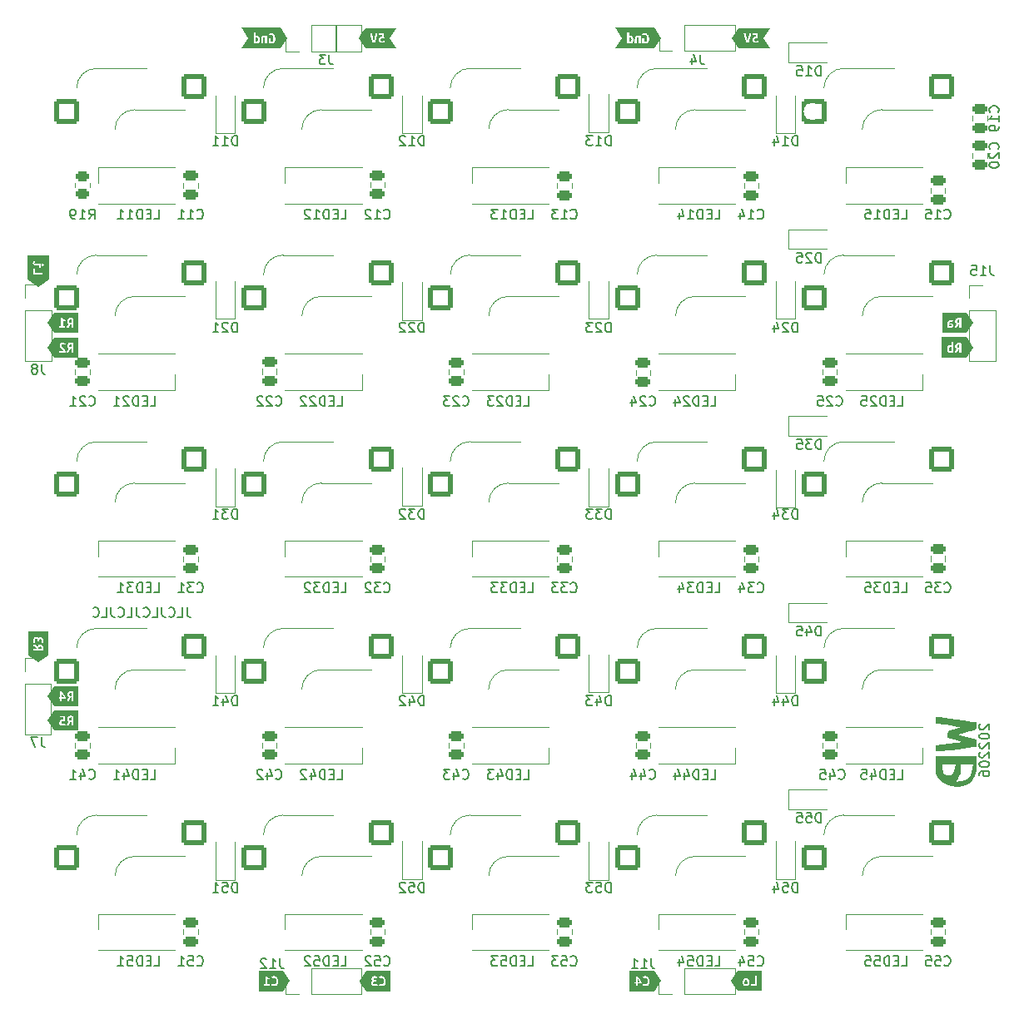
<source format=gbo>
G04 #@! TF.GenerationSoftware,KiCad,Pcbnew,(6.0.5)*
G04 #@! TF.CreationDate,2022-06-26T21:28:20+02:00*
G04 #@! TF.ProjectId,5x5x2-part1,35783578-322d-4706-9172-74312e6b6963,rev?*
G04 #@! TF.SameCoordinates,Original*
G04 #@! TF.FileFunction,Legend,Bot*
G04 #@! TF.FilePolarity,Positive*
%FSLAX46Y46*%
G04 Gerber Fmt 4.6, Leading zero omitted, Abs format (unit mm)*
G04 Created by KiCad (PCBNEW (6.0.5)) date 2022-06-26 21:28:20*
%MOMM*%
%LPD*%
G01*
G04 APERTURE LIST*
G04 Aperture macros list*
%AMRoundRect*
0 Rectangle with rounded corners*
0 $1 Rounding radius*
0 $2 $3 $4 $5 $6 $7 $8 $9 X,Y pos of 4 corners*
0 Add a 4 corners polygon primitive as box body*
4,1,4,$2,$3,$4,$5,$6,$7,$8,$9,$2,$3,0*
0 Add four circle primitives for the rounded corners*
1,1,$1+$1,$2,$3*
1,1,$1+$1,$4,$5*
1,1,$1+$1,$6,$7*
1,1,$1+$1,$8,$9*
0 Add four rect primitives between the rounded corners*
20,1,$1+$1,$2,$3,$4,$5,0*
20,1,$1+$1,$4,$5,$6,$7,0*
20,1,$1+$1,$6,$7,$8,$9,0*
20,1,$1+$1,$8,$9,$2,$3,0*%
G04 Aperture macros list end*
%ADD10C,0.150000*%
%ADD11C,0.120000*%
%ADD12C,1.750000*%
%ADD13C,4.000000*%
%ADD14C,3.050000*%
%ADD15RoundRect,0.250000X-1.025000X-1.000000X1.025000X-1.000000X1.025000X1.000000X-1.025000X1.000000X0*%
%ADD16C,3.200000*%
%ADD17O,4.000000X2.300000*%
%ADD18C,1.800000*%
%ADD19R,1.100000X1.100000*%
%ADD20RoundRect,0.250000X-0.475000X0.250000X-0.475000X-0.250000X0.475000X-0.250000X0.475000X0.250000X0*%
%ADD21R,1.700000X1.000000*%
%ADD22R,1.700000X1.700000*%
%ADD23O,1.700000X1.700000*%
%ADD24RoundRect,0.250000X0.475000X-0.250000X0.475000X0.250000X-0.475000X0.250000X-0.475000X-0.250000X0*%
%ADD25RoundRect,0.250000X0.450000X-0.262500X0.450000X0.262500X-0.450000X0.262500X-0.450000X-0.262500X0*%
G04 APERTURE END LIST*
D10*
X68315000Y-38695000D02*
X68315000Y-41355000D01*
X133797619Y-109833333D02*
X133750000Y-109880952D01*
X133702380Y-109976190D01*
X133702380Y-110214285D01*
X133750000Y-110309523D01*
X133797619Y-110357142D01*
X133892857Y-110404761D01*
X133988095Y-110404761D01*
X134130952Y-110357142D01*
X134702380Y-109785714D01*
X134702380Y-110404761D01*
X133702380Y-111023809D02*
X133702380Y-111119047D01*
X133750000Y-111214285D01*
X133797619Y-111261904D01*
X133892857Y-111309523D01*
X134083333Y-111357142D01*
X134321428Y-111357142D01*
X134511904Y-111309523D01*
X134607142Y-111261904D01*
X134654761Y-111214285D01*
X134702380Y-111119047D01*
X134702380Y-111023809D01*
X134654761Y-110928571D01*
X134607142Y-110880952D01*
X134511904Y-110833333D01*
X134321428Y-110785714D01*
X134083333Y-110785714D01*
X133892857Y-110833333D01*
X133797619Y-110880952D01*
X133750000Y-110928571D01*
X133702380Y-111023809D01*
X133797619Y-111738095D02*
X133750000Y-111785714D01*
X133702380Y-111880952D01*
X133702380Y-112119047D01*
X133750000Y-112214285D01*
X133797619Y-112261904D01*
X133892857Y-112309523D01*
X133988095Y-112309523D01*
X134130952Y-112261904D01*
X134702380Y-111690476D01*
X134702380Y-112309523D01*
X133797619Y-112690476D02*
X133750000Y-112738095D01*
X133702380Y-112833333D01*
X133702380Y-113071428D01*
X133750000Y-113166666D01*
X133797619Y-113214285D01*
X133892857Y-113261904D01*
X133988095Y-113261904D01*
X134130952Y-113214285D01*
X134702380Y-112642857D01*
X134702380Y-113261904D01*
X133702380Y-113880952D02*
X133702380Y-113976190D01*
X133750000Y-114071428D01*
X133797619Y-114119047D01*
X133892857Y-114166666D01*
X134083333Y-114214285D01*
X134321428Y-114214285D01*
X134511904Y-114166666D01*
X134607142Y-114119047D01*
X134654761Y-114071428D01*
X134702380Y-113976190D01*
X134702380Y-113880952D01*
X134654761Y-113785714D01*
X134607142Y-113738095D01*
X134511904Y-113690476D01*
X134321428Y-113642857D01*
X134083333Y-113642857D01*
X133892857Y-113690476D01*
X133797619Y-113738095D01*
X133750000Y-113785714D01*
X133702380Y-113880952D01*
X133702380Y-115071428D02*
X133702380Y-114880952D01*
X133750000Y-114785714D01*
X133797619Y-114738095D01*
X133940476Y-114642857D01*
X134130952Y-114595238D01*
X134511904Y-114595238D01*
X134607142Y-114642857D01*
X134654761Y-114690476D01*
X134702380Y-114785714D01*
X134702380Y-114976190D01*
X134654761Y-115071428D01*
X134607142Y-115119047D01*
X134511904Y-115166666D01*
X134273809Y-115166666D01*
X134178571Y-115119047D01*
X134130952Y-115071428D01*
X134083333Y-114976190D01*
X134083333Y-114785714D01*
X134130952Y-114690476D01*
X134178571Y-114642857D01*
X134273809Y-114595238D01*
X53119047Y-97952380D02*
X53119047Y-98666666D01*
X53166666Y-98809523D01*
X53261904Y-98904761D01*
X53404761Y-98952380D01*
X53500000Y-98952380D01*
X52166666Y-98952380D02*
X52642857Y-98952380D01*
X52642857Y-97952380D01*
X51261904Y-98857142D02*
X51309523Y-98904761D01*
X51452380Y-98952380D01*
X51547619Y-98952380D01*
X51690476Y-98904761D01*
X51785714Y-98809523D01*
X51833333Y-98714285D01*
X51880952Y-98523809D01*
X51880952Y-98380952D01*
X51833333Y-98190476D01*
X51785714Y-98095238D01*
X51690476Y-98000000D01*
X51547619Y-97952380D01*
X51452380Y-97952380D01*
X51309523Y-98000000D01*
X51261904Y-98047619D01*
X50547619Y-97952380D02*
X50547619Y-98666666D01*
X50595238Y-98809523D01*
X50690476Y-98904761D01*
X50833333Y-98952380D01*
X50928571Y-98952380D01*
X49595238Y-98952380D02*
X50071428Y-98952380D01*
X50071428Y-97952380D01*
X48690476Y-98857142D02*
X48738095Y-98904761D01*
X48880952Y-98952380D01*
X48976190Y-98952380D01*
X49119047Y-98904761D01*
X49214285Y-98809523D01*
X49261904Y-98714285D01*
X49309523Y-98523809D01*
X49309523Y-98380952D01*
X49261904Y-98190476D01*
X49214285Y-98095238D01*
X49119047Y-98000000D01*
X48976190Y-97952380D01*
X48880952Y-97952380D01*
X48738095Y-98000000D01*
X48690476Y-98047619D01*
X47976190Y-97952380D02*
X47976190Y-98666666D01*
X48023809Y-98809523D01*
X48119047Y-98904761D01*
X48261904Y-98952380D01*
X48357142Y-98952380D01*
X47023809Y-98952380D02*
X47500000Y-98952380D01*
X47500000Y-97952380D01*
X46119047Y-98857142D02*
X46166666Y-98904761D01*
X46309523Y-98952380D01*
X46404761Y-98952380D01*
X46547619Y-98904761D01*
X46642857Y-98809523D01*
X46690476Y-98714285D01*
X46738095Y-98523809D01*
X46738095Y-98380952D01*
X46690476Y-98190476D01*
X46642857Y-98095238D01*
X46547619Y-98000000D01*
X46404761Y-97952380D01*
X46309523Y-97952380D01*
X46166666Y-98000000D01*
X46119047Y-98047619D01*
X45404761Y-97952380D02*
X45404761Y-98666666D01*
X45452380Y-98809523D01*
X45547619Y-98904761D01*
X45690476Y-98952380D01*
X45785714Y-98952380D01*
X44452380Y-98952380D02*
X44928571Y-98952380D01*
X44928571Y-97952380D01*
X43547619Y-98857142D02*
X43595238Y-98904761D01*
X43738095Y-98952380D01*
X43833333Y-98952380D01*
X43976190Y-98904761D01*
X44071428Y-98809523D01*
X44119047Y-98714285D01*
X44166666Y-98523809D01*
X44166666Y-98380952D01*
X44119047Y-98190476D01*
X44071428Y-98095238D01*
X43976190Y-98000000D01*
X43833333Y-97952380D01*
X43738095Y-97952380D01*
X43595238Y-98000000D01*
X43547619Y-98047619D01*
X77214285Y-107952380D02*
X77214285Y-106952380D01*
X76976190Y-106952380D01*
X76833333Y-107000000D01*
X76738095Y-107095238D01*
X76690476Y-107190476D01*
X76642857Y-107380952D01*
X76642857Y-107523809D01*
X76690476Y-107714285D01*
X76738095Y-107809523D01*
X76833333Y-107904761D01*
X76976190Y-107952380D01*
X77214285Y-107952380D01*
X75785714Y-107285714D02*
X75785714Y-107952380D01*
X76023809Y-106904761D02*
X76261904Y-107619047D01*
X75642857Y-107619047D01*
X75309523Y-107047619D02*
X75261904Y-107000000D01*
X75166666Y-106952380D01*
X74928571Y-106952380D01*
X74833333Y-107000000D01*
X74785714Y-107047619D01*
X74738095Y-107142857D01*
X74738095Y-107238095D01*
X74785714Y-107380952D01*
X75357142Y-107952380D01*
X74738095Y-107952380D01*
X62142857Y-77357142D02*
X62190476Y-77404761D01*
X62333333Y-77452380D01*
X62428571Y-77452380D01*
X62571428Y-77404761D01*
X62666666Y-77309523D01*
X62714285Y-77214285D01*
X62761904Y-77023809D01*
X62761904Y-76880952D01*
X62714285Y-76690476D01*
X62666666Y-76595238D01*
X62571428Y-76500000D01*
X62428571Y-76452380D01*
X62333333Y-76452380D01*
X62190476Y-76500000D01*
X62142857Y-76547619D01*
X61761904Y-76547619D02*
X61714285Y-76500000D01*
X61619047Y-76452380D01*
X61380952Y-76452380D01*
X61285714Y-76500000D01*
X61238095Y-76547619D01*
X61190476Y-76642857D01*
X61190476Y-76738095D01*
X61238095Y-76880952D01*
X61809523Y-77452380D01*
X61190476Y-77452380D01*
X60809523Y-76547619D02*
X60761904Y-76500000D01*
X60666666Y-76452380D01*
X60428571Y-76452380D01*
X60333333Y-76500000D01*
X60285714Y-76547619D01*
X60238095Y-76642857D01*
X60238095Y-76738095D01*
X60285714Y-76880952D01*
X60857142Y-77452380D01*
X60238095Y-77452380D01*
X117587285Y-43857380D02*
X117587285Y-42857380D01*
X117349190Y-42857380D01*
X117206333Y-42905000D01*
X117111095Y-43000238D01*
X117063476Y-43095476D01*
X117015857Y-43285952D01*
X117015857Y-43428809D01*
X117063476Y-43619285D01*
X117111095Y-43714523D01*
X117206333Y-43809761D01*
X117349190Y-43857380D01*
X117587285Y-43857380D01*
X116063476Y-43857380D02*
X116634904Y-43857380D01*
X116349190Y-43857380D02*
X116349190Y-42857380D01*
X116444428Y-43000238D01*
X116539666Y-43095476D01*
X116634904Y-43143095D01*
X115158714Y-42857380D02*
X115634904Y-42857380D01*
X115682523Y-43333571D01*
X115634904Y-43285952D01*
X115539666Y-43238333D01*
X115301571Y-43238333D01*
X115206333Y-43285952D01*
X115158714Y-43333571D01*
X115111095Y-43428809D01*
X115111095Y-43666904D01*
X115158714Y-43762142D01*
X115206333Y-43809761D01*
X115301571Y-43857380D01*
X115539666Y-43857380D01*
X115634904Y-43809761D01*
X115682523Y-43762142D01*
X106795238Y-96452380D02*
X107271428Y-96452380D01*
X107271428Y-95452380D01*
X106461904Y-95928571D02*
X106128571Y-95928571D01*
X105985714Y-96452380D02*
X106461904Y-96452380D01*
X106461904Y-95452380D01*
X105985714Y-95452380D01*
X105557142Y-96452380D02*
X105557142Y-95452380D01*
X105319047Y-95452380D01*
X105176190Y-95500000D01*
X105080952Y-95595238D01*
X105033333Y-95690476D01*
X104985714Y-95880952D01*
X104985714Y-96023809D01*
X105033333Y-96214285D01*
X105080952Y-96309523D01*
X105176190Y-96404761D01*
X105319047Y-96452380D01*
X105557142Y-96452380D01*
X104652380Y-95452380D02*
X104033333Y-95452380D01*
X104366666Y-95833333D01*
X104223809Y-95833333D01*
X104128571Y-95880952D01*
X104080952Y-95928571D01*
X104033333Y-96023809D01*
X104033333Y-96261904D01*
X104080952Y-96357142D01*
X104128571Y-96404761D01*
X104223809Y-96452380D01*
X104509523Y-96452380D01*
X104604761Y-96404761D01*
X104652380Y-96357142D01*
X103176190Y-95785714D02*
X103176190Y-96452380D01*
X103414285Y-95404761D02*
X103652380Y-96119047D01*
X103033333Y-96119047D01*
X125795238Y-134452380D02*
X126271428Y-134452380D01*
X126271428Y-133452380D01*
X125461904Y-133928571D02*
X125128571Y-133928571D01*
X124985714Y-134452380D02*
X125461904Y-134452380D01*
X125461904Y-133452380D01*
X124985714Y-133452380D01*
X124557142Y-134452380D02*
X124557142Y-133452380D01*
X124319047Y-133452380D01*
X124176190Y-133500000D01*
X124080952Y-133595238D01*
X124033333Y-133690476D01*
X123985714Y-133880952D01*
X123985714Y-134023809D01*
X124033333Y-134214285D01*
X124080952Y-134309523D01*
X124176190Y-134404761D01*
X124319047Y-134452380D01*
X124557142Y-134452380D01*
X123080952Y-133452380D02*
X123557142Y-133452380D01*
X123604761Y-133928571D01*
X123557142Y-133880952D01*
X123461904Y-133833333D01*
X123223809Y-133833333D01*
X123128571Y-133880952D01*
X123080952Y-133928571D01*
X123033333Y-134023809D01*
X123033333Y-134261904D01*
X123080952Y-134357142D01*
X123128571Y-134404761D01*
X123223809Y-134452380D01*
X123461904Y-134452380D01*
X123557142Y-134404761D01*
X123604761Y-134357142D01*
X122128571Y-133452380D02*
X122604761Y-133452380D01*
X122652380Y-133928571D01*
X122604761Y-133880952D01*
X122509523Y-133833333D01*
X122271428Y-133833333D01*
X122176190Y-133880952D01*
X122128571Y-133928571D01*
X122080952Y-134023809D01*
X122080952Y-134261904D01*
X122128571Y-134357142D01*
X122176190Y-134404761D01*
X122271428Y-134452380D01*
X122509523Y-134452380D01*
X122604761Y-134404761D01*
X122652380Y-134357142D01*
X96214285Y-50952380D02*
X96214285Y-49952380D01*
X95976190Y-49952380D01*
X95833333Y-50000000D01*
X95738095Y-50095238D01*
X95690476Y-50190476D01*
X95642857Y-50380952D01*
X95642857Y-50523809D01*
X95690476Y-50714285D01*
X95738095Y-50809523D01*
X95833333Y-50904761D01*
X95976190Y-50952380D01*
X96214285Y-50952380D01*
X94690476Y-50952380D02*
X95261904Y-50952380D01*
X94976190Y-50952380D02*
X94976190Y-49952380D01*
X95071428Y-50095238D01*
X95166666Y-50190476D01*
X95261904Y-50238095D01*
X94357142Y-49952380D02*
X93738095Y-49952380D01*
X94071428Y-50333333D01*
X93928571Y-50333333D01*
X93833333Y-50380952D01*
X93785714Y-50428571D01*
X93738095Y-50523809D01*
X93738095Y-50761904D01*
X93785714Y-50857142D01*
X93833333Y-50904761D01*
X93928571Y-50952380D01*
X94214285Y-50952380D01*
X94309523Y-50904761D01*
X94357142Y-50857142D01*
X115214285Y-107952380D02*
X115214285Y-106952380D01*
X114976190Y-106952380D01*
X114833333Y-107000000D01*
X114738095Y-107095238D01*
X114690476Y-107190476D01*
X114642857Y-107380952D01*
X114642857Y-107523809D01*
X114690476Y-107714285D01*
X114738095Y-107809523D01*
X114833333Y-107904761D01*
X114976190Y-107952380D01*
X115214285Y-107952380D01*
X113785714Y-107285714D02*
X113785714Y-107952380D01*
X114023809Y-106904761D02*
X114261904Y-107619047D01*
X113642857Y-107619047D01*
X112833333Y-107285714D02*
X112833333Y-107952380D01*
X113071428Y-106904761D02*
X113309523Y-107619047D01*
X112690476Y-107619047D01*
X100142857Y-115357142D02*
X100190476Y-115404761D01*
X100333333Y-115452380D01*
X100428571Y-115452380D01*
X100571428Y-115404761D01*
X100666666Y-115309523D01*
X100714285Y-115214285D01*
X100761904Y-115023809D01*
X100761904Y-114880952D01*
X100714285Y-114690476D01*
X100666666Y-114595238D01*
X100571428Y-114500000D01*
X100428571Y-114452380D01*
X100333333Y-114452380D01*
X100190476Y-114500000D01*
X100142857Y-114547619D01*
X99285714Y-114785714D02*
X99285714Y-115452380D01*
X99523809Y-114404761D02*
X99761904Y-115119047D01*
X99142857Y-115119047D01*
X98333333Y-114785714D02*
X98333333Y-115452380D01*
X98571428Y-114404761D02*
X98809523Y-115119047D01*
X98190476Y-115119047D01*
X87795238Y-134452380D02*
X88271428Y-134452380D01*
X88271428Y-133452380D01*
X87461904Y-133928571D02*
X87128571Y-133928571D01*
X86985714Y-134452380D02*
X87461904Y-134452380D01*
X87461904Y-133452380D01*
X86985714Y-133452380D01*
X86557142Y-134452380D02*
X86557142Y-133452380D01*
X86319047Y-133452380D01*
X86176190Y-133500000D01*
X86080952Y-133595238D01*
X86033333Y-133690476D01*
X85985714Y-133880952D01*
X85985714Y-134023809D01*
X86033333Y-134214285D01*
X86080952Y-134309523D01*
X86176190Y-134404761D01*
X86319047Y-134452380D01*
X86557142Y-134452380D01*
X85080952Y-133452380D02*
X85557142Y-133452380D01*
X85604761Y-133928571D01*
X85557142Y-133880952D01*
X85461904Y-133833333D01*
X85223809Y-133833333D01*
X85128571Y-133880952D01*
X85080952Y-133928571D01*
X85033333Y-134023809D01*
X85033333Y-134261904D01*
X85080952Y-134357142D01*
X85128571Y-134404761D01*
X85223809Y-134452380D01*
X85461904Y-134452380D01*
X85557142Y-134404761D01*
X85604761Y-134357142D01*
X84700000Y-133452380D02*
X84080952Y-133452380D01*
X84414285Y-133833333D01*
X84271428Y-133833333D01*
X84176190Y-133880952D01*
X84128571Y-133928571D01*
X84080952Y-134023809D01*
X84080952Y-134261904D01*
X84128571Y-134357142D01*
X84176190Y-134404761D01*
X84271428Y-134452380D01*
X84557142Y-134452380D01*
X84652380Y-134404761D01*
X84700000Y-134357142D01*
X115214285Y-126952380D02*
X115214285Y-125952380D01*
X114976190Y-125952380D01*
X114833333Y-126000000D01*
X114738095Y-126095238D01*
X114690476Y-126190476D01*
X114642857Y-126380952D01*
X114642857Y-126523809D01*
X114690476Y-126714285D01*
X114738095Y-126809523D01*
X114833333Y-126904761D01*
X114976190Y-126952380D01*
X115214285Y-126952380D01*
X113738095Y-125952380D02*
X114214285Y-125952380D01*
X114261904Y-126428571D01*
X114214285Y-126380952D01*
X114119047Y-126333333D01*
X113880952Y-126333333D01*
X113785714Y-126380952D01*
X113738095Y-126428571D01*
X113690476Y-126523809D01*
X113690476Y-126761904D01*
X113738095Y-126857142D01*
X113785714Y-126904761D01*
X113880952Y-126952380D01*
X114119047Y-126952380D01*
X114214285Y-126904761D01*
X114261904Y-126857142D01*
X112833333Y-126285714D02*
X112833333Y-126952380D01*
X113071428Y-125904761D02*
X113309523Y-126619047D01*
X112690476Y-126619047D01*
X58214285Y-50952380D02*
X58214285Y-49952380D01*
X57976190Y-49952380D01*
X57833333Y-50000000D01*
X57738095Y-50095238D01*
X57690476Y-50190476D01*
X57642857Y-50380952D01*
X57642857Y-50523809D01*
X57690476Y-50714285D01*
X57738095Y-50809523D01*
X57833333Y-50904761D01*
X57976190Y-50952380D01*
X58214285Y-50952380D01*
X56690476Y-50952380D02*
X57261904Y-50952380D01*
X56976190Y-50952380D02*
X56976190Y-49952380D01*
X57071428Y-50095238D01*
X57166666Y-50190476D01*
X57261904Y-50238095D01*
X55738095Y-50952380D02*
X56309523Y-50952380D01*
X56023809Y-50952380D02*
X56023809Y-49952380D01*
X56119047Y-50095238D01*
X56214285Y-50190476D01*
X56309523Y-50238095D01*
X119142857Y-77357142D02*
X119190476Y-77404761D01*
X119333333Y-77452380D01*
X119428571Y-77452380D01*
X119571428Y-77404761D01*
X119666666Y-77309523D01*
X119714285Y-77214285D01*
X119761904Y-77023809D01*
X119761904Y-76880952D01*
X119714285Y-76690476D01*
X119666666Y-76595238D01*
X119571428Y-76500000D01*
X119428571Y-76452380D01*
X119333333Y-76452380D01*
X119190476Y-76500000D01*
X119142857Y-76547619D01*
X118761904Y-76547619D02*
X118714285Y-76500000D01*
X118619047Y-76452380D01*
X118380952Y-76452380D01*
X118285714Y-76500000D01*
X118238095Y-76547619D01*
X118190476Y-76642857D01*
X118190476Y-76738095D01*
X118238095Y-76880952D01*
X118809523Y-77452380D01*
X118190476Y-77452380D01*
X117285714Y-76452380D02*
X117761904Y-76452380D01*
X117809523Y-76928571D01*
X117761904Y-76880952D01*
X117666666Y-76833333D01*
X117428571Y-76833333D01*
X117333333Y-76880952D01*
X117285714Y-76928571D01*
X117238095Y-77023809D01*
X117238095Y-77261904D01*
X117285714Y-77357142D01*
X117333333Y-77404761D01*
X117428571Y-77452380D01*
X117666666Y-77452380D01*
X117761904Y-77404761D01*
X117809523Y-77357142D01*
X58214285Y-88952380D02*
X58214285Y-87952380D01*
X57976190Y-87952380D01*
X57833333Y-88000000D01*
X57738095Y-88095238D01*
X57690476Y-88190476D01*
X57642857Y-88380952D01*
X57642857Y-88523809D01*
X57690476Y-88714285D01*
X57738095Y-88809523D01*
X57833333Y-88904761D01*
X57976190Y-88952380D01*
X58214285Y-88952380D01*
X57309523Y-87952380D02*
X56690476Y-87952380D01*
X57023809Y-88333333D01*
X56880952Y-88333333D01*
X56785714Y-88380952D01*
X56738095Y-88428571D01*
X56690476Y-88523809D01*
X56690476Y-88761904D01*
X56738095Y-88857142D01*
X56785714Y-88904761D01*
X56880952Y-88952380D01*
X57166666Y-88952380D01*
X57261904Y-88904761D01*
X57309523Y-88857142D01*
X55738095Y-88952380D02*
X56309523Y-88952380D01*
X56023809Y-88952380D02*
X56023809Y-87952380D01*
X56119047Y-88095238D01*
X56214285Y-88190476D01*
X56309523Y-88238095D01*
X117587285Y-119857380D02*
X117587285Y-118857380D01*
X117349190Y-118857380D01*
X117206333Y-118905000D01*
X117111095Y-119000238D01*
X117063476Y-119095476D01*
X117015857Y-119285952D01*
X117015857Y-119428809D01*
X117063476Y-119619285D01*
X117111095Y-119714523D01*
X117206333Y-119809761D01*
X117349190Y-119857380D01*
X117587285Y-119857380D01*
X116111095Y-118857380D02*
X116587285Y-118857380D01*
X116634904Y-119333571D01*
X116587285Y-119285952D01*
X116492047Y-119238333D01*
X116253952Y-119238333D01*
X116158714Y-119285952D01*
X116111095Y-119333571D01*
X116063476Y-119428809D01*
X116063476Y-119666904D01*
X116111095Y-119762142D01*
X116158714Y-119809761D01*
X116253952Y-119857380D01*
X116492047Y-119857380D01*
X116587285Y-119809761D01*
X116634904Y-119762142D01*
X115158714Y-118857380D02*
X115634904Y-118857380D01*
X115682523Y-119333571D01*
X115634904Y-119285952D01*
X115539666Y-119238333D01*
X115301571Y-119238333D01*
X115206333Y-119285952D01*
X115158714Y-119333571D01*
X115111095Y-119428809D01*
X115111095Y-119666904D01*
X115158714Y-119762142D01*
X115206333Y-119809761D01*
X115301571Y-119857380D01*
X115539666Y-119857380D01*
X115634904Y-119809761D01*
X115682523Y-119762142D01*
X54142857Y-58357142D02*
X54190476Y-58404761D01*
X54333333Y-58452380D01*
X54428571Y-58452380D01*
X54571428Y-58404761D01*
X54666666Y-58309523D01*
X54714285Y-58214285D01*
X54761904Y-58023809D01*
X54761904Y-57880952D01*
X54714285Y-57690476D01*
X54666666Y-57595238D01*
X54571428Y-57500000D01*
X54428571Y-57452380D01*
X54333333Y-57452380D01*
X54190476Y-57500000D01*
X54142857Y-57547619D01*
X53190476Y-58452380D02*
X53761904Y-58452380D01*
X53476190Y-58452380D02*
X53476190Y-57452380D01*
X53571428Y-57595238D01*
X53666666Y-57690476D01*
X53761904Y-57738095D01*
X52238095Y-58452380D02*
X52809523Y-58452380D01*
X52523809Y-58452380D02*
X52523809Y-57452380D01*
X52619047Y-57595238D01*
X52714285Y-57690476D01*
X52809523Y-57738095D01*
X67583333Y-41702380D02*
X67583333Y-42416666D01*
X67630952Y-42559523D01*
X67726190Y-42654761D01*
X67869047Y-42702380D01*
X67964285Y-42702380D01*
X67202380Y-41702380D02*
X66583333Y-41702380D01*
X66916666Y-42083333D01*
X66773809Y-42083333D01*
X66678571Y-42130952D01*
X66630952Y-42178571D01*
X66583333Y-42273809D01*
X66583333Y-42511904D01*
X66630952Y-42607142D01*
X66678571Y-42654761D01*
X66773809Y-42702380D01*
X67059523Y-42702380D01*
X67154761Y-42654761D01*
X67202380Y-42607142D01*
X96214285Y-107952380D02*
X96214285Y-106952380D01*
X95976190Y-106952380D01*
X95833333Y-107000000D01*
X95738095Y-107095238D01*
X95690476Y-107190476D01*
X95642857Y-107380952D01*
X95642857Y-107523809D01*
X95690476Y-107714285D01*
X95738095Y-107809523D01*
X95833333Y-107904761D01*
X95976190Y-107952380D01*
X96214285Y-107952380D01*
X94785714Y-107285714D02*
X94785714Y-107952380D01*
X95023809Y-106904761D02*
X95261904Y-107619047D01*
X94642857Y-107619047D01*
X94357142Y-106952380D02*
X93738095Y-106952380D01*
X94071428Y-107333333D01*
X93928571Y-107333333D01*
X93833333Y-107380952D01*
X93785714Y-107428571D01*
X93738095Y-107523809D01*
X93738095Y-107761904D01*
X93785714Y-107857142D01*
X93833333Y-107904761D01*
X93928571Y-107952380D01*
X94214285Y-107952380D01*
X94309523Y-107904761D01*
X94357142Y-107857142D01*
X111142857Y-58357142D02*
X111190476Y-58404761D01*
X111333333Y-58452380D01*
X111428571Y-58452380D01*
X111571428Y-58404761D01*
X111666666Y-58309523D01*
X111714285Y-58214285D01*
X111761904Y-58023809D01*
X111761904Y-57880952D01*
X111714285Y-57690476D01*
X111666666Y-57595238D01*
X111571428Y-57500000D01*
X111428571Y-57452380D01*
X111333333Y-57452380D01*
X111190476Y-57500000D01*
X111142857Y-57547619D01*
X110190476Y-58452380D02*
X110761904Y-58452380D01*
X110476190Y-58452380D02*
X110476190Y-57452380D01*
X110571428Y-57595238D01*
X110666666Y-57690476D01*
X110761904Y-57738095D01*
X109333333Y-57785714D02*
X109333333Y-58452380D01*
X109571428Y-57404761D02*
X109809523Y-58119047D01*
X109190476Y-58119047D01*
X92142857Y-134357142D02*
X92190476Y-134404761D01*
X92333333Y-134452380D01*
X92428571Y-134452380D01*
X92571428Y-134404761D01*
X92666666Y-134309523D01*
X92714285Y-134214285D01*
X92761904Y-134023809D01*
X92761904Y-133880952D01*
X92714285Y-133690476D01*
X92666666Y-133595238D01*
X92571428Y-133500000D01*
X92428571Y-133452380D01*
X92333333Y-133452380D01*
X92190476Y-133500000D01*
X92142857Y-133547619D01*
X91238095Y-133452380D02*
X91714285Y-133452380D01*
X91761904Y-133928571D01*
X91714285Y-133880952D01*
X91619047Y-133833333D01*
X91380952Y-133833333D01*
X91285714Y-133880952D01*
X91238095Y-133928571D01*
X91190476Y-134023809D01*
X91190476Y-134261904D01*
X91238095Y-134357142D01*
X91285714Y-134404761D01*
X91380952Y-134452380D01*
X91619047Y-134452380D01*
X91714285Y-134404761D01*
X91761904Y-134357142D01*
X90857142Y-133452380D02*
X90238095Y-133452380D01*
X90571428Y-133833333D01*
X90428571Y-133833333D01*
X90333333Y-133880952D01*
X90285714Y-133928571D01*
X90238095Y-134023809D01*
X90238095Y-134261904D01*
X90285714Y-134357142D01*
X90333333Y-134404761D01*
X90428571Y-134452380D01*
X90714285Y-134452380D01*
X90809523Y-134404761D01*
X90857142Y-134357142D01*
X100142857Y-77357142D02*
X100190476Y-77404761D01*
X100333333Y-77452380D01*
X100428571Y-77452380D01*
X100571428Y-77404761D01*
X100666666Y-77309523D01*
X100714285Y-77214285D01*
X100761904Y-77023809D01*
X100761904Y-76880952D01*
X100714285Y-76690476D01*
X100666666Y-76595238D01*
X100571428Y-76500000D01*
X100428571Y-76452380D01*
X100333333Y-76452380D01*
X100190476Y-76500000D01*
X100142857Y-76547619D01*
X99761904Y-76547619D02*
X99714285Y-76500000D01*
X99619047Y-76452380D01*
X99380952Y-76452380D01*
X99285714Y-76500000D01*
X99238095Y-76547619D01*
X99190476Y-76642857D01*
X99190476Y-76738095D01*
X99238095Y-76880952D01*
X99809523Y-77452380D01*
X99190476Y-77452380D01*
X98333333Y-76785714D02*
X98333333Y-77452380D01*
X98571428Y-76404761D02*
X98809523Y-77119047D01*
X98190476Y-77119047D01*
X117587285Y-81857380D02*
X117587285Y-80857380D01*
X117349190Y-80857380D01*
X117206333Y-80905000D01*
X117111095Y-81000238D01*
X117063476Y-81095476D01*
X117015857Y-81285952D01*
X117015857Y-81428809D01*
X117063476Y-81619285D01*
X117111095Y-81714523D01*
X117206333Y-81809761D01*
X117349190Y-81857380D01*
X117587285Y-81857380D01*
X116682523Y-80857380D02*
X116063476Y-80857380D01*
X116396809Y-81238333D01*
X116253952Y-81238333D01*
X116158714Y-81285952D01*
X116111095Y-81333571D01*
X116063476Y-81428809D01*
X116063476Y-81666904D01*
X116111095Y-81762142D01*
X116158714Y-81809761D01*
X116253952Y-81857380D01*
X116539666Y-81857380D01*
X116634904Y-81809761D01*
X116682523Y-81762142D01*
X115158714Y-80857380D02*
X115634904Y-80857380D01*
X115682523Y-81333571D01*
X115634904Y-81285952D01*
X115539666Y-81238333D01*
X115301571Y-81238333D01*
X115206333Y-81285952D01*
X115158714Y-81333571D01*
X115111095Y-81428809D01*
X115111095Y-81666904D01*
X115158714Y-81762142D01*
X115206333Y-81809761D01*
X115301571Y-81857380D01*
X115539666Y-81857380D01*
X115634904Y-81809761D01*
X115682523Y-81762142D01*
X77214285Y-69952380D02*
X77214285Y-68952380D01*
X76976190Y-68952380D01*
X76833333Y-69000000D01*
X76738095Y-69095238D01*
X76690476Y-69190476D01*
X76642857Y-69380952D01*
X76642857Y-69523809D01*
X76690476Y-69714285D01*
X76738095Y-69809523D01*
X76833333Y-69904761D01*
X76976190Y-69952380D01*
X77214285Y-69952380D01*
X76261904Y-69047619D02*
X76214285Y-69000000D01*
X76119047Y-68952380D01*
X75880952Y-68952380D01*
X75785714Y-69000000D01*
X75738095Y-69047619D01*
X75690476Y-69142857D01*
X75690476Y-69238095D01*
X75738095Y-69380952D01*
X76309523Y-69952380D01*
X75690476Y-69952380D01*
X75309523Y-69047619D02*
X75261904Y-69000000D01*
X75166666Y-68952380D01*
X74928571Y-68952380D01*
X74833333Y-69000000D01*
X74785714Y-69047619D01*
X74738095Y-69142857D01*
X74738095Y-69238095D01*
X74785714Y-69380952D01*
X75357142Y-69952380D01*
X74738095Y-69952380D01*
X100309523Y-133702380D02*
X100309523Y-134416666D01*
X100357142Y-134559523D01*
X100452380Y-134654761D01*
X100595238Y-134702380D01*
X100690476Y-134702380D01*
X99309523Y-134702380D02*
X99880952Y-134702380D01*
X99595238Y-134702380D02*
X99595238Y-133702380D01*
X99690476Y-133845238D01*
X99785714Y-133940476D01*
X99880952Y-133988095D01*
X98357142Y-134702380D02*
X98928571Y-134702380D01*
X98642857Y-134702380D02*
X98642857Y-133702380D01*
X98738095Y-133845238D01*
X98833333Y-133940476D01*
X98928571Y-133988095D01*
X105333333Y-41702380D02*
X105333333Y-42416666D01*
X105380952Y-42559523D01*
X105476190Y-42654761D01*
X105619047Y-42702380D01*
X105714285Y-42702380D01*
X104428571Y-42035714D02*
X104428571Y-42702380D01*
X104666666Y-41654761D02*
X104904761Y-42369047D01*
X104285714Y-42369047D01*
X125395238Y-115452380D02*
X125871428Y-115452380D01*
X125871428Y-114452380D01*
X125061904Y-114928571D02*
X124728571Y-114928571D01*
X124585714Y-115452380D02*
X125061904Y-115452380D01*
X125061904Y-114452380D01*
X124585714Y-114452380D01*
X124157142Y-115452380D02*
X124157142Y-114452380D01*
X123919047Y-114452380D01*
X123776190Y-114500000D01*
X123680952Y-114595238D01*
X123633333Y-114690476D01*
X123585714Y-114880952D01*
X123585714Y-115023809D01*
X123633333Y-115214285D01*
X123680952Y-115309523D01*
X123776190Y-115404761D01*
X123919047Y-115452380D01*
X124157142Y-115452380D01*
X122728571Y-114785714D02*
X122728571Y-115452380D01*
X122966666Y-114404761D02*
X123204761Y-115119047D01*
X122585714Y-115119047D01*
X121728571Y-114452380D02*
X122204761Y-114452380D01*
X122252380Y-114928571D01*
X122204761Y-114880952D01*
X122109523Y-114833333D01*
X121871428Y-114833333D01*
X121776190Y-114880952D01*
X121728571Y-114928571D01*
X121680952Y-115023809D01*
X121680952Y-115261904D01*
X121728571Y-115357142D01*
X121776190Y-115404761D01*
X121871428Y-115452380D01*
X122109523Y-115452380D01*
X122204761Y-115404761D01*
X122252380Y-115357142D01*
X43142857Y-115357142D02*
X43190476Y-115404761D01*
X43333333Y-115452380D01*
X43428571Y-115452380D01*
X43571428Y-115404761D01*
X43666666Y-115309523D01*
X43714285Y-115214285D01*
X43761904Y-115023809D01*
X43761904Y-114880952D01*
X43714285Y-114690476D01*
X43666666Y-114595238D01*
X43571428Y-114500000D01*
X43428571Y-114452380D01*
X43333333Y-114452380D01*
X43190476Y-114500000D01*
X43142857Y-114547619D01*
X42285714Y-114785714D02*
X42285714Y-115452380D01*
X42523809Y-114404761D02*
X42761904Y-115119047D01*
X42142857Y-115119047D01*
X41238095Y-115452380D02*
X41809523Y-115452380D01*
X41523809Y-115452380D02*
X41523809Y-114452380D01*
X41619047Y-114595238D01*
X41714285Y-114690476D01*
X41809523Y-114738095D01*
X73142857Y-58357142D02*
X73190476Y-58404761D01*
X73333333Y-58452380D01*
X73428571Y-58452380D01*
X73571428Y-58404761D01*
X73666666Y-58309523D01*
X73714285Y-58214285D01*
X73761904Y-58023809D01*
X73761904Y-57880952D01*
X73714285Y-57690476D01*
X73666666Y-57595238D01*
X73571428Y-57500000D01*
X73428571Y-57452380D01*
X73333333Y-57452380D01*
X73190476Y-57500000D01*
X73142857Y-57547619D01*
X72190476Y-58452380D02*
X72761904Y-58452380D01*
X72476190Y-58452380D02*
X72476190Y-57452380D01*
X72571428Y-57595238D01*
X72666666Y-57690476D01*
X72761904Y-57738095D01*
X71809523Y-57547619D02*
X71761904Y-57500000D01*
X71666666Y-57452380D01*
X71428571Y-57452380D01*
X71333333Y-57500000D01*
X71285714Y-57547619D01*
X71238095Y-57642857D01*
X71238095Y-57738095D01*
X71285714Y-57880952D01*
X71857142Y-58452380D01*
X71238095Y-58452380D01*
X49795238Y-134452380D02*
X50271428Y-134452380D01*
X50271428Y-133452380D01*
X49461904Y-133928571D02*
X49128571Y-133928571D01*
X48985714Y-134452380D02*
X49461904Y-134452380D01*
X49461904Y-133452380D01*
X48985714Y-133452380D01*
X48557142Y-134452380D02*
X48557142Y-133452380D01*
X48319047Y-133452380D01*
X48176190Y-133500000D01*
X48080952Y-133595238D01*
X48033333Y-133690476D01*
X47985714Y-133880952D01*
X47985714Y-134023809D01*
X48033333Y-134214285D01*
X48080952Y-134309523D01*
X48176190Y-134404761D01*
X48319047Y-134452380D01*
X48557142Y-134452380D01*
X47080952Y-133452380D02*
X47557142Y-133452380D01*
X47604761Y-133928571D01*
X47557142Y-133880952D01*
X47461904Y-133833333D01*
X47223809Y-133833333D01*
X47128571Y-133880952D01*
X47080952Y-133928571D01*
X47033333Y-134023809D01*
X47033333Y-134261904D01*
X47080952Y-134357142D01*
X47128571Y-134404761D01*
X47223809Y-134452380D01*
X47461904Y-134452380D01*
X47557142Y-134404761D01*
X47604761Y-134357142D01*
X46080952Y-134452380D02*
X46652380Y-134452380D01*
X46366666Y-134452380D02*
X46366666Y-133452380D01*
X46461904Y-133595238D01*
X46557142Y-133690476D01*
X46652380Y-133738095D01*
X106795238Y-134452380D02*
X107271428Y-134452380D01*
X107271428Y-133452380D01*
X106461904Y-133928571D02*
X106128571Y-133928571D01*
X105985714Y-134452380D02*
X106461904Y-134452380D01*
X106461904Y-133452380D01*
X105985714Y-133452380D01*
X105557142Y-134452380D02*
X105557142Y-133452380D01*
X105319047Y-133452380D01*
X105176190Y-133500000D01*
X105080952Y-133595238D01*
X105033333Y-133690476D01*
X104985714Y-133880952D01*
X104985714Y-134023809D01*
X105033333Y-134214285D01*
X105080952Y-134309523D01*
X105176190Y-134404761D01*
X105319047Y-134452380D01*
X105557142Y-134452380D01*
X104080952Y-133452380D02*
X104557142Y-133452380D01*
X104604761Y-133928571D01*
X104557142Y-133880952D01*
X104461904Y-133833333D01*
X104223809Y-133833333D01*
X104128571Y-133880952D01*
X104080952Y-133928571D01*
X104033333Y-134023809D01*
X104033333Y-134261904D01*
X104080952Y-134357142D01*
X104128571Y-134404761D01*
X104223809Y-134452380D01*
X104461904Y-134452380D01*
X104557142Y-134404761D01*
X104604761Y-134357142D01*
X103176190Y-133785714D02*
X103176190Y-134452380D01*
X103414285Y-133404761D02*
X103652380Y-134119047D01*
X103033333Y-134119047D01*
X119392857Y-115357142D02*
X119440476Y-115404761D01*
X119583333Y-115452380D01*
X119678571Y-115452380D01*
X119821428Y-115404761D01*
X119916666Y-115309523D01*
X119964285Y-115214285D01*
X120011904Y-115023809D01*
X120011904Y-114880952D01*
X119964285Y-114690476D01*
X119916666Y-114595238D01*
X119821428Y-114500000D01*
X119678571Y-114452380D01*
X119583333Y-114452380D01*
X119440476Y-114500000D01*
X119392857Y-114547619D01*
X118535714Y-114785714D02*
X118535714Y-115452380D01*
X118773809Y-114404761D02*
X119011904Y-115119047D01*
X118392857Y-115119047D01*
X117535714Y-114452380D02*
X118011904Y-114452380D01*
X118059523Y-114928571D01*
X118011904Y-114880952D01*
X117916666Y-114833333D01*
X117678571Y-114833333D01*
X117583333Y-114880952D01*
X117535714Y-114928571D01*
X117488095Y-115023809D01*
X117488095Y-115261904D01*
X117535714Y-115357142D01*
X117583333Y-115404761D01*
X117678571Y-115452380D01*
X117916666Y-115452380D01*
X118011904Y-115404761D01*
X118059523Y-115357142D01*
X115214285Y-88952380D02*
X115214285Y-87952380D01*
X114976190Y-87952380D01*
X114833333Y-88000000D01*
X114738095Y-88095238D01*
X114690476Y-88190476D01*
X114642857Y-88380952D01*
X114642857Y-88523809D01*
X114690476Y-88714285D01*
X114738095Y-88809523D01*
X114833333Y-88904761D01*
X114976190Y-88952380D01*
X115214285Y-88952380D01*
X114309523Y-87952380D02*
X113690476Y-87952380D01*
X114023809Y-88333333D01*
X113880952Y-88333333D01*
X113785714Y-88380952D01*
X113738095Y-88428571D01*
X113690476Y-88523809D01*
X113690476Y-88761904D01*
X113738095Y-88857142D01*
X113785714Y-88904761D01*
X113880952Y-88952380D01*
X114166666Y-88952380D01*
X114261904Y-88904761D01*
X114309523Y-88857142D01*
X112833333Y-88285714D02*
X112833333Y-88952380D01*
X113071428Y-87904761D02*
X113309523Y-88619047D01*
X112690476Y-88619047D01*
X106395238Y-77452380D02*
X106871428Y-77452380D01*
X106871428Y-76452380D01*
X106061904Y-76928571D02*
X105728571Y-76928571D01*
X105585714Y-77452380D02*
X106061904Y-77452380D01*
X106061904Y-76452380D01*
X105585714Y-76452380D01*
X105157142Y-77452380D02*
X105157142Y-76452380D01*
X104919047Y-76452380D01*
X104776190Y-76500000D01*
X104680952Y-76595238D01*
X104633333Y-76690476D01*
X104585714Y-76880952D01*
X104585714Y-77023809D01*
X104633333Y-77214285D01*
X104680952Y-77309523D01*
X104776190Y-77404761D01*
X104919047Y-77452380D01*
X105157142Y-77452380D01*
X104204761Y-76547619D02*
X104157142Y-76500000D01*
X104061904Y-76452380D01*
X103823809Y-76452380D01*
X103728571Y-76500000D01*
X103680952Y-76547619D01*
X103633333Y-76642857D01*
X103633333Y-76738095D01*
X103680952Y-76880952D01*
X104252380Y-77452380D01*
X103633333Y-77452380D01*
X102776190Y-76785714D02*
X102776190Y-77452380D01*
X103014285Y-76404761D02*
X103252380Y-77119047D01*
X102633333Y-77119047D01*
X135607142Y-47557142D02*
X135654761Y-47509523D01*
X135702380Y-47366666D01*
X135702380Y-47271428D01*
X135654761Y-47128571D01*
X135559523Y-47033333D01*
X135464285Y-46985714D01*
X135273809Y-46938095D01*
X135130952Y-46938095D01*
X134940476Y-46985714D01*
X134845238Y-47033333D01*
X134750000Y-47128571D01*
X134702380Y-47271428D01*
X134702380Y-47366666D01*
X134750000Y-47509523D01*
X134797619Y-47557142D01*
X135702380Y-48509523D02*
X135702380Y-47938095D01*
X135702380Y-48223809D02*
X134702380Y-48223809D01*
X134845238Y-48128571D01*
X134940476Y-48033333D01*
X134988095Y-47938095D01*
X135702380Y-48985714D02*
X135702380Y-49176190D01*
X135654761Y-49271428D01*
X135607142Y-49319047D01*
X135464285Y-49414285D01*
X135273809Y-49461904D01*
X134892857Y-49461904D01*
X134797619Y-49414285D01*
X134750000Y-49366666D01*
X134702380Y-49271428D01*
X134702380Y-49080952D01*
X134750000Y-48985714D01*
X134797619Y-48938095D01*
X134892857Y-48890476D01*
X135130952Y-48890476D01*
X135226190Y-48938095D01*
X135273809Y-48985714D01*
X135321428Y-49080952D01*
X135321428Y-49271428D01*
X135273809Y-49366666D01*
X135226190Y-49414285D01*
X135130952Y-49461904D01*
X49395238Y-115452380D02*
X49871428Y-115452380D01*
X49871428Y-114452380D01*
X49061904Y-114928571D02*
X48728571Y-114928571D01*
X48585714Y-115452380D02*
X49061904Y-115452380D01*
X49061904Y-114452380D01*
X48585714Y-114452380D01*
X48157142Y-115452380D02*
X48157142Y-114452380D01*
X47919047Y-114452380D01*
X47776190Y-114500000D01*
X47680952Y-114595238D01*
X47633333Y-114690476D01*
X47585714Y-114880952D01*
X47585714Y-115023809D01*
X47633333Y-115214285D01*
X47680952Y-115309523D01*
X47776190Y-115404761D01*
X47919047Y-115452380D01*
X48157142Y-115452380D01*
X46728571Y-114785714D02*
X46728571Y-115452380D01*
X46966666Y-114404761D02*
X47204761Y-115119047D01*
X46585714Y-115119047D01*
X45680952Y-115452380D02*
X46252380Y-115452380D01*
X45966666Y-115452380D02*
X45966666Y-114452380D01*
X46061904Y-114595238D01*
X46157142Y-114690476D01*
X46252380Y-114738095D01*
X68795238Y-96452380D02*
X69271428Y-96452380D01*
X69271428Y-95452380D01*
X68461904Y-95928571D02*
X68128571Y-95928571D01*
X67985714Y-96452380D02*
X68461904Y-96452380D01*
X68461904Y-95452380D01*
X67985714Y-95452380D01*
X67557142Y-96452380D02*
X67557142Y-95452380D01*
X67319047Y-95452380D01*
X67176190Y-95500000D01*
X67080952Y-95595238D01*
X67033333Y-95690476D01*
X66985714Y-95880952D01*
X66985714Y-96023809D01*
X67033333Y-96214285D01*
X67080952Y-96309523D01*
X67176190Y-96404761D01*
X67319047Y-96452380D01*
X67557142Y-96452380D01*
X66652380Y-95452380D02*
X66033333Y-95452380D01*
X66366666Y-95833333D01*
X66223809Y-95833333D01*
X66128571Y-95880952D01*
X66080952Y-95928571D01*
X66033333Y-96023809D01*
X66033333Y-96261904D01*
X66080952Y-96357142D01*
X66128571Y-96404761D01*
X66223809Y-96452380D01*
X66509523Y-96452380D01*
X66604761Y-96404761D01*
X66652380Y-96357142D01*
X65652380Y-95547619D02*
X65604761Y-95500000D01*
X65509523Y-95452380D01*
X65271428Y-95452380D01*
X65176190Y-95500000D01*
X65128571Y-95547619D01*
X65080952Y-95642857D01*
X65080952Y-95738095D01*
X65128571Y-95880952D01*
X65700000Y-96452380D01*
X65080952Y-96452380D01*
X43142857Y-77357142D02*
X43190476Y-77404761D01*
X43333333Y-77452380D01*
X43428571Y-77452380D01*
X43571428Y-77404761D01*
X43666666Y-77309523D01*
X43714285Y-77214285D01*
X43761904Y-77023809D01*
X43761904Y-76880952D01*
X43714285Y-76690476D01*
X43666666Y-76595238D01*
X43571428Y-76500000D01*
X43428571Y-76452380D01*
X43333333Y-76452380D01*
X43190476Y-76500000D01*
X43142857Y-76547619D01*
X42761904Y-76547619D02*
X42714285Y-76500000D01*
X42619047Y-76452380D01*
X42380952Y-76452380D01*
X42285714Y-76500000D01*
X42238095Y-76547619D01*
X42190476Y-76642857D01*
X42190476Y-76738095D01*
X42238095Y-76880952D01*
X42809523Y-77452380D01*
X42190476Y-77452380D01*
X41238095Y-77452380D02*
X41809523Y-77452380D01*
X41523809Y-77452380D02*
X41523809Y-76452380D01*
X41619047Y-76595238D01*
X41714285Y-76690476D01*
X41809523Y-76738095D01*
X81142857Y-115357142D02*
X81190476Y-115404761D01*
X81333333Y-115452380D01*
X81428571Y-115452380D01*
X81571428Y-115404761D01*
X81666666Y-115309523D01*
X81714285Y-115214285D01*
X81761904Y-115023809D01*
X81761904Y-114880952D01*
X81714285Y-114690476D01*
X81666666Y-114595238D01*
X81571428Y-114500000D01*
X81428571Y-114452380D01*
X81333333Y-114452380D01*
X81190476Y-114500000D01*
X81142857Y-114547619D01*
X80285714Y-114785714D02*
X80285714Y-115452380D01*
X80523809Y-114404761D02*
X80761904Y-115119047D01*
X80142857Y-115119047D01*
X79857142Y-114452380D02*
X79238095Y-114452380D01*
X79571428Y-114833333D01*
X79428571Y-114833333D01*
X79333333Y-114880952D01*
X79285714Y-114928571D01*
X79238095Y-115023809D01*
X79238095Y-115261904D01*
X79285714Y-115357142D01*
X79333333Y-115404761D01*
X79428571Y-115452380D01*
X79714285Y-115452380D01*
X79809523Y-115404761D01*
X79857142Y-115357142D01*
X111142857Y-96357142D02*
X111190476Y-96404761D01*
X111333333Y-96452380D01*
X111428571Y-96452380D01*
X111571428Y-96404761D01*
X111666666Y-96309523D01*
X111714285Y-96214285D01*
X111761904Y-96023809D01*
X111761904Y-95880952D01*
X111714285Y-95690476D01*
X111666666Y-95595238D01*
X111571428Y-95500000D01*
X111428571Y-95452380D01*
X111333333Y-95452380D01*
X111190476Y-95500000D01*
X111142857Y-95547619D01*
X110809523Y-95452380D02*
X110190476Y-95452380D01*
X110523809Y-95833333D01*
X110380952Y-95833333D01*
X110285714Y-95880952D01*
X110238095Y-95928571D01*
X110190476Y-96023809D01*
X110190476Y-96261904D01*
X110238095Y-96357142D01*
X110285714Y-96404761D01*
X110380952Y-96452380D01*
X110666666Y-96452380D01*
X110761904Y-96404761D01*
X110809523Y-96357142D01*
X109333333Y-95785714D02*
X109333333Y-96452380D01*
X109571428Y-95404761D02*
X109809523Y-96119047D01*
X109190476Y-96119047D01*
X68795238Y-58452380D02*
X69271428Y-58452380D01*
X69271428Y-57452380D01*
X68461904Y-57928571D02*
X68128571Y-57928571D01*
X67985714Y-58452380D02*
X68461904Y-58452380D01*
X68461904Y-57452380D01*
X67985714Y-57452380D01*
X67557142Y-58452380D02*
X67557142Y-57452380D01*
X67319047Y-57452380D01*
X67176190Y-57500000D01*
X67080952Y-57595238D01*
X67033333Y-57690476D01*
X66985714Y-57880952D01*
X66985714Y-58023809D01*
X67033333Y-58214285D01*
X67080952Y-58309523D01*
X67176190Y-58404761D01*
X67319047Y-58452380D01*
X67557142Y-58452380D01*
X66033333Y-58452380D02*
X66604761Y-58452380D01*
X66319047Y-58452380D02*
X66319047Y-57452380D01*
X66414285Y-57595238D01*
X66509523Y-57690476D01*
X66604761Y-57738095D01*
X65652380Y-57547619D02*
X65604761Y-57500000D01*
X65509523Y-57452380D01*
X65271428Y-57452380D01*
X65176190Y-57500000D01*
X65128571Y-57547619D01*
X65080952Y-57642857D01*
X65080952Y-57738095D01*
X65128571Y-57880952D01*
X65700000Y-58452380D01*
X65080952Y-58452380D01*
X77214285Y-50952380D02*
X77214285Y-49952380D01*
X76976190Y-49952380D01*
X76833333Y-50000000D01*
X76738095Y-50095238D01*
X76690476Y-50190476D01*
X76642857Y-50380952D01*
X76642857Y-50523809D01*
X76690476Y-50714285D01*
X76738095Y-50809523D01*
X76833333Y-50904761D01*
X76976190Y-50952380D01*
X77214285Y-50952380D01*
X75690476Y-50952380D02*
X76261904Y-50952380D01*
X75976190Y-50952380D02*
X75976190Y-49952380D01*
X76071428Y-50095238D01*
X76166666Y-50190476D01*
X76261904Y-50238095D01*
X75309523Y-50047619D02*
X75261904Y-50000000D01*
X75166666Y-49952380D01*
X74928571Y-49952380D01*
X74833333Y-50000000D01*
X74785714Y-50047619D01*
X74738095Y-50142857D01*
X74738095Y-50238095D01*
X74785714Y-50380952D01*
X75357142Y-50952380D01*
X74738095Y-50952380D01*
X130142857Y-58357142D02*
X130190476Y-58404761D01*
X130333333Y-58452380D01*
X130428571Y-58452380D01*
X130571428Y-58404761D01*
X130666666Y-58309523D01*
X130714285Y-58214285D01*
X130761904Y-58023809D01*
X130761904Y-57880952D01*
X130714285Y-57690476D01*
X130666666Y-57595238D01*
X130571428Y-57500000D01*
X130428571Y-57452380D01*
X130333333Y-57452380D01*
X130190476Y-57500000D01*
X130142857Y-57547619D01*
X129190476Y-58452380D02*
X129761904Y-58452380D01*
X129476190Y-58452380D02*
X129476190Y-57452380D01*
X129571428Y-57595238D01*
X129666666Y-57690476D01*
X129761904Y-57738095D01*
X128285714Y-57452380D02*
X128761904Y-57452380D01*
X128809523Y-57928571D01*
X128761904Y-57880952D01*
X128666666Y-57833333D01*
X128428571Y-57833333D01*
X128333333Y-57880952D01*
X128285714Y-57928571D01*
X128238095Y-58023809D01*
X128238095Y-58261904D01*
X128285714Y-58357142D01*
X128333333Y-58404761D01*
X128428571Y-58452380D01*
X128666666Y-58452380D01*
X128761904Y-58404761D01*
X128809523Y-58357142D01*
X68395238Y-115452380D02*
X68871428Y-115452380D01*
X68871428Y-114452380D01*
X68061904Y-114928571D02*
X67728571Y-114928571D01*
X67585714Y-115452380D02*
X68061904Y-115452380D01*
X68061904Y-114452380D01*
X67585714Y-114452380D01*
X67157142Y-115452380D02*
X67157142Y-114452380D01*
X66919047Y-114452380D01*
X66776190Y-114500000D01*
X66680952Y-114595238D01*
X66633333Y-114690476D01*
X66585714Y-114880952D01*
X66585714Y-115023809D01*
X66633333Y-115214285D01*
X66680952Y-115309523D01*
X66776190Y-115404761D01*
X66919047Y-115452380D01*
X67157142Y-115452380D01*
X65728571Y-114785714D02*
X65728571Y-115452380D01*
X65966666Y-114404761D02*
X66204761Y-115119047D01*
X65585714Y-115119047D01*
X65252380Y-114547619D02*
X65204761Y-114500000D01*
X65109523Y-114452380D01*
X64871428Y-114452380D01*
X64776190Y-114500000D01*
X64728571Y-114547619D01*
X64680952Y-114642857D01*
X64680952Y-114738095D01*
X64728571Y-114880952D01*
X65300000Y-115452380D01*
X64680952Y-115452380D01*
X106795238Y-58452380D02*
X107271428Y-58452380D01*
X107271428Y-57452380D01*
X106461904Y-57928571D02*
X106128571Y-57928571D01*
X105985714Y-58452380D02*
X106461904Y-58452380D01*
X106461904Y-57452380D01*
X105985714Y-57452380D01*
X105557142Y-58452380D02*
X105557142Y-57452380D01*
X105319047Y-57452380D01*
X105176190Y-57500000D01*
X105080952Y-57595238D01*
X105033333Y-57690476D01*
X104985714Y-57880952D01*
X104985714Y-58023809D01*
X105033333Y-58214285D01*
X105080952Y-58309523D01*
X105176190Y-58404761D01*
X105319047Y-58452380D01*
X105557142Y-58452380D01*
X104033333Y-58452380D02*
X104604761Y-58452380D01*
X104319047Y-58452380D02*
X104319047Y-57452380D01*
X104414285Y-57595238D01*
X104509523Y-57690476D01*
X104604761Y-57738095D01*
X103176190Y-57785714D02*
X103176190Y-58452380D01*
X103414285Y-57404761D02*
X103652380Y-58119047D01*
X103033333Y-58119047D01*
X87395238Y-115452380D02*
X87871428Y-115452380D01*
X87871428Y-114452380D01*
X87061904Y-114928571D02*
X86728571Y-114928571D01*
X86585714Y-115452380D02*
X87061904Y-115452380D01*
X87061904Y-114452380D01*
X86585714Y-114452380D01*
X86157142Y-115452380D02*
X86157142Y-114452380D01*
X85919047Y-114452380D01*
X85776190Y-114500000D01*
X85680952Y-114595238D01*
X85633333Y-114690476D01*
X85585714Y-114880952D01*
X85585714Y-115023809D01*
X85633333Y-115214285D01*
X85680952Y-115309523D01*
X85776190Y-115404761D01*
X85919047Y-115452380D01*
X86157142Y-115452380D01*
X84728571Y-114785714D02*
X84728571Y-115452380D01*
X84966666Y-114404761D02*
X85204761Y-115119047D01*
X84585714Y-115119047D01*
X84300000Y-114452380D02*
X83680952Y-114452380D01*
X84014285Y-114833333D01*
X83871428Y-114833333D01*
X83776190Y-114880952D01*
X83728571Y-114928571D01*
X83680952Y-115023809D01*
X83680952Y-115261904D01*
X83728571Y-115357142D01*
X83776190Y-115404761D01*
X83871428Y-115452380D01*
X84157142Y-115452380D01*
X84252380Y-115404761D01*
X84300000Y-115357142D01*
X130142857Y-96357142D02*
X130190476Y-96404761D01*
X130333333Y-96452380D01*
X130428571Y-96452380D01*
X130571428Y-96404761D01*
X130666666Y-96309523D01*
X130714285Y-96214285D01*
X130761904Y-96023809D01*
X130761904Y-95880952D01*
X130714285Y-95690476D01*
X130666666Y-95595238D01*
X130571428Y-95500000D01*
X130428571Y-95452380D01*
X130333333Y-95452380D01*
X130190476Y-95500000D01*
X130142857Y-95547619D01*
X129809523Y-95452380D02*
X129190476Y-95452380D01*
X129523809Y-95833333D01*
X129380952Y-95833333D01*
X129285714Y-95880952D01*
X129238095Y-95928571D01*
X129190476Y-96023809D01*
X129190476Y-96261904D01*
X129238095Y-96357142D01*
X129285714Y-96404761D01*
X129380952Y-96452380D01*
X129666666Y-96452380D01*
X129761904Y-96404761D01*
X129809523Y-96357142D01*
X128285714Y-95452380D02*
X128761904Y-95452380D01*
X128809523Y-95928571D01*
X128761904Y-95880952D01*
X128666666Y-95833333D01*
X128428571Y-95833333D01*
X128333333Y-95880952D01*
X128285714Y-95928571D01*
X128238095Y-96023809D01*
X128238095Y-96261904D01*
X128285714Y-96357142D01*
X128333333Y-96404761D01*
X128428571Y-96452380D01*
X128666666Y-96452380D01*
X128761904Y-96404761D01*
X128809523Y-96357142D01*
X58214285Y-126952380D02*
X58214285Y-125952380D01*
X57976190Y-125952380D01*
X57833333Y-126000000D01*
X57738095Y-126095238D01*
X57690476Y-126190476D01*
X57642857Y-126380952D01*
X57642857Y-126523809D01*
X57690476Y-126714285D01*
X57738095Y-126809523D01*
X57833333Y-126904761D01*
X57976190Y-126952380D01*
X58214285Y-126952380D01*
X56738095Y-125952380D02*
X57214285Y-125952380D01*
X57261904Y-126428571D01*
X57214285Y-126380952D01*
X57119047Y-126333333D01*
X56880952Y-126333333D01*
X56785714Y-126380952D01*
X56738095Y-126428571D01*
X56690476Y-126523809D01*
X56690476Y-126761904D01*
X56738095Y-126857142D01*
X56785714Y-126904761D01*
X56880952Y-126952380D01*
X57119047Y-126952380D01*
X57214285Y-126904761D01*
X57261904Y-126857142D01*
X55738095Y-126952380D02*
X56309523Y-126952380D01*
X56023809Y-126952380D02*
X56023809Y-125952380D01*
X56119047Y-126095238D01*
X56214285Y-126190476D01*
X56309523Y-126238095D01*
X115214285Y-69952380D02*
X115214285Y-68952380D01*
X114976190Y-68952380D01*
X114833333Y-69000000D01*
X114738095Y-69095238D01*
X114690476Y-69190476D01*
X114642857Y-69380952D01*
X114642857Y-69523809D01*
X114690476Y-69714285D01*
X114738095Y-69809523D01*
X114833333Y-69904761D01*
X114976190Y-69952380D01*
X115214285Y-69952380D01*
X114261904Y-69047619D02*
X114214285Y-69000000D01*
X114119047Y-68952380D01*
X113880952Y-68952380D01*
X113785714Y-69000000D01*
X113738095Y-69047619D01*
X113690476Y-69142857D01*
X113690476Y-69238095D01*
X113738095Y-69380952D01*
X114309523Y-69952380D01*
X113690476Y-69952380D01*
X112833333Y-69285714D02*
X112833333Y-69952380D01*
X113071428Y-68904761D02*
X113309523Y-69619047D01*
X112690476Y-69619047D01*
X106395238Y-115452380D02*
X106871428Y-115452380D01*
X106871428Y-114452380D01*
X106061904Y-114928571D02*
X105728571Y-114928571D01*
X105585714Y-115452380D02*
X106061904Y-115452380D01*
X106061904Y-114452380D01*
X105585714Y-114452380D01*
X105157142Y-115452380D02*
X105157142Y-114452380D01*
X104919047Y-114452380D01*
X104776190Y-114500000D01*
X104680952Y-114595238D01*
X104633333Y-114690476D01*
X104585714Y-114880952D01*
X104585714Y-115023809D01*
X104633333Y-115214285D01*
X104680952Y-115309523D01*
X104776190Y-115404761D01*
X104919047Y-115452380D01*
X105157142Y-115452380D01*
X103728571Y-114785714D02*
X103728571Y-115452380D01*
X103966666Y-114404761D02*
X104204761Y-115119047D01*
X103585714Y-115119047D01*
X102776190Y-114785714D02*
X102776190Y-115452380D01*
X103014285Y-114404761D02*
X103252380Y-115119047D01*
X102633333Y-115119047D01*
X49795238Y-58452380D02*
X50271428Y-58452380D01*
X50271428Y-57452380D01*
X49461904Y-57928571D02*
X49128571Y-57928571D01*
X48985714Y-58452380D02*
X49461904Y-58452380D01*
X49461904Y-57452380D01*
X48985714Y-57452380D01*
X48557142Y-58452380D02*
X48557142Y-57452380D01*
X48319047Y-57452380D01*
X48176190Y-57500000D01*
X48080952Y-57595238D01*
X48033333Y-57690476D01*
X47985714Y-57880952D01*
X47985714Y-58023809D01*
X48033333Y-58214285D01*
X48080952Y-58309523D01*
X48176190Y-58404761D01*
X48319047Y-58452380D01*
X48557142Y-58452380D01*
X47033333Y-58452380D02*
X47604761Y-58452380D01*
X47319047Y-58452380D02*
X47319047Y-57452380D01*
X47414285Y-57595238D01*
X47509523Y-57690476D01*
X47604761Y-57738095D01*
X46080952Y-58452380D02*
X46652380Y-58452380D01*
X46366666Y-58452380D02*
X46366666Y-57452380D01*
X46461904Y-57595238D01*
X46557142Y-57690476D01*
X46652380Y-57738095D01*
X125395238Y-77452380D02*
X125871428Y-77452380D01*
X125871428Y-76452380D01*
X125061904Y-76928571D02*
X124728571Y-76928571D01*
X124585714Y-77452380D02*
X125061904Y-77452380D01*
X125061904Y-76452380D01*
X124585714Y-76452380D01*
X124157142Y-77452380D02*
X124157142Y-76452380D01*
X123919047Y-76452380D01*
X123776190Y-76500000D01*
X123680952Y-76595238D01*
X123633333Y-76690476D01*
X123585714Y-76880952D01*
X123585714Y-77023809D01*
X123633333Y-77214285D01*
X123680952Y-77309523D01*
X123776190Y-77404761D01*
X123919047Y-77452380D01*
X124157142Y-77452380D01*
X123204761Y-76547619D02*
X123157142Y-76500000D01*
X123061904Y-76452380D01*
X122823809Y-76452380D01*
X122728571Y-76500000D01*
X122680952Y-76547619D01*
X122633333Y-76642857D01*
X122633333Y-76738095D01*
X122680952Y-76880952D01*
X123252380Y-77452380D01*
X122633333Y-77452380D01*
X121728571Y-76452380D02*
X122204761Y-76452380D01*
X122252380Y-76928571D01*
X122204761Y-76880952D01*
X122109523Y-76833333D01*
X121871428Y-76833333D01*
X121776190Y-76880952D01*
X121728571Y-76928571D01*
X121680952Y-77023809D01*
X121680952Y-77261904D01*
X121728571Y-77357142D01*
X121776190Y-77404761D01*
X121871428Y-77452380D01*
X122109523Y-77452380D01*
X122204761Y-77404761D01*
X122252380Y-77357142D01*
X87795238Y-96452380D02*
X88271428Y-96452380D01*
X88271428Y-95452380D01*
X87461904Y-95928571D02*
X87128571Y-95928571D01*
X86985714Y-96452380D02*
X87461904Y-96452380D01*
X87461904Y-95452380D01*
X86985714Y-95452380D01*
X86557142Y-96452380D02*
X86557142Y-95452380D01*
X86319047Y-95452380D01*
X86176190Y-95500000D01*
X86080952Y-95595238D01*
X86033333Y-95690476D01*
X85985714Y-95880952D01*
X85985714Y-96023809D01*
X86033333Y-96214285D01*
X86080952Y-96309523D01*
X86176190Y-96404761D01*
X86319047Y-96452380D01*
X86557142Y-96452380D01*
X85652380Y-95452380D02*
X85033333Y-95452380D01*
X85366666Y-95833333D01*
X85223809Y-95833333D01*
X85128571Y-95880952D01*
X85080952Y-95928571D01*
X85033333Y-96023809D01*
X85033333Y-96261904D01*
X85080952Y-96357142D01*
X85128571Y-96404761D01*
X85223809Y-96452380D01*
X85509523Y-96452380D01*
X85604761Y-96404761D01*
X85652380Y-96357142D01*
X84700000Y-95452380D02*
X84080952Y-95452380D01*
X84414285Y-95833333D01*
X84271428Y-95833333D01*
X84176190Y-95880952D01*
X84128571Y-95928571D01*
X84080952Y-96023809D01*
X84080952Y-96261904D01*
X84128571Y-96357142D01*
X84176190Y-96404761D01*
X84271428Y-96452380D01*
X84557142Y-96452380D01*
X84652380Y-96404761D01*
X84700000Y-96357142D01*
X62142857Y-115357142D02*
X62190476Y-115404761D01*
X62333333Y-115452380D01*
X62428571Y-115452380D01*
X62571428Y-115404761D01*
X62666666Y-115309523D01*
X62714285Y-115214285D01*
X62761904Y-115023809D01*
X62761904Y-114880952D01*
X62714285Y-114690476D01*
X62666666Y-114595238D01*
X62571428Y-114500000D01*
X62428571Y-114452380D01*
X62333333Y-114452380D01*
X62190476Y-114500000D01*
X62142857Y-114547619D01*
X61285714Y-114785714D02*
X61285714Y-115452380D01*
X61523809Y-114404761D02*
X61761904Y-115119047D01*
X61142857Y-115119047D01*
X60809523Y-114547619D02*
X60761904Y-114500000D01*
X60666666Y-114452380D01*
X60428571Y-114452380D01*
X60333333Y-114500000D01*
X60285714Y-114547619D01*
X60238095Y-114642857D01*
X60238095Y-114738095D01*
X60285714Y-114880952D01*
X60857142Y-115452380D01*
X60238095Y-115452380D01*
X135607142Y-51307142D02*
X135654761Y-51259523D01*
X135702380Y-51116666D01*
X135702380Y-51021428D01*
X135654761Y-50878571D01*
X135559523Y-50783333D01*
X135464285Y-50735714D01*
X135273809Y-50688095D01*
X135130952Y-50688095D01*
X134940476Y-50735714D01*
X134845238Y-50783333D01*
X134750000Y-50878571D01*
X134702380Y-51021428D01*
X134702380Y-51116666D01*
X134750000Y-51259523D01*
X134797619Y-51307142D01*
X134797619Y-51688095D02*
X134750000Y-51735714D01*
X134702380Y-51830952D01*
X134702380Y-52069047D01*
X134750000Y-52164285D01*
X134797619Y-52211904D01*
X134892857Y-52259523D01*
X134988095Y-52259523D01*
X135130952Y-52211904D01*
X135702380Y-51640476D01*
X135702380Y-52259523D01*
X134702380Y-52878571D02*
X134702380Y-52973809D01*
X134750000Y-53069047D01*
X134797619Y-53116666D01*
X134892857Y-53164285D01*
X135083333Y-53211904D01*
X135321428Y-53211904D01*
X135511904Y-53164285D01*
X135607142Y-53116666D01*
X135654761Y-53069047D01*
X135702380Y-52973809D01*
X135702380Y-52878571D01*
X135654761Y-52783333D01*
X135607142Y-52735714D01*
X135511904Y-52688095D01*
X135321428Y-52640476D01*
X135083333Y-52640476D01*
X134892857Y-52688095D01*
X134797619Y-52735714D01*
X134750000Y-52783333D01*
X134702380Y-52878571D01*
X96214285Y-69952380D02*
X96214285Y-68952380D01*
X95976190Y-68952380D01*
X95833333Y-69000000D01*
X95738095Y-69095238D01*
X95690476Y-69190476D01*
X95642857Y-69380952D01*
X95642857Y-69523809D01*
X95690476Y-69714285D01*
X95738095Y-69809523D01*
X95833333Y-69904761D01*
X95976190Y-69952380D01*
X96214285Y-69952380D01*
X95261904Y-69047619D02*
X95214285Y-69000000D01*
X95119047Y-68952380D01*
X94880952Y-68952380D01*
X94785714Y-69000000D01*
X94738095Y-69047619D01*
X94690476Y-69142857D01*
X94690476Y-69238095D01*
X94738095Y-69380952D01*
X95309523Y-69952380D01*
X94690476Y-69952380D01*
X94357142Y-68952380D02*
X93738095Y-68952380D01*
X94071428Y-69333333D01*
X93928571Y-69333333D01*
X93833333Y-69380952D01*
X93785714Y-69428571D01*
X93738095Y-69523809D01*
X93738095Y-69761904D01*
X93785714Y-69857142D01*
X93833333Y-69904761D01*
X93928571Y-69952380D01*
X94214285Y-69952380D01*
X94309523Y-69904761D01*
X94357142Y-69857142D01*
X77214285Y-126952380D02*
X77214285Y-125952380D01*
X76976190Y-125952380D01*
X76833333Y-126000000D01*
X76738095Y-126095238D01*
X76690476Y-126190476D01*
X76642857Y-126380952D01*
X76642857Y-126523809D01*
X76690476Y-126714285D01*
X76738095Y-126809523D01*
X76833333Y-126904761D01*
X76976190Y-126952380D01*
X77214285Y-126952380D01*
X75738095Y-125952380D02*
X76214285Y-125952380D01*
X76261904Y-126428571D01*
X76214285Y-126380952D01*
X76119047Y-126333333D01*
X75880952Y-126333333D01*
X75785714Y-126380952D01*
X75738095Y-126428571D01*
X75690476Y-126523809D01*
X75690476Y-126761904D01*
X75738095Y-126857142D01*
X75785714Y-126904761D01*
X75880952Y-126952380D01*
X76119047Y-126952380D01*
X76214285Y-126904761D01*
X76261904Y-126857142D01*
X75309523Y-126047619D02*
X75261904Y-126000000D01*
X75166666Y-125952380D01*
X74928571Y-125952380D01*
X74833333Y-126000000D01*
X74785714Y-126047619D01*
X74738095Y-126142857D01*
X74738095Y-126238095D01*
X74785714Y-126380952D01*
X75357142Y-126952380D01*
X74738095Y-126952380D01*
X73142857Y-134357142D02*
X73190476Y-134404761D01*
X73333333Y-134452380D01*
X73428571Y-134452380D01*
X73571428Y-134404761D01*
X73666666Y-134309523D01*
X73714285Y-134214285D01*
X73761904Y-134023809D01*
X73761904Y-133880952D01*
X73714285Y-133690476D01*
X73666666Y-133595238D01*
X73571428Y-133500000D01*
X73428571Y-133452380D01*
X73333333Y-133452380D01*
X73190476Y-133500000D01*
X73142857Y-133547619D01*
X72238095Y-133452380D02*
X72714285Y-133452380D01*
X72761904Y-133928571D01*
X72714285Y-133880952D01*
X72619047Y-133833333D01*
X72380952Y-133833333D01*
X72285714Y-133880952D01*
X72238095Y-133928571D01*
X72190476Y-134023809D01*
X72190476Y-134261904D01*
X72238095Y-134357142D01*
X72285714Y-134404761D01*
X72380952Y-134452380D01*
X72619047Y-134452380D01*
X72714285Y-134404761D01*
X72761904Y-134357142D01*
X71809523Y-133547619D02*
X71761904Y-133500000D01*
X71666666Y-133452380D01*
X71428571Y-133452380D01*
X71333333Y-133500000D01*
X71285714Y-133547619D01*
X71238095Y-133642857D01*
X71238095Y-133738095D01*
X71285714Y-133880952D01*
X71857142Y-134452380D01*
X71238095Y-134452380D01*
X92142857Y-58357142D02*
X92190476Y-58404761D01*
X92333333Y-58452380D01*
X92428571Y-58452380D01*
X92571428Y-58404761D01*
X92666666Y-58309523D01*
X92714285Y-58214285D01*
X92761904Y-58023809D01*
X92761904Y-57880952D01*
X92714285Y-57690476D01*
X92666666Y-57595238D01*
X92571428Y-57500000D01*
X92428571Y-57452380D01*
X92333333Y-57452380D01*
X92190476Y-57500000D01*
X92142857Y-57547619D01*
X91190476Y-58452380D02*
X91761904Y-58452380D01*
X91476190Y-58452380D02*
X91476190Y-57452380D01*
X91571428Y-57595238D01*
X91666666Y-57690476D01*
X91761904Y-57738095D01*
X90857142Y-57452380D02*
X90238095Y-57452380D01*
X90571428Y-57833333D01*
X90428571Y-57833333D01*
X90333333Y-57880952D01*
X90285714Y-57928571D01*
X90238095Y-58023809D01*
X90238095Y-58261904D01*
X90285714Y-58357142D01*
X90333333Y-58404761D01*
X90428571Y-58452380D01*
X90714285Y-58452380D01*
X90809523Y-58404761D01*
X90857142Y-58357142D01*
X68395238Y-77452380D02*
X68871428Y-77452380D01*
X68871428Y-76452380D01*
X68061904Y-76928571D02*
X67728571Y-76928571D01*
X67585714Y-77452380D02*
X68061904Y-77452380D01*
X68061904Y-76452380D01*
X67585714Y-76452380D01*
X67157142Y-77452380D02*
X67157142Y-76452380D01*
X66919047Y-76452380D01*
X66776190Y-76500000D01*
X66680952Y-76595238D01*
X66633333Y-76690476D01*
X66585714Y-76880952D01*
X66585714Y-77023809D01*
X66633333Y-77214285D01*
X66680952Y-77309523D01*
X66776190Y-77404761D01*
X66919047Y-77452380D01*
X67157142Y-77452380D01*
X66204761Y-76547619D02*
X66157142Y-76500000D01*
X66061904Y-76452380D01*
X65823809Y-76452380D01*
X65728571Y-76500000D01*
X65680952Y-76547619D01*
X65633333Y-76642857D01*
X65633333Y-76738095D01*
X65680952Y-76880952D01*
X66252380Y-77452380D01*
X65633333Y-77452380D01*
X65252380Y-76547619D02*
X65204761Y-76500000D01*
X65109523Y-76452380D01*
X64871428Y-76452380D01*
X64776190Y-76500000D01*
X64728571Y-76547619D01*
X64680952Y-76642857D01*
X64680952Y-76738095D01*
X64728571Y-76880952D01*
X65300000Y-77452380D01*
X64680952Y-77452380D01*
X49395238Y-77452380D02*
X49871428Y-77452380D01*
X49871428Y-76452380D01*
X49061904Y-76928571D02*
X48728571Y-76928571D01*
X48585714Y-77452380D02*
X49061904Y-77452380D01*
X49061904Y-76452380D01*
X48585714Y-76452380D01*
X48157142Y-77452380D02*
X48157142Y-76452380D01*
X47919047Y-76452380D01*
X47776190Y-76500000D01*
X47680952Y-76595238D01*
X47633333Y-76690476D01*
X47585714Y-76880952D01*
X47585714Y-77023809D01*
X47633333Y-77214285D01*
X47680952Y-77309523D01*
X47776190Y-77404761D01*
X47919047Y-77452380D01*
X48157142Y-77452380D01*
X47204761Y-76547619D02*
X47157142Y-76500000D01*
X47061904Y-76452380D01*
X46823809Y-76452380D01*
X46728571Y-76500000D01*
X46680952Y-76547619D01*
X46633333Y-76642857D01*
X46633333Y-76738095D01*
X46680952Y-76880952D01*
X47252380Y-77452380D01*
X46633333Y-77452380D01*
X45680952Y-77452380D02*
X46252380Y-77452380D01*
X45966666Y-77452380D02*
X45966666Y-76452380D01*
X46061904Y-76595238D01*
X46157142Y-76690476D01*
X46252380Y-76738095D01*
X38308333Y-111137986D02*
X38308333Y-111852272D01*
X38355952Y-111995129D01*
X38451190Y-112090367D01*
X38594047Y-112137986D01*
X38689285Y-112137986D01*
X37927380Y-111137986D02*
X37260714Y-111137986D01*
X37689285Y-112137986D01*
X117587285Y-100857380D02*
X117587285Y-99857380D01*
X117349190Y-99857380D01*
X117206333Y-99905000D01*
X117111095Y-100000238D01*
X117063476Y-100095476D01*
X117015857Y-100285952D01*
X117015857Y-100428809D01*
X117063476Y-100619285D01*
X117111095Y-100714523D01*
X117206333Y-100809761D01*
X117349190Y-100857380D01*
X117587285Y-100857380D01*
X116158714Y-100190714D02*
X116158714Y-100857380D01*
X116396809Y-99809761D02*
X116634904Y-100524047D01*
X116015857Y-100524047D01*
X115158714Y-99857380D02*
X115634904Y-99857380D01*
X115682523Y-100333571D01*
X115634904Y-100285952D01*
X115539666Y-100238333D01*
X115301571Y-100238333D01*
X115206333Y-100285952D01*
X115158714Y-100333571D01*
X115111095Y-100428809D01*
X115111095Y-100666904D01*
X115158714Y-100762142D01*
X115206333Y-100809761D01*
X115301571Y-100857380D01*
X115539666Y-100857380D01*
X115634904Y-100809761D01*
X115682523Y-100762142D01*
X111142857Y-134357142D02*
X111190476Y-134404761D01*
X111333333Y-134452380D01*
X111428571Y-134452380D01*
X111571428Y-134404761D01*
X111666666Y-134309523D01*
X111714285Y-134214285D01*
X111761904Y-134023809D01*
X111761904Y-133880952D01*
X111714285Y-133690476D01*
X111666666Y-133595238D01*
X111571428Y-133500000D01*
X111428571Y-133452380D01*
X111333333Y-133452380D01*
X111190476Y-133500000D01*
X111142857Y-133547619D01*
X110238095Y-133452380D02*
X110714285Y-133452380D01*
X110761904Y-133928571D01*
X110714285Y-133880952D01*
X110619047Y-133833333D01*
X110380952Y-133833333D01*
X110285714Y-133880952D01*
X110238095Y-133928571D01*
X110190476Y-134023809D01*
X110190476Y-134261904D01*
X110238095Y-134357142D01*
X110285714Y-134404761D01*
X110380952Y-134452380D01*
X110619047Y-134452380D01*
X110714285Y-134404761D01*
X110761904Y-134357142D01*
X109333333Y-133785714D02*
X109333333Y-134452380D01*
X109571428Y-133404761D02*
X109809523Y-134119047D01*
X109190476Y-134119047D01*
X81142857Y-77357142D02*
X81190476Y-77404761D01*
X81333333Y-77452380D01*
X81428571Y-77452380D01*
X81571428Y-77404761D01*
X81666666Y-77309523D01*
X81714285Y-77214285D01*
X81761904Y-77023809D01*
X81761904Y-76880952D01*
X81714285Y-76690476D01*
X81666666Y-76595238D01*
X81571428Y-76500000D01*
X81428571Y-76452380D01*
X81333333Y-76452380D01*
X81190476Y-76500000D01*
X81142857Y-76547619D01*
X80761904Y-76547619D02*
X80714285Y-76500000D01*
X80619047Y-76452380D01*
X80380952Y-76452380D01*
X80285714Y-76500000D01*
X80238095Y-76547619D01*
X80190476Y-76642857D01*
X80190476Y-76738095D01*
X80238095Y-76880952D01*
X80809523Y-77452380D01*
X80190476Y-77452380D01*
X79857142Y-76452380D02*
X79238095Y-76452380D01*
X79571428Y-76833333D01*
X79428571Y-76833333D01*
X79333333Y-76880952D01*
X79285714Y-76928571D01*
X79238095Y-77023809D01*
X79238095Y-77261904D01*
X79285714Y-77357142D01*
X79333333Y-77404761D01*
X79428571Y-77452380D01*
X79714285Y-77452380D01*
X79809523Y-77404761D01*
X79857142Y-77357142D01*
X43142857Y-58452380D02*
X43476190Y-57976190D01*
X43714285Y-58452380D02*
X43714285Y-57452380D01*
X43333333Y-57452380D01*
X43238095Y-57500000D01*
X43190476Y-57547619D01*
X43142857Y-57642857D01*
X43142857Y-57785714D01*
X43190476Y-57880952D01*
X43238095Y-57928571D01*
X43333333Y-57976190D01*
X43714285Y-57976190D01*
X42190476Y-58452380D02*
X42761904Y-58452380D01*
X42476190Y-58452380D02*
X42476190Y-57452380D01*
X42571428Y-57595238D01*
X42666666Y-57690476D01*
X42761904Y-57738095D01*
X41714285Y-58452380D02*
X41523809Y-58452380D01*
X41428571Y-58404761D01*
X41380952Y-58357142D01*
X41285714Y-58214285D01*
X41238095Y-58023809D01*
X41238095Y-57642857D01*
X41285714Y-57547619D01*
X41333333Y-57500000D01*
X41428571Y-57452380D01*
X41619047Y-57452380D01*
X41714285Y-57500000D01*
X41761904Y-57547619D01*
X41809523Y-57642857D01*
X41809523Y-57880952D01*
X41761904Y-57976190D01*
X41714285Y-58023809D01*
X41619047Y-58071428D01*
X41428571Y-58071428D01*
X41333333Y-58023809D01*
X41285714Y-57976190D01*
X41238095Y-57880952D01*
X87795238Y-58452380D02*
X88271428Y-58452380D01*
X88271428Y-57452380D01*
X87461904Y-57928571D02*
X87128571Y-57928571D01*
X86985714Y-58452380D02*
X87461904Y-58452380D01*
X87461904Y-57452380D01*
X86985714Y-57452380D01*
X86557142Y-58452380D02*
X86557142Y-57452380D01*
X86319047Y-57452380D01*
X86176190Y-57500000D01*
X86080952Y-57595238D01*
X86033333Y-57690476D01*
X85985714Y-57880952D01*
X85985714Y-58023809D01*
X86033333Y-58214285D01*
X86080952Y-58309523D01*
X86176190Y-58404761D01*
X86319047Y-58452380D01*
X86557142Y-58452380D01*
X85033333Y-58452380D02*
X85604761Y-58452380D01*
X85319047Y-58452380D02*
X85319047Y-57452380D01*
X85414285Y-57595238D01*
X85509523Y-57690476D01*
X85604761Y-57738095D01*
X84700000Y-57452380D02*
X84080952Y-57452380D01*
X84414285Y-57833333D01*
X84271428Y-57833333D01*
X84176190Y-57880952D01*
X84128571Y-57928571D01*
X84080952Y-58023809D01*
X84080952Y-58261904D01*
X84128571Y-58357142D01*
X84176190Y-58404761D01*
X84271428Y-58452380D01*
X84557142Y-58452380D01*
X84652380Y-58404761D01*
X84700000Y-58357142D01*
X134809523Y-63157380D02*
X134809523Y-63871666D01*
X134857142Y-64014523D01*
X134952380Y-64109761D01*
X135095238Y-64157380D01*
X135190476Y-64157380D01*
X133809523Y-64157380D02*
X134380952Y-64157380D01*
X134095238Y-64157380D02*
X134095238Y-63157380D01*
X134190476Y-63300238D01*
X134285714Y-63395476D01*
X134380952Y-63443095D01*
X132904761Y-63157380D02*
X133380952Y-63157380D01*
X133428571Y-63633571D01*
X133380952Y-63585952D01*
X133285714Y-63538333D01*
X133047619Y-63538333D01*
X132952380Y-63585952D01*
X132904761Y-63633571D01*
X132857142Y-63728809D01*
X132857142Y-63966904D01*
X132904761Y-64062142D01*
X132952380Y-64109761D01*
X133047619Y-64157380D01*
X133285714Y-64157380D01*
X133380952Y-64109761D01*
X133428571Y-64062142D01*
X125795238Y-96452380D02*
X126271428Y-96452380D01*
X126271428Y-95452380D01*
X125461904Y-95928571D02*
X125128571Y-95928571D01*
X124985714Y-96452380D02*
X125461904Y-96452380D01*
X125461904Y-95452380D01*
X124985714Y-95452380D01*
X124557142Y-96452380D02*
X124557142Y-95452380D01*
X124319047Y-95452380D01*
X124176190Y-95500000D01*
X124080952Y-95595238D01*
X124033333Y-95690476D01*
X123985714Y-95880952D01*
X123985714Y-96023809D01*
X124033333Y-96214285D01*
X124080952Y-96309523D01*
X124176190Y-96404761D01*
X124319047Y-96452380D01*
X124557142Y-96452380D01*
X123652380Y-95452380D02*
X123033333Y-95452380D01*
X123366666Y-95833333D01*
X123223809Y-95833333D01*
X123128571Y-95880952D01*
X123080952Y-95928571D01*
X123033333Y-96023809D01*
X123033333Y-96261904D01*
X123080952Y-96357142D01*
X123128571Y-96404761D01*
X123223809Y-96452380D01*
X123509523Y-96452380D01*
X123604761Y-96404761D01*
X123652380Y-96357142D01*
X122128571Y-95452380D02*
X122604761Y-95452380D01*
X122652380Y-95928571D01*
X122604761Y-95880952D01*
X122509523Y-95833333D01*
X122271428Y-95833333D01*
X122176190Y-95880952D01*
X122128571Y-95928571D01*
X122080952Y-96023809D01*
X122080952Y-96261904D01*
X122128571Y-96357142D01*
X122176190Y-96404761D01*
X122271428Y-96452380D01*
X122509523Y-96452380D01*
X122604761Y-96404761D01*
X122652380Y-96357142D01*
X117587285Y-62857380D02*
X117587285Y-61857380D01*
X117349190Y-61857380D01*
X117206333Y-61905000D01*
X117111095Y-62000238D01*
X117063476Y-62095476D01*
X117015857Y-62285952D01*
X117015857Y-62428809D01*
X117063476Y-62619285D01*
X117111095Y-62714523D01*
X117206333Y-62809761D01*
X117349190Y-62857380D01*
X117587285Y-62857380D01*
X116634904Y-61952619D02*
X116587285Y-61905000D01*
X116492047Y-61857380D01*
X116253952Y-61857380D01*
X116158714Y-61905000D01*
X116111095Y-61952619D01*
X116063476Y-62047857D01*
X116063476Y-62143095D01*
X116111095Y-62285952D01*
X116682523Y-62857380D01*
X116063476Y-62857380D01*
X115158714Y-61857380D02*
X115634904Y-61857380D01*
X115682523Y-62333571D01*
X115634904Y-62285952D01*
X115539666Y-62238333D01*
X115301571Y-62238333D01*
X115206333Y-62285952D01*
X115158714Y-62333571D01*
X115111095Y-62428809D01*
X115111095Y-62666904D01*
X115158714Y-62762142D01*
X115206333Y-62809761D01*
X115301571Y-62857380D01*
X115539666Y-62857380D01*
X115634904Y-62809761D01*
X115682523Y-62762142D01*
X115214285Y-50952380D02*
X115214285Y-49952380D01*
X114976190Y-49952380D01*
X114833333Y-50000000D01*
X114738095Y-50095238D01*
X114690476Y-50190476D01*
X114642857Y-50380952D01*
X114642857Y-50523809D01*
X114690476Y-50714285D01*
X114738095Y-50809523D01*
X114833333Y-50904761D01*
X114976190Y-50952380D01*
X115214285Y-50952380D01*
X113690476Y-50952380D02*
X114261904Y-50952380D01*
X113976190Y-50952380D02*
X113976190Y-49952380D01*
X114071428Y-50095238D01*
X114166666Y-50190476D01*
X114261904Y-50238095D01*
X112833333Y-50285714D02*
X112833333Y-50952380D01*
X113071428Y-49904761D02*
X113309523Y-50619047D01*
X112690476Y-50619047D01*
X87395238Y-77452380D02*
X87871428Y-77452380D01*
X87871428Y-76452380D01*
X87061904Y-76928571D02*
X86728571Y-76928571D01*
X86585714Y-77452380D02*
X87061904Y-77452380D01*
X87061904Y-76452380D01*
X86585714Y-76452380D01*
X86157142Y-77452380D02*
X86157142Y-76452380D01*
X85919047Y-76452380D01*
X85776190Y-76500000D01*
X85680952Y-76595238D01*
X85633333Y-76690476D01*
X85585714Y-76880952D01*
X85585714Y-77023809D01*
X85633333Y-77214285D01*
X85680952Y-77309523D01*
X85776190Y-77404761D01*
X85919047Y-77452380D01*
X86157142Y-77452380D01*
X85204761Y-76547619D02*
X85157142Y-76500000D01*
X85061904Y-76452380D01*
X84823809Y-76452380D01*
X84728571Y-76500000D01*
X84680952Y-76547619D01*
X84633333Y-76642857D01*
X84633333Y-76738095D01*
X84680952Y-76880952D01*
X85252380Y-77452380D01*
X84633333Y-77452380D01*
X84300000Y-76452380D02*
X83680952Y-76452380D01*
X84014285Y-76833333D01*
X83871428Y-76833333D01*
X83776190Y-76880952D01*
X83728571Y-76928571D01*
X83680952Y-77023809D01*
X83680952Y-77261904D01*
X83728571Y-77357142D01*
X83776190Y-77404761D01*
X83871428Y-77452380D01*
X84157142Y-77452380D01*
X84252380Y-77404761D01*
X84300000Y-77357142D01*
X92142857Y-96357142D02*
X92190476Y-96404761D01*
X92333333Y-96452380D01*
X92428571Y-96452380D01*
X92571428Y-96404761D01*
X92666666Y-96309523D01*
X92714285Y-96214285D01*
X92761904Y-96023809D01*
X92761904Y-95880952D01*
X92714285Y-95690476D01*
X92666666Y-95595238D01*
X92571428Y-95500000D01*
X92428571Y-95452380D01*
X92333333Y-95452380D01*
X92190476Y-95500000D01*
X92142857Y-95547619D01*
X91809523Y-95452380D02*
X91190476Y-95452380D01*
X91523809Y-95833333D01*
X91380952Y-95833333D01*
X91285714Y-95880952D01*
X91238095Y-95928571D01*
X91190476Y-96023809D01*
X91190476Y-96261904D01*
X91238095Y-96357142D01*
X91285714Y-96404761D01*
X91380952Y-96452380D01*
X91666666Y-96452380D01*
X91761904Y-96404761D01*
X91809523Y-96357142D01*
X90857142Y-95452380D02*
X90238095Y-95452380D01*
X90571428Y-95833333D01*
X90428571Y-95833333D01*
X90333333Y-95880952D01*
X90285714Y-95928571D01*
X90238095Y-96023809D01*
X90238095Y-96261904D01*
X90285714Y-96357142D01*
X90333333Y-96404761D01*
X90428571Y-96452380D01*
X90714285Y-96452380D01*
X90809523Y-96404761D01*
X90857142Y-96357142D01*
X125795238Y-58452380D02*
X126271428Y-58452380D01*
X126271428Y-57452380D01*
X125461904Y-57928571D02*
X125128571Y-57928571D01*
X124985714Y-58452380D02*
X125461904Y-58452380D01*
X125461904Y-57452380D01*
X124985714Y-57452380D01*
X124557142Y-58452380D02*
X124557142Y-57452380D01*
X124319047Y-57452380D01*
X124176190Y-57500000D01*
X124080952Y-57595238D01*
X124033333Y-57690476D01*
X123985714Y-57880952D01*
X123985714Y-58023809D01*
X124033333Y-58214285D01*
X124080952Y-58309523D01*
X124176190Y-58404761D01*
X124319047Y-58452380D01*
X124557142Y-58452380D01*
X123033333Y-58452380D02*
X123604761Y-58452380D01*
X123319047Y-58452380D02*
X123319047Y-57452380D01*
X123414285Y-57595238D01*
X123509523Y-57690476D01*
X123604761Y-57738095D01*
X122128571Y-57452380D02*
X122604761Y-57452380D01*
X122652380Y-57928571D01*
X122604761Y-57880952D01*
X122509523Y-57833333D01*
X122271428Y-57833333D01*
X122176190Y-57880952D01*
X122128571Y-57928571D01*
X122080952Y-58023809D01*
X122080952Y-58261904D01*
X122128571Y-58357142D01*
X122176190Y-58404761D01*
X122271428Y-58452380D01*
X122509523Y-58452380D01*
X122604761Y-58404761D01*
X122652380Y-58357142D01*
X96214285Y-126952380D02*
X96214285Y-125952380D01*
X95976190Y-125952380D01*
X95833333Y-126000000D01*
X95738095Y-126095238D01*
X95690476Y-126190476D01*
X95642857Y-126380952D01*
X95642857Y-126523809D01*
X95690476Y-126714285D01*
X95738095Y-126809523D01*
X95833333Y-126904761D01*
X95976190Y-126952380D01*
X96214285Y-126952380D01*
X94738095Y-125952380D02*
X95214285Y-125952380D01*
X95261904Y-126428571D01*
X95214285Y-126380952D01*
X95119047Y-126333333D01*
X94880952Y-126333333D01*
X94785714Y-126380952D01*
X94738095Y-126428571D01*
X94690476Y-126523809D01*
X94690476Y-126761904D01*
X94738095Y-126857142D01*
X94785714Y-126904761D01*
X94880952Y-126952380D01*
X95119047Y-126952380D01*
X95214285Y-126904761D01*
X95261904Y-126857142D01*
X94357142Y-125952380D02*
X93738095Y-125952380D01*
X94071428Y-126333333D01*
X93928571Y-126333333D01*
X93833333Y-126380952D01*
X93785714Y-126428571D01*
X93738095Y-126523809D01*
X93738095Y-126761904D01*
X93785714Y-126857142D01*
X93833333Y-126904761D01*
X93928571Y-126952380D01*
X94214285Y-126952380D01*
X94309523Y-126904761D01*
X94357142Y-126857142D01*
X58214285Y-107952380D02*
X58214285Y-106952380D01*
X57976190Y-106952380D01*
X57833333Y-107000000D01*
X57738095Y-107095238D01*
X57690476Y-107190476D01*
X57642857Y-107380952D01*
X57642857Y-107523809D01*
X57690476Y-107714285D01*
X57738095Y-107809523D01*
X57833333Y-107904761D01*
X57976190Y-107952380D01*
X58214285Y-107952380D01*
X56785714Y-107285714D02*
X56785714Y-107952380D01*
X57023809Y-106904761D02*
X57261904Y-107619047D01*
X56642857Y-107619047D01*
X55738095Y-107952380D02*
X56309523Y-107952380D01*
X56023809Y-107952380D02*
X56023809Y-106952380D01*
X56119047Y-107095238D01*
X56214285Y-107190476D01*
X56309523Y-107238095D01*
X62559523Y-133702380D02*
X62559523Y-134416666D01*
X62607142Y-134559523D01*
X62702380Y-134654761D01*
X62845238Y-134702380D01*
X62940476Y-134702380D01*
X61559523Y-134702380D02*
X62130952Y-134702380D01*
X61845238Y-134702380D02*
X61845238Y-133702380D01*
X61940476Y-133845238D01*
X62035714Y-133940476D01*
X62130952Y-133988095D01*
X61178571Y-133797619D02*
X61130952Y-133750000D01*
X61035714Y-133702380D01*
X60797619Y-133702380D01*
X60702380Y-133750000D01*
X60654761Y-133797619D01*
X60607142Y-133892857D01*
X60607142Y-133988095D01*
X60654761Y-134130952D01*
X61226190Y-134702380D01*
X60607142Y-134702380D01*
X38333333Y-73202380D02*
X38333333Y-73916666D01*
X38380952Y-74059523D01*
X38476190Y-74154761D01*
X38619047Y-74202380D01*
X38714285Y-74202380D01*
X37714285Y-73630952D02*
X37809523Y-73583333D01*
X37857142Y-73535714D01*
X37904761Y-73440476D01*
X37904761Y-73392857D01*
X37857142Y-73297619D01*
X37809523Y-73250000D01*
X37714285Y-73202380D01*
X37523809Y-73202380D01*
X37428571Y-73250000D01*
X37380952Y-73297619D01*
X37333333Y-73392857D01*
X37333333Y-73440476D01*
X37380952Y-73535714D01*
X37428571Y-73583333D01*
X37523809Y-73630952D01*
X37714285Y-73630952D01*
X37809523Y-73678571D01*
X37857142Y-73726190D01*
X37904761Y-73821428D01*
X37904761Y-74011904D01*
X37857142Y-74107142D01*
X37809523Y-74154761D01*
X37714285Y-74202380D01*
X37523809Y-74202380D01*
X37428571Y-74154761D01*
X37380952Y-74107142D01*
X37333333Y-74011904D01*
X37333333Y-73821428D01*
X37380952Y-73726190D01*
X37428571Y-73678571D01*
X37523809Y-73630952D01*
X54142857Y-96357142D02*
X54190476Y-96404761D01*
X54333333Y-96452380D01*
X54428571Y-96452380D01*
X54571428Y-96404761D01*
X54666666Y-96309523D01*
X54714285Y-96214285D01*
X54761904Y-96023809D01*
X54761904Y-95880952D01*
X54714285Y-95690476D01*
X54666666Y-95595238D01*
X54571428Y-95500000D01*
X54428571Y-95452380D01*
X54333333Y-95452380D01*
X54190476Y-95500000D01*
X54142857Y-95547619D01*
X53809523Y-95452380D02*
X53190476Y-95452380D01*
X53523809Y-95833333D01*
X53380952Y-95833333D01*
X53285714Y-95880952D01*
X53238095Y-95928571D01*
X53190476Y-96023809D01*
X53190476Y-96261904D01*
X53238095Y-96357142D01*
X53285714Y-96404761D01*
X53380952Y-96452380D01*
X53666666Y-96452380D01*
X53761904Y-96404761D01*
X53809523Y-96357142D01*
X52238095Y-96452380D02*
X52809523Y-96452380D01*
X52523809Y-96452380D02*
X52523809Y-95452380D01*
X52619047Y-95595238D01*
X52714285Y-95690476D01*
X52809523Y-95738095D01*
X68795238Y-134452380D02*
X69271428Y-134452380D01*
X69271428Y-133452380D01*
X68461904Y-133928571D02*
X68128571Y-133928571D01*
X67985714Y-134452380D02*
X68461904Y-134452380D01*
X68461904Y-133452380D01*
X67985714Y-133452380D01*
X67557142Y-134452380D02*
X67557142Y-133452380D01*
X67319047Y-133452380D01*
X67176190Y-133500000D01*
X67080952Y-133595238D01*
X67033333Y-133690476D01*
X66985714Y-133880952D01*
X66985714Y-134023809D01*
X67033333Y-134214285D01*
X67080952Y-134309523D01*
X67176190Y-134404761D01*
X67319047Y-134452380D01*
X67557142Y-134452380D01*
X66080952Y-133452380D02*
X66557142Y-133452380D01*
X66604761Y-133928571D01*
X66557142Y-133880952D01*
X66461904Y-133833333D01*
X66223809Y-133833333D01*
X66128571Y-133880952D01*
X66080952Y-133928571D01*
X66033333Y-134023809D01*
X66033333Y-134261904D01*
X66080952Y-134357142D01*
X66128571Y-134404761D01*
X66223809Y-134452380D01*
X66461904Y-134452380D01*
X66557142Y-134404761D01*
X66604761Y-134357142D01*
X65652380Y-133547619D02*
X65604761Y-133500000D01*
X65509523Y-133452380D01*
X65271428Y-133452380D01*
X65176190Y-133500000D01*
X65128571Y-133547619D01*
X65080952Y-133642857D01*
X65080952Y-133738095D01*
X65128571Y-133880952D01*
X65700000Y-134452380D01*
X65080952Y-134452380D01*
X73142857Y-96357142D02*
X73190476Y-96404761D01*
X73333333Y-96452380D01*
X73428571Y-96452380D01*
X73571428Y-96404761D01*
X73666666Y-96309523D01*
X73714285Y-96214285D01*
X73761904Y-96023809D01*
X73761904Y-95880952D01*
X73714285Y-95690476D01*
X73666666Y-95595238D01*
X73571428Y-95500000D01*
X73428571Y-95452380D01*
X73333333Y-95452380D01*
X73190476Y-95500000D01*
X73142857Y-95547619D01*
X72809523Y-95452380D02*
X72190476Y-95452380D01*
X72523809Y-95833333D01*
X72380952Y-95833333D01*
X72285714Y-95880952D01*
X72238095Y-95928571D01*
X72190476Y-96023809D01*
X72190476Y-96261904D01*
X72238095Y-96357142D01*
X72285714Y-96404761D01*
X72380952Y-96452380D01*
X72666666Y-96452380D01*
X72761904Y-96404761D01*
X72809523Y-96357142D01*
X71809523Y-95547619D02*
X71761904Y-95500000D01*
X71666666Y-95452380D01*
X71428571Y-95452380D01*
X71333333Y-95500000D01*
X71285714Y-95547619D01*
X71238095Y-95642857D01*
X71238095Y-95738095D01*
X71285714Y-95880952D01*
X71857142Y-96452380D01*
X71238095Y-96452380D01*
X49795238Y-96452380D02*
X50271428Y-96452380D01*
X50271428Y-95452380D01*
X49461904Y-95928571D02*
X49128571Y-95928571D01*
X48985714Y-96452380D02*
X49461904Y-96452380D01*
X49461904Y-95452380D01*
X48985714Y-95452380D01*
X48557142Y-96452380D02*
X48557142Y-95452380D01*
X48319047Y-95452380D01*
X48176190Y-95500000D01*
X48080952Y-95595238D01*
X48033333Y-95690476D01*
X47985714Y-95880952D01*
X47985714Y-96023809D01*
X48033333Y-96214285D01*
X48080952Y-96309523D01*
X48176190Y-96404761D01*
X48319047Y-96452380D01*
X48557142Y-96452380D01*
X47652380Y-95452380D02*
X47033333Y-95452380D01*
X47366666Y-95833333D01*
X47223809Y-95833333D01*
X47128571Y-95880952D01*
X47080952Y-95928571D01*
X47033333Y-96023809D01*
X47033333Y-96261904D01*
X47080952Y-96357142D01*
X47128571Y-96404761D01*
X47223809Y-96452380D01*
X47509523Y-96452380D01*
X47604761Y-96404761D01*
X47652380Y-96357142D01*
X46080952Y-96452380D02*
X46652380Y-96452380D01*
X46366666Y-96452380D02*
X46366666Y-95452380D01*
X46461904Y-95595238D01*
X46557142Y-95690476D01*
X46652380Y-95738095D01*
X96214285Y-88952380D02*
X96214285Y-87952380D01*
X95976190Y-87952380D01*
X95833333Y-88000000D01*
X95738095Y-88095238D01*
X95690476Y-88190476D01*
X95642857Y-88380952D01*
X95642857Y-88523809D01*
X95690476Y-88714285D01*
X95738095Y-88809523D01*
X95833333Y-88904761D01*
X95976190Y-88952380D01*
X96214285Y-88952380D01*
X95309523Y-87952380D02*
X94690476Y-87952380D01*
X95023809Y-88333333D01*
X94880952Y-88333333D01*
X94785714Y-88380952D01*
X94738095Y-88428571D01*
X94690476Y-88523809D01*
X94690476Y-88761904D01*
X94738095Y-88857142D01*
X94785714Y-88904761D01*
X94880952Y-88952380D01*
X95166666Y-88952380D01*
X95261904Y-88904761D01*
X95309523Y-88857142D01*
X94357142Y-87952380D02*
X93738095Y-87952380D01*
X94071428Y-88333333D01*
X93928571Y-88333333D01*
X93833333Y-88380952D01*
X93785714Y-88428571D01*
X93738095Y-88523809D01*
X93738095Y-88761904D01*
X93785714Y-88857142D01*
X93833333Y-88904761D01*
X93928571Y-88952380D01*
X94214285Y-88952380D01*
X94309523Y-88904761D01*
X94357142Y-88857142D01*
X130142857Y-134357142D02*
X130190476Y-134404761D01*
X130333333Y-134452380D01*
X130428571Y-134452380D01*
X130571428Y-134404761D01*
X130666666Y-134309523D01*
X130714285Y-134214285D01*
X130761904Y-134023809D01*
X130761904Y-133880952D01*
X130714285Y-133690476D01*
X130666666Y-133595238D01*
X130571428Y-133500000D01*
X130428571Y-133452380D01*
X130333333Y-133452380D01*
X130190476Y-133500000D01*
X130142857Y-133547619D01*
X129238095Y-133452380D02*
X129714285Y-133452380D01*
X129761904Y-133928571D01*
X129714285Y-133880952D01*
X129619047Y-133833333D01*
X129380952Y-133833333D01*
X129285714Y-133880952D01*
X129238095Y-133928571D01*
X129190476Y-134023809D01*
X129190476Y-134261904D01*
X129238095Y-134357142D01*
X129285714Y-134404761D01*
X129380952Y-134452380D01*
X129619047Y-134452380D01*
X129714285Y-134404761D01*
X129761904Y-134357142D01*
X128285714Y-133452380D02*
X128761904Y-133452380D01*
X128809523Y-133928571D01*
X128761904Y-133880952D01*
X128666666Y-133833333D01*
X128428571Y-133833333D01*
X128333333Y-133880952D01*
X128285714Y-133928571D01*
X128238095Y-134023809D01*
X128238095Y-134261904D01*
X128285714Y-134357142D01*
X128333333Y-134404761D01*
X128428571Y-134452380D01*
X128666666Y-134452380D01*
X128761904Y-134404761D01*
X128809523Y-134357142D01*
X58214285Y-69952380D02*
X58214285Y-68952380D01*
X57976190Y-68952380D01*
X57833333Y-69000000D01*
X57738095Y-69095238D01*
X57690476Y-69190476D01*
X57642857Y-69380952D01*
X57642857Y-69523809D01*
X57690476Y-69714285D01*
X57738095Y-69809523D01*
X57833333Y-69904761D01*
X57976190Y-69952380D01*
X58214285Y-69952380D01*
X57261904Y-69047619D02*
X57214285Y-69000000D01*
X57119047Y-68952380D01*
X56880952Y-68952380D01*
X56785714Y-69000000D01*
X56738095Y-69047619D01*
X56690476Y-69142857D01*
X56690476Y-69238095D01*
X56738095Y-69380952D01*
X57309523Y-69952380D01*
X56690476Y-69952380D01*
X55738095Y-69952380D02*
X56309523Y-69952380D01*
X56023809Y-69952380D02*
X56023809Y-68952380D01*
X56119047Y-69095238D01*
X56214285Y-69190476D01*
X56309523Y-69238095D01*
X77214285Y-88952380D02*
X77214285Y-87952380D01*
X76976190Y-87952380D01*
X76833333Y-88000000D01*
X76738095Y-88095238D01*
X76690476Y-88190476D01*
X76642857Y-88380952D01*
X76642857Y-88523809D01*
X76690476Y-88714285D01*
X76738095Y-88809523D01*
X76833333Y-88904761D01*
X76976190Y-88952380D01*
X77214285Y-88952380D01*
X76309523Y-87952380D02*
X75690476Y-87952380D01*
X76023809Y-88333333D01*
X75880952Y-88333333D01*
X75785714Y-88380952D01*
X75738095Y-88428571D01*
X75690476Y-88523809D01*
X75690476Y-88761904D01*
X75738095Y-88857142D01*
X75785714Y-88904761D01*
X75880952Y-88952380D01*
X76166666Y-88952380D01*
X76261904Y-88904761D01*
X76309523Y-88857142D01*
X75309523Y-88047619D02*
X75261904Y-88000000D01*
X75166666Y-87952380D01*
X74928571Y-87952380D01*
X74833333Y-88000000D01*
X74785714Y-88047619D01*
X74738095Y-88142857D01*
X74738095Y-88238095D01*
X74785714Y-88380952D01*
X75357142Y-88952380D01*
X74738095Y-88952380D01*
X54142857Y-134357142D02*
X54190476Y-134404761D01*
X54333333Y-134452380D01*
X54428571Y-134452380D01*
X54571428Y-134404761D01*
X54666666Y-134309523D01*
X54714285Y-134214285D01*
X54761904Y-134023809D01*
X54761904Y-133880952D01*
X54714285Y-133690476D01*
X54666666Y-133595238D01*
X54571428Y-133500000D01*
X54428571Y-133452380D01*
X54333333Y-133452380D01*
X54190476Y-133500000D01*
X54142857Y-133547619D01*
X53238095Y-133452380D02*
X53714285Y-133452380D01*
X53761904Y-133928571D01*
X53714285Y-133880952D01*
X53619047Y-133833333D01*
X53380952Y-133833333D01*
X53285714Y-133880952D01*
X53238095Y-133928571D01*
X53190476Y-134023809D01*
X53190476Y-134261904D01*
X53238095Y-134357142D01*
X53285714Y-134404761D01*
X53380952Y-134452380D01*
X53619047Y-134452380D01*
X53714285Y-134404761D01*
X53761904Y-134357142D01*
X52238095Y-134452380D02*
X52809523Y-134452380D01*
X52523809Y-134452380D02*
X52523809Y-133452380D01*
X52619047Y-133595238D01*
X52714285Y-133690476D01*
X52809523Y-133738095D01*
D11*
X66800000Y-66300000D02*
X71900000Y-66300000D01*
X62900000Y-62100000D02*
X68000000Y-62100000D01*
X66800000Y-66300000D02*
G75*
G03*
X64800000Y-68300000I-1J-1999999D01*
G01*
X62900000Y-62100000D02*
G75*
G03*
X60900000Y-64100000I-1J-1999999D01*
G01*
X66800000Y-104300000D02*
X71900000Y-104300000D01*
X62900000Y-100100000D02*
X68000000Y-100100000D01*
X66800000Y-104300000D02*
G75*
G03*
X64800000Y-106300000I-1J-1999999D01*
G01*
X62900000Y-100100000D02*
G75*
G03*
X60900000Y-102100000I-1J-1999999D01*
G01*
X104800000Y-66300000D02*
X109900000Y-66300000D01*
X100900000Y-62100000D02*
X106000000Y-62100000D01*
X104800000Y-66300000D02*
G75*
G03*
X102800000Y-68300000I-1J-1999999D01*
G01*
X100900000Y-62100000D02*
G75*
G03*
X98900000Y-64100000I-1J-1999999D01*
G01*
X81900000Y-119100000D02*
X87000000Y-119100000D01*
X85800000Y-123300000D02*
X90900000Y-123300000D01*
X85800000Y-123300000D02*
G75*
G03*
X83800000Y-125300000I-1J-1999999D01*
G01*
X81900000Y-119100000D02*
G75*
G03*
X79900000Y-121100000I-1J-1999999D01*
G01*
X119900000Y-81100000D02*
X125000000Y-81100000D01*
X123800000Y-85300000D02*
X128900000Y-85300000D01*
X123800000Y-85300000D02*
G75*
G03*
X121800000Y-87300000I-1J-1999999D01*
G01*
X119900000Y-81100000D02*
G75*
G03*
X117900000Y-83100000I-1J-1999999D01*
G01*
X85800000Y-104300000D02*
X90900000Y-104300000D01*
X81900000Y-100100000D02*
X87000000Y-100100000D01*
X85800000Y-104300000D02*
G75*
G03*
X83800000Y-106300000I-1J-1999999D01*
G01*
X81900000Y-100100000D02*
G75*
G03*
X79900000Y-102100000I-1J-1999999D01*
G01*
X119900000Y-43100000D02*
X125000000Y-43100000D01*
X123800000Y-47300000D02*
X128900000Y-47300000D01*
X119900000Y-43100000D02*
G75*
G03*
X117900000Y-45100000I-1J-1999999D01*
G01*
X123800000Y-47300000D02*
G75*
G03*
X121800000Y-49300000I-1J-1999999D01*
G01*
X123800000Y-123300000D02*
X128900000Y-123300000D01*
X119900000Y-119100000D02*
X125000000Y-119100000D01*
X119900000Y-119100000D02*
G75*
G03*
X117900000Y-121100000I-1J-1999999D01*
G01*
X123800000Y-123300000D02*
G75*
G03*
X121800000Y-125300000I-1J-1999999D01*
G01*
X100900000Y-119100000D02*
X106000000Y-119100000D01*
X104800000Y-123300000D02*
X109900000Y-123300000D01*
X104800000Y-123300000D02*
G75*
G03*
X102800000Y-125300000I-1J-1999999D01*
G01*
X100900000Y-119100000D02*
G75*
G03*
X98900000Y-121100000I-1J-1999999D01*
G01*
X85800000Y-66300000D02*
X90900000Y-66300000D01*
X81900000Y-62100000D02*
X87000000Y-62100000D01*
X81900000Y-62100000D02*
G75*
G03*
X79900000Y-64100000I-1J-1999999D01*
G01*
X85800000Y-66300000D02*
G75*
G03*
X83800000Y-68300000I-1J-1999999D01*
G01*
X66800000Y-123300000D02*
X71900000Y-123300000D01*
X62900000Y-119100000D02*
X68000000Y-119100000D01*
X62900000Y-119100000D02*
G75*
G03*
X60900000Y-121100000I-1J-1999999D01*
G01*
X66800000Y-123300000D02*
G75*
G03*
X64800000Y-125300000I-1J-1999999D01*
G01*
X123800000Y-66300000D02*
X128900000Y-66300000D01*
X119900000Y-62100000D02*
X125000000Y-62100000D01*
X123800000Y-66300000D02*
G75*
G03*
X121800000Y-68300000I-1J-1999999D01*
G01*
X119900000Y-62100000D02*
G75*
G03*
X117900000Y-64100000I-1J-1999999D01*
G01*
X104800000Y-104300000D02*
X109900000Y-104300000D01*
X100900000Y-100100000D02*
X106000000Y-100100000D01*
X100900000Y-100100000D02*
G75*
G03*
X98900000Y-102100000I-1J-1999999D01*
G01*
X104800000Y-104300000D02*
G75*
G03*
X102800000Y-106300000I-1J-1999999D01*
G01*
X62900000Y-43100000D02*
X68000000Y-43100000D01*
X66800000Y-47300000D02*
X71900000Y-47300000D01*
X66800000Y-47300000D02*
G75*
G03*
X64800000Y-49300000I-1J-1999999D01*
G01*
X62900000Y-43100000D02*
G75*
G03*
X60900000Y-45100000I-1J-1999999D01*
G01*
X66800000Y-85300000D02*
X71900000Y-85300000D01*
X62900000Y-81100000D02*
X68000000Y-81100000D01*
X62900000Y-81100000D02*
G75*
G03*
X60900000Y-83100000I-1J-1999999D01*
G01*
X66800000Y-85300000D02*
G75*
G03*
X64800000Y-87300000I-1J-1999999D01*
G01*
X81900000Y-43100000D02*
X87000000Y-43100000D01*
X85800000Y-47300000D02*
X90900000Y-47300000D01*
X81900000Y-43100000D02*
G75*
G03*
X79900000Y-45100000I-1J-1999999D01*
G01*
X85800000Y-47300000D02*
G75*
G03*
X83800000Y-49300000I-1J-1999999D01*
G01*
X119900000Y-100100000D02*
X125000000Y-100100000D01*
X123800000Y-104300000D02*
X128900000Y-104300000D01*
X119900000Y-100100000D02*
G75*
G03*
X117900000Y-102100000I-1J-1999999D01*
G01*
X123800000Y-104300000D02*
G75*
G03*
X121800000Y-106300000I-1J-1999999D01*
G01*
X43900000Y-100100000D02*
X49000000Y-100100000D01*
X47800000Y-104300000D02*
X52900000Y-104300000D01*
X43900000Y-100100000D02*
G75*
G03*
X41900000Y-102100000I-1J-1999999D01*
G01*
X47800000Y-104300000D02*
G75*
G03*
X45800000Y-106300000I-1J-1999999D01*
G01*
X47800000Y-47300000D02*
X52900000Y-47300000D01*
X43900000Y-43100000D02*
X49000000Y-43100000D01*
X47800000Y-47300000D02*
G75*
G03*
X45800000Y-49300000I-1J-1999999D01*
G01*
X43900000Y-43100000D02*
G75*
G03*
X41900000Y-45100000I-1J-1999999D01*
G01*
X104800000Y-85300000D02*
X109900000Y-85300000D01*
X100900000Y-81100000D02*
X106000000Y-81100000D01*
X100900000Y-81100000D02*
G75*
G03*
X98900000Y-83100000I-1J-1999999D01*
G01*
X104800000Y-85300000D02*
G75*
G03*
X102800000Y-87300000I-1J-1999999D01*
G01*
X43900000Y-119100000D02*
X49000000Y-119100000D01*
X47800000Y-123300000D02*
X52900000Y-123300000D01*
X47800000Y-123300000D02*
G75*
G03*
X45800000Y-125300000I-1J-1999999D01*
G01*
X43900000Y-119100000D02*
G75*
G03*
X41900000Y-121100000I-1J-1999999D01*
G01*
X43900000Y-62100000D02*
X49000000Y-62100000D01*
X47800000Y-66300000D02*
X52900000Y-66300000D01*
X43900000Y-62100000D02*
G75*
G03*
X41900000Y-64100000I-1J-1999999D01*
G01*
X47800000Y-66300000D02*
G75*
G03*
X45800000Y-68300000I-1J-1999999D01*
G01*
X43900000Y-81100000D02*
X49000000Y-81100000D01*
X47800000Y-85300000D02*
X52900000Y-85300000D01*
X47800000Y-85300000D02*
G75*
G03*
X45800000Y-87300000I-1J-1999999D01*
G01*
X43900000Y-81100000D02*
G75*
G03*
X41900000Y-83100000I-1J-1999999D01*
G01*
X85800000Y-85300000D02*
X90900000Y-85300000D01*
X81900000Y-81100000D02*
X87000000Y-81100000D01*
X81900000Y-81100000D02*
G75*
G03*
X79900000Y-83100000I-1J-1999999D01*
G01*
X85800000Y-85300000D02*
G75*
G03*
X83800000Y-87300000I-1J-1999999D01*
G01*
X104800000Y-47300000D02*
X109900000Y-47300000D01*
X100900000Y-43100000D02*
X106000000Y-43100000D01*
X104800000Y-47300000D02*
G75*
G03*
X102800000Y-49300000I-1J-1999999D01*
G01*
X100900000Y-43100000D02*
G75*
G03*
X98900000Y-45100000I-1J-1999999D01*
G01*
X77000000Y-106700000D02*
X75000000Y-106700000D01*
X75000000Y-106700000D02*
X75000000Y-102850000D01*
X77000000Y-106700000D02*
X77000000Y-102850000D01*
G36*
X38248444Y-101955065D02*
G01*
X38295275Y-101990784D01*
X38322659Y-102045949D01*
X38331788Y-102116196D01*
X38330994Y-102143184D01*
X38327025Y-102174934D01*
X38031750Y-102174934D01*
X38031750Y-102132071D01*
X38041473Y-102045949D01*
X38070644Y-101987609D01*
X38180975Y-101943159D01*
X38248444Y-101955065D01*
G37*
G36*
X38000000Y-103566422D02*
G01*
X36974607Y-102882826D01*
X36974607Y-102370196D01*
X37507875Y-102370196D01*
X38476250Y-102370196D01*
X38488156Y-102307490D01*
X38496094Y-102238434D01*
X38500062Y-102171759D01*
X38501650Y-102116196D01*
X38496888Y-102036027D01*
X38482600Y-101963796D01*
X38458391Y-101900296D01*
X38423863Y-101846321D01*
X38323056Y-101770915D01*
X38256580Y-101751270D01*
X38179388Y-101744721D01*
X38097631Y-101753452D01*
X38023813Y-101779646D01*
X37962297Y-101826081D01*
X37917450Y-101895534D01*
X37826169Y-101838384D01*
X37721394Y-101779646D01*
X37611856Y-101724877D01*
X37507875Y-101679634D01*
X37507875Y-101884421D01*
X37601339Y-101923910D01*
X37691231Y-101969352D01*
X37779933Y-102019557D01*
X37869825Y-102073334D01*
X37869825Y-102174934D01*
X37507875Y-102174934D01*
X37507875Y-102370196D01*
X36974607Y-102370196D01*
X36974607Y-101324034D01*
X37487237Y-101324034D01*
X37492794Y-101401027D01*
X37506287Y-101478815D01*
X37523750Y-101547871D01*
X37541212Y-101597084D01*
X37704725Y-101558984D01*
X37671387Y-101464527D01*
X37658291Y-101400829D01*
X37653925Y-101325621D01*
X37664641Y-101240491D01*
X37696787Y-101185127D01*
X37803150Y-101144646D01*
X37869230Y-101160124D01*
X37911894Y-101206559D01*
X37935111Y-101276806D01*
X37942850Y-101363721D01*
X37942850Y-101424046D01*
X38104775Y-101424046D01*
X38104775Y-101351021D01*
X38111125Y-101290696D01*
X38131763Y-101236721D01*
X38169863Y-101197827D01*
X38230188Y-101182746D01*
X38315119Y-101215290D01*
X38346075Y-101304984D01*
X38327819Y-101415315D01*
X38282575Y-101509771D01*
X38425450Y-101579621D01*
X38483394Y-101466115D01*
X38505420Y-101390907D01*
X38512763Y-101306571D01*
X38507603Y-101229379D01*
X38492125Y-101162902D01*
X38434181Y-101062096D01*
X38346075Y-101003359D01*
X38236538Y-100984309D01*
X38123825Y-101017646D01*
X38041275Y-101106546D01*
X38001984Y-101038879D01*
X37947612Y-100988277D01*
X37879747Y-100956726D01*
X37799975Y-100946209D01*
X37674562Y-100968434D01*
X37575344Y-101036696D01*
X37538037Y-101089084D01*
X37510256Y-101154171D01*
X37492992Y-101232356D01*
X37487237Y-101324034D01*
X36974607Y-101324034D01*
X36974607Y-100433578D01*
X39025393Y-100433578D01*
X39025393Y-102882826D01*
X38000000Y-103566422D01*
G37*
X62235000Y-73688748D02*
X62235000Y-74211252D01*
X60765000Y-73688748D02*
X60765000Y-74211252D01*
X114300000Y-42500000D02*
X118150000Y-42500000D01*
X114300000Y-40500000D02*
X118150000Y-40500000D01*
X114300000Y-42500000D02*
X114300000Y-40500000D01*
X101100000Y-92750000D02*
X101100000Y-91150000D01*
X108900000Y-94850000D02*
X101100000Y-94850000D01*
X101100000Y-91150000D02*
X108900000Y-91150000D01*
G36*
X42067480Y-70009518D02*
G01*
X39605532Y-70009518D01*
X39263779Y-69496888D01*
X40118162Y-69496888D01*
X40715062Y-69496888D01*
X40864287Y-69496888D01*
X41069075Y-69496888D01*
X41108564Y-69403423D01*
X41154006Y-69313531D01*
X41204211Y-69224830D01*
X41257987Y-69134938D01*
X41359587Y-69134938D01*
X41359587Y-69496888D01*
X41554850Y-69496888D01*
X41554850Y-68528512D01*
X41492143Y-68516606D01*
X41423087Y-68508669D01*
X41356412Y-68504700D01*
X41300850Y-68503112D01*
X41220681Y-68507875D01*
X41148450Y-68522162D01*
X41084950Y-68546372D01*
X41030975Y-68580900D01*
X40955568Y-68681706D01*
X40935923Y-68748183D01*
X40929375Y-68825375D01*
X40938106Y-68907131D01*
X40964300Y-68980950D01*
X41010734Y-69042466D01*
X41080187Y-69087313D01*
X41023037Y-69178594D01*
X40964300Y-69283369D01*
X40909531Y-69392906D01*
X40864287Y-69496888D01*
X40715062Y-69496888D01*
X40715062Y-69334963D01*
X40508687Y-69334963D01*
X40508687Y-68785687D01*
X40610287Y-68842044D01*
X40707125Y-68880937D01*
X40770625Y-68719012D01*
X40688075Y-68682500D01*
X40599175Y-68633287D01*
X40515037Y-68576137D01*
X40446775Y-68514225D01*
X40313425Y-68514225D01*
X40313425Y-69334963D01*
X40118162Y-69334963D01*
X40118162Y-69496888D01*
X39263779Y-69496888D01*
X38932520Y-69000000D01*
X39605532Y-67990482D01*
X42067480Y-67990482D01*
X42067480Y-70009518D01*
G37*
G36*
X41327837Y-68673769D02*
G01*
X41359587Y-68677737D01*
X41359587Y-68973012D01*
X41316725Y-68973012D01*
X41230603Y-68963289D01*
X41172262Y-68934119D01*
X41127812Y-68823787D01*
X41139718Y-68756319D01*
X41175437Y-68709487D01*
X41230603Y-68682103D01*
X41300850Y-68672975D01*
X41327837Y-68673769D01*
G37*
X120100000Y-130750000D02*
X120100000Y-129150000D01*
X127900000Y-132850000D02*
X120100000Y-132850000D01*
X120100000Y-129150000D02*
X127900000Y-129150000D01*
X96000000Y-49600000D02*
X94000000Y-49600000D01*
X96000000Y-49600000D02*
X96000000Y-45750000D01*
X94000000Y-49600000D02*
X94000000Y-45750000D01*
X115000000Y-106700000D02*
X115000000Y-102850000D01*
X113000000Y-106700000D02*
X113000000Y-102850000D01*
X115000000Y-106700000D02*
X113000000Y-106700000D01*
X98765000Y-111738748D02*
X98765000Y-112261252D01*
X100235000Y-111738748D02*
X100235000Y-112261252D01*
G36*
X99016090Y-135831725D02*
G01*
X99075621Y-135918244D01*
X99131977Y-136009525D01*
X99179602Y-136100013D01*
X98957352Y-136100013D01*
X98957352Y-135753937D01*
X99016090Y-135831725D01*
G37*
G36*
X101356903Y-136000000D02*
G01*
X100673308Y-137025393D01*
X98143097Y-137025393D01*
X98143097Y-136260350D01*
X98655727Y-136260350D01*
X98762090Y-136260350D01*
X98762090Y-136492125D01*
X98957352Y-136492125D01*
X98957352Y-136444500D01*
X99459002Y-136444500D01*
X99570921Y-136491331D01*
X99646923Y-136507405D01*
X99733640Y-136512763D01*
X99861345Y-136497946D01*
X99967179Y-136453496D01*
X100051140Y-136379413D01*
X100099063Y-136305693D01*
X100133293Y-136217884D01*
X100153831Y-136115987D01*
X100160677Y-136000000D01*
X100152343Y-135884509D01*
X100127340Y-135782512D01*
X100087454Y-135694605D01*
X100034471Y-135621381D01*
X99969384Y-135563437D01*
X99893184Y-135521369D01*
X99807657Y-135495770D01*
X99714590Y-135487237D01*
X99620134Y-135495969D01*
X99546315Y-135515812D01*
X99493134Y-135539625D01*
X99460590Y-135558675D01*
X99511390Y-135714250D01*
X99599496Y-135673769D01*
X99717765Y-135657100D01*
X99807459Y-135673769D01*
X99885246Y-135729331D01*
X99940809Y-135833312D01*
X99956882Y-135906337D01*
X99962240Y-135995237D01*
X99955802Y-136098690D01*
X99936487Y-136184679D01*
X99904296Y-136253206D01*
X99827898Y-136320477D01*
X99714590Y-136342900D01*
X99588384Y-136325438D01*
X99508215Y-136290513D01*
X99459002Y-136444500D01*
X98957352Y-136444500D01*
X98957352Y-136260350D01*
X99366927Y-136260350D01*
X99366927Y-136117475D01*
X99332399Y-136051395D01*
X99289140Y-135976981D01*
X99239134Y-135897408D01*
X99184365Y-135815850D01*
X99125627Y-135733895D01*
X99063715Y-135653131D01*
X99000215Y-135577130D01*
X98936715Y-135509462D01*
X98762090Y-135509462D01*
X98762090Y-136100013D01*
X98655727Y-136100013D01*
X98655727Y-136260350D01*
X98143097Y-136260350D01*
X98143097Y-134974607D01*
X100673308Y-134974607D01*
X101356903Y-136000000D01*
G37*
G36*
X130814773Y-71457137D02*
G01*
X130867955Y-71478569D01*
X130867955Y-71883381D01*
X130821123Y-71889731D01*
X130779055Y-71891319D01*
X130710792Y-71878420D01*
X130658405Y-71839725D01*
X130625067Y-71770073D01*
X130613955Y-71664306D01*
X130622487Y-71571834D01*
X130648086Y-71503969D01*
X130691147Y-71462297D01*
X130752067Y-71448406D01*
X130814773Y-71457137D01*
G37*
G36*
X131642655Y-71219012D02*
G01*
X131674405Y-71222981D01*
X131674405Y-71518256D01*
X131631542Y-71518256D01*
X131545420Y-71508533D01*
X131487080Y-71479362D01*
X131442630Y-71369031D01*
X131454536Y-71301562D01*
X131490255Y-71254731D01*
X131545420Y-71227347D01*
X131615667Y-71218219D01*
X131642655Y-71219012D01*
G37*
G36*
X133097113Y-71500000D02*
G01*
X132382297Y-72572224D01*
X129902887Y-72572224D01*
X129902887Y-71669069D01*
X130415517Y-71669069D01*
X130421470Y-71753802D01*
X130439330Y-71830200D01*
X130468698Y-71897073D01*
X130509180Y-71953231D01*
X130560376Y-71998277D01*
X130621892Y-72031813D01*
X130693330Y-72052648D01*
X130774292Y-72059594D01*
X130851286Y-72056816D01*
X130929867Y-72048481D01*
X130966380Y-72042131D01*
X131179105Y-72042131D01*
X131383892Y-72042131D01*
X131423381Y-71948667D01*
X131468823Y-71858775D01*
X131519028Y-71770073D01*
X131572805Y-71680181D01*
X131674405Y-71680181D01*
X131674405Y-72042131D01*
X131869667Y-72042131D01*
X131869667Y-71073756D01*
X131806961Y-71061850D01*
X131737905Y-71053912D01*
X131671230Y-71049944D01*
X131615667Y-71048356D01*
X131535498Y-71053119D01*
X131463267Y-71067406D01*
X131399767Y-71091616D01*
X131345792Y-71126144D01*
X131270386Y-71226950D01*
X131250740Y-71293427D01*
X131244192Y-71370619D01*
X131252923Y-71452375D01*
X131279117Y-71526194D01*
X131325551Y-71587709D01*
X131395005Y-71632556D01*
X131337855Y-71723838D01*
X131279117Y-71828613D01*
X131224348Y-71938150D01*
X131179105Y-72042131D01*
X130966380Y-72042131D01*
X131002892Y-72035781D01*
X131063217Y-72019906D01*
X131063217Y-70973744D01*
X130867955Y-70940406D01*
X130867955Y-71313469D01*
X130788580Y-71287275D01*
X130712380Y-71280131D01*
X130643720Y-71287077D01*
X130583792Y-71307912D01*
X130490923Y-71387287D01*
X130458181Y-71443842D01*
X130434567Y-71510319D01*
X130420280Y-71585725D01*
X130415517Y-71669069D01*
X129902887Y-71669069D01*
X129902887Y-70427776D01*
X132382297Y-70427776D01*
X133097113Y-71500000D01*
G37*
X89900000Y-132850000D02*
X82100000Y-132850000D01*
X82100000Y-129150000D02*
X89900000Y-129150000D01*
X82100000Y-130750000D02*
X82100000Y-129150000D01*
X115000000Y-125600000D02*
X115000000Y-121750000D01*
X115000000Y-125600000D02*
X113000000Y-125600000D01*
X113000000Y-125600000D02*
X113000000Y-121750000D01*
X58000000Y-49700000D02*
X58000000Y-45850000D01*
X58000000Y-49700000D02*
X56000000Y-49700000D01*
X56000000Y-49700000D02*
X56000000Y-45850000D01*
X119235000Y-73738748D02*
X119235000Y-74261252D01*
X117765000Y-73738748D02*
X117765000Y-74261252D01*
X58000000Y-87700000D02*
X58000000Y-83850000D01*
X58000000Y-87700000D02*
X56000000Y-87700000D01*
X56000000Y-87700000D02*
X56000000Y-83850000D01*
G36*
X38000000Y-65328592D02*
G01*
X36935714Y-64619068D01*
X36935714Y-64106438D01*
X37465806Y-64106438D01*
X38448469Y-64106438D01*
X38448469Y-63909588D01*
X37627731Y-63909588D01*
X37627731Y-63488900D01*
X37465806Y-63488900D01*
X37465806Y-64106438D01*
X36935714Y-64106438D01*
X36935714Y-62895175D01*
X37448344Y-62895175D01*
X37453900Y-62965224D01*
X37470569Y-63022969D01*
X37534862Y-63105519D01*
X37637256Y-63149175D01*
X37701947Y-63158700D01*
X37775369Y-63161875D01*
X38050006Y-63161875D01*
X38050006Y-63368250D01*
X38211931Y-63368250D01*
X38211931Y-63098375D01*
X38302419Y-63098375D01*
X38335756Y-63184894D01*
X38426244Y-63220613D01*
X38518319Y-63184894D01*
X38551656Y-63098375D01*
X38518319Y-63011063D01*
X38426244Y-62974550D01*
X38335756Y-63011063D01*
X38302419Y-63098375D01*
X38211931Y-63098375D01*
X38211931Y-62966613D01*
X37749969Y-62966613D01*
X37650750Y-62942007D01*
X37618206Y-62860250D01*
X37625350Y-62795163D01*
X37654719Y-62709438D01*
X37497556Y-62684038D01*
X37458662Y-62797544D01*
X37448344Y-62895175D01*
X36935714Y-62895175D01*
X36935714Y-62171408D01*
X39064286Y-62171408D01*
X39064286Y-64619068D01*
X38000000Y-65328592D01*
G37*
X114300000Y-118500000D02*
X118150000Y-118500000D01*
X114300000Y-116500000D02*
X118150000Y-116500000D01*
X114300000Y-118500000D02*
X114300000Y-116500000D01*
X52765000Y-54738748D02*
X52765000Y-55261252D01*
X54235000Y-54738748D02*
X54235000Y-55261252D01*
X63145000Y-40025000D02*
X63145000Y-41355000D01*
X70885000Y-38695000D02*
X70885000Y-41355000D01*
X63145000Y-41355000D02*
X64475000Y-41355000D01*
X65745000Y-41355000D02*
X70885000Y-41355000D01*
X65745000Y-38695000D02*
X70885000Y-38695000D01*
X65745000Y-38695000D02*
X65745000Y-41355000D01*
X94000000Y-106600000D02*
X94000000Y-102750000D01*
X96000000Y-106600000D02*
X94000000Y-106600000D01*
X96000000Y-106600000D02*
X96000000Y-102750000D01*
G36*
X70662147Y-136000000D02*
G01*
X71345742Y-134974607D01*
X73837853Y-134974607D01*
X73837853Y-137025393D01*
X71345742Y-137025393D01*
X70795497Y-136200025D01*
X71858373Y-136200025D01*
X71880598Y-136325438D01*
X71948860Y-136424656D01*
X72001248Y-136461963D01*
X72066335Y-136489744D01*
X72144519Y-136507008D01*
X72236198Y-136512763D01*
X72313191Y-136507206D01*
X72390979Y-136493713D01*
X72460035Y-136476250D01*
X72509248Y-136458788D01*
X72505919Y-136444500D01*
X72623548Y-136444500D01*
X72735466Y-136491331D01*
X72811468Y-136507405D01*
X72898185Y-136512763D01*
X73025891Y-136497946D01*
X73131724Y-136453496D01*
X73215685Y-136379413D01*
X73263608Y-136305693D01*
X73297838Y-136217884D01*
X73318376Y-136115987D01*
X73325223Y-136000000D01*
X73316888Y-135884509D01*
X73291885Y-135782512D01*
X73251999Y-135694605D01*
X73199016Y-135621381D01*
X73133929Y-135563437D01*
X73057729Y-135521369D01*
X72972202Y-135495770D01*
X72879135Y-135487237D01*
X72784679Y-135495969D01*
X72710860Y-135515812D01*
X72657679Y-135539625D01*
X72625135Y-135558675D01*
X72675935Y-135714250D01*
X72764041Y-135673769D01*
X72882310Y-135657100D01*
X72972004Y-135673769D01*
X73049791Y-135729331D01*
X73105354Y-135833312D01*
X73121427Y-135906337D01*
X73126785Y-135995237D01*
X73120347Y-136098690D01*
X73101032Y-136184679D01*
X73068841Y-136253206D01*
X72992443Y-136320477D01*
X72879135Y-136342900D01*
X72752929Y-136325438D01*
X72672760Y-136290513D01*
X72623548Y-136444500D01*
X72505919Y-136444500D01*
X72471148Y-136295275D01*
X72376691Y-136328613D01*
X72312993Y-136341709D01*
X72237785Y-136346075D01*
X72152655Y-136335359D01*
X72097291Y-136303213D01*
X72056810Y-136196850D01*
X72072288Y-136130770D01*
X72118723Y-136088106D01*
X72188969Y-136064889D01*
X72275885Y-136057150D01*
X72336210Y-136057150D01*
X72336210Y-135895225D01*
X72263185Y-135895225D01*
X72202860Y-135888875D01*
X72148885Y-135868237D01*
X72109991Y-135830137D01*
X72094910Y-135769812D01*
X72127454Y-135684881D01*
X72217148Y-135653925D01*
X72327479Y-135672181D01*
X72421935Y-135717425D01*
X72491785Y-135574550D01*
X72378279Y-135516606D01*
X72303071Y-135494580D01*
X72218735Y-135487237D01*
X72141543Y-135492397D01*
X72075066Y-135507875D01*
X71974260Y-135565819D01*
X71915523Y-135653925D01*
X71896473Y-135763462D01*
X71929810Y-135876175D01*
X72018710Y-135958725D01*
X71951043Y-135998016D01*
X71900441Y-136052388D01*
X71868890Y-136120253D01*
X71858373Y-136200025D01*
X70795497Y-136200025D01*
X70662147Y-136000000D01*
G37*
X109765000Y-54788748D02*
X109765000Y-55311252D01*
X111235000Y-54788748D02*
X111235000Y-55311252D01*
X90765000Y-130738748D02*
X90765000Y-131261252D01*
X92235000Y-130738748D02*
X92235000Y-131261252D01*
X98765000Y-73788748D02*
X98765000Y-74311252D01*
X100235000Y-73788748D02*
X100235000Y-74311252D01*
X114300000Y-78500000D02*
X118150000Y-78500000D01*
X114300000Y-80500000D02*
X114300000Y-78500000D01*
X114300000Y-80500000D02*
X118150000Y-80500000D01*
G36*
X98253081Y-39960709D02*
G01*
X98294356Y-40002381D01*
X98318169Y-40070247D01*
X98326106Y-40162719D01*
X98316780Y-40253603D01*
X98288800Y-40326231D01*
X98240183Y-40373856D01*
X98168944Y-40389731D01*
X98124494Y-40388144D01*
X98081631Y-40383381D01*
X98081631Y-39976981D01*
X98132431Y-39955550D01*
X98192756Y-39946819D01*
X98253081Y-39960709D01*
G37*
G36*
X101342136Y-40000000D02*
G01*
X100626261Y-41073811D01*
X96657864Y-41073811D01*
X97028193Y-40518319D01*
X97886369Y-40518319D01*
X97946297Y-40534194D01*
X98018131Y-40546894D01*
X98095125Y-40555228D01*
X98170531Y-40558006D01*
X98277511Y-40546541D01*
X98292872Y-40540544D01*
X98662656Y-40540544D01*
X98857919Y-40540544D01*
X98857919Y-40145256D01*
X98863872Y-40055166D01*
X98881731Y-39994444D01*
X98978569Y-39948406D01*
X99022225Y-39949994D01*
X99067469Y-39954756D01*
X99067469Y-40540544D01*
X99262731Y-40540544D01*
X99262731Y-39818231D01*
X99204192Y-39804341D01*
X99133350Y-39791244D01*
X99052983Y-39781719D01*
X98965869Y-39778544D01*
X98884509Y-39784695D01*
X98818231Y-39803150D01*
X98725362Y-39873000D01*
X98676944Y-39980950D01*
X98666228Y-40047030D01*
X98662656Y-40119856D01*
X98662656Y-40540544D01*
X98292872Y-40540544D01*
X98365617Y-40512145D01*
X98434850Y-40454819D01*
X98484680Y-40377560D01*
X98514578Y-40283369D01*
X98524544Y-40172244D01*
X98516165Y-40059090D01*
X98491030Y-39963047D01*
X98449137Y-39884112D01*
X98390841Y-39825463D01*
X98316493Y-39790274D01*
X98226094Y-39778544D01*
X98148306Y-39787275D01*
X98081631Y-39811881D01*
X98081631Y-39607094D01*
X99419894Y-39607094D01*
X99470694Y-39762669D01*
X99556419Y-39722981D01*
X99661194Y-39705519D01*
X99778669Y-39730919D01*
X99857250Y-39801562D01*
X99901700Y-39909512D01*
X99911820Y-39975592D01*
X99915194Y-40048419D01*
X99909020Y-40155575D01*
X99890499Y-40242094D01*
X99859631Y-40307975D01*
X99790972Y-40370483D01*
X99696119Y-40391319D01*
X99658019Y-40389731D01*
X99619919Y-40384969D01*
X99619919Y-40026194D01*
X99424656Y-40026194D01*
X99424656Y-40516731D01*
X99533400Y-40545306D01*
X99614958Y-40557213D01*
X99711994Y-40561181D01*
X99799505Y-40553045D01*
X99877888Y-40528638D01*
X99946348Y-40488156D01*
X100004094Y-40431800D01*
X100050528Y-40359569D01*
X100085056Y-40271463D01*
X100106488Y-40167680D01*
X100113631Y-40048419D01*
X100105297Y-39930348D01*
X100080294Y-39826962D01*
X100041003Y-39738658D01*
X99989806Y-39665831D01*
X99927497Y-39608880D01*
X99854869Y-39568200D01*
X99774303Y-39543792D01*
X99688181Y-39535656D01*
X99585788Y-39544387D01*
X99507206Y-39564231D01*
X99452438Y-39588044D01*
X99419894Y-39607094D01*
X98081631Y-39607094D01*
X98081631Y-39472156D01*
X97886369Y-39438819D01*
X97886369Y-40518319D01*
X97028193Y-40518319D01*
X97373739Y-40000000D01*
X96657864Y-38926189D01*
X100626261Y-38926189D01*
X101342136Y-40000000D01*
G37*
X75000000Y-68700000D02*
X75000000Y-64850000D01*
X77000000Y-68700000D02*
X75000000Y-68700000D01*
X77000000Y-68700000D02*
X77000000Y-64850000D01*
X101090000Y-136000000D02*
X101090000Y-137330000D01*
X103690000Y-134670000D02*
X103690000Y-137330000D01*
X103690000Y-137330000D02*
X108830000Y-137330000D01*
X101090000Y-137330000D02*
X102420000Y-137330000D01*
X103690000Y-134670000D02*
X108830000Y-134670000D01*
X108830000Y-134670000D02*
X108830000Y-137330000D01*
X103730000Y-38670000D02*
X108870000Y-38670000D01*
X101130000Y-41330000D02*
X102460000Y-41330000D01*
X103730000Y-41330000D02*
X108870000Y-41330000D01*
X103730000Y-38670000D02*
X103730000Y-41330000D01*
X101130000Y-40000000D02*
X101130000Y-41330000D01*
X108870000Y-38670000D02*
X108870000Y-41330000D01*
X127900000Y-112250000D02*
X127900000Y-113850000D01*
X120100000Y-110150000D02*
X127900000Y-110150000D01*
X127900000Y-113850000D02*
X120100000Y-113850000D01*
X41765000Y-111738748D02*
X41765000Y-112261252D01*
X43235000Y-111738748D02*
X43235000Y-112261252D01*
G36*
X63594203Y-136000000D02*
G01*
X62910608Y-137025393D01*
X60405797Y-137025393D01*
X60405797Y-136492125D01*
X60918427Y-136492125D01*
X61515327Y-136492125D01*
X61515327Y-136444500D01*
X61696302Y-136444500D01*
X61808221Y-136491331D01*
X61884223Y-136507405D01*
X61970940Y-136512763D01*
X62098645Y-136497946D01*
X62204479Y-136453496D01*
X62288440Y-136379413D01*
X62336363Y-136305693D01*
X62370593Y-136217884D01*
X62391131Y-136115987D01*
X62397977Y-136000000D01*
X62389643Y-135884509D01*
X62364640Y-135782512D01*
X62324754Y-135694605D01*
X62271771Y-135621381D01*
X62206684Y-135563437D01*
X62130484Y-135521369D01*
X62044957Y-135495770D01*
X61951890Y-135487237D01*
X61857434Y-135495969D01*
X61783615Y-135515812D01*
X61730434Y-135539625D01*
X61697890Y-135558675D01*
X61748690Y-135714250D01*
X61836796Y-135673769D01*
X61955065Y-135657100D01*
X62044759Y-135673769D01*
X62122546Y-135729331D01*
X62178109Y-135833312D01*
X62194182Y-135906337D01*
X62199540Y-135995237D01*
X62193102Y-136098690D01*
X62173787Y-136184679D01*
X62141596Y-136253206D01*
X62065198Y-136320477D01*
X61951890Y-136342900D01*
X61825684Y-136325438D01*
X61745515Y-136290513D01*
X61696302Y-136444500D01*
X61515327Y-136444500D01*
X61515327Y-136330200D01*
X61308952Y-136330200D01*
X61308952Y-135780925D01*
X61410552Y-135837281D01*
X61507390Y-135876175D01*
X61570890Y-135714250D01*
X61488340Y-135677737D01*
X61399440Y-135628525D01*
X61315302Y-135571375D01*
X61247040Y-135509462D01*
X61113690Y-135509462D01*
X61113690Y-136330200D01*
X60918427Y-136330200D01*
X60918427Y-136492125D01*
X60405797Y-136492125D01*
X60405797Y-134974607D01*
X62910608Y-134974607D01*
X63594203Y-136000000D01*
G37*
X73235000Y-54688748D02*
X73235000Y-55211252D01*
X71765000Y-54688748D02*
X71765000Y-55211252D01*
X44100000Y-130750000D02*
X44100000Y-129150000D01*
X51900000Y-132850000D02*
X44100000Y-132850000D01*
X44100000Y-129150000D02*
X51900000Y-129150000D01*
X101100000Y-130750000D02*
X101100000Y-129150000D01*
X101100000Y-129150000D02*
X108900000Y-129150000D01*
X108900000Y-132850000D02*
X101100000Y-132850000D01*
X117765000Y-111738748D02*
X117765000Y-112261252D01*
X119235000Y-111738748D02*
X119235000Y-112261252D01*
X113000000Y-87800000D02*
X113000000Y-83950000D01*
X115000000Y-87800000D02*
X113000000Y-87800000D01*
X115000000Y-87800000D02*
X115000000Y-83950000D01*
X101100000Y-72150000D02*
X108900000Y-72150000D01*
X108900000Y-75850000D02*
X101100000Y-75850000D01*
X108900000Y-74250000D02*
X108900000Y-75850000D01*
G36*
X41332070Y-71179325D02*
G01*
X41363820Y-71183294D01*
X41363820Y-71478569D01*
X41320958Y-71478569D01*
X41234836Y-71468845D01*
X41176495Y-71439675D01*
X41132045Y-71329344D01*
X41143952Y-71261875D01*
X41179670Y-71215044D01*
X41234836Y-71187659D01*
X41305083Y-71178531D01*
X41332070Y-71179325D01*
G37*
G36*
X42071713Y-72515074D02*
G01*
X39605003Y-72515074D01*
X39263250Y-72002444D01*
X40117633Y-72002444D01*
X40758983Y-72002444D01*
X40868520Y-72002444D01*
X41073308Y-72002444D01*
X41112797Y-71908980D01*
X41158239Y-71819088D01*
X41208444Y-71730386D01*
X41262220Y-71640494D01*
X41363820Y-71640494D01*
X41363820Y-72002444D01*
X41559083Y-72002444D01*
X41559083Y-71034069D01*
X41496377Y-71022162D01*
X41427320Y-71014225D01*
X41360645Y-71010256D01*
X41305083Y-71008669D01*
X41224914Y-71013431D01*
X41152683Y-71027719D01*
X41089183Y-71051928D01*
X41035208Y-71086456D01*
X40959802Y-71187262D01*
X40940156Y-71253739D01*
X40933608Y-71330931D01*
X40942339Y-71412687D01*
X40968533Y-71486506D01*
X41014967Y-71548022D01*
X41084420Y-71592869D01*
X41027270Y-71684150D01*
X40968533Y-71788925D01*
X40913764Y-71898463D01*
X40868520Y-72002444D01*
X40758983Y-72002444D01*
X40762952Y-71962756D01*
X40762158Y-71929419D01*
X40754816Y-71853219D01*
X40732789Y-71783369D01*
X40699452Y-71719273D01*
X40658177Y-71660338D01*
X40611345Y-71605966D01*
X40561339Y-71555563D01*
X40511333Y-71508136D01*
X40464502Y-71462694D01*
X40389889Y-71376969D01*
X40360520Y-71292831D01*
X40397033Y-71199962D01*
X40489108Y-71167419D01*
X40585945Y-71189644D01*
X40685958Y-71264256D01*
X40782795Y-71127731D01*
X40714335Y-71069787D01*
X40635952Y-71029306D01*
X40552806Y-71005494D01*
X40470058Y-70997556D01*
X40354170Y-71015019D01*
X40255745Y-71067406D01*
X40187483Y-71155512D01*
X40162083Y-71278544D01*
X40181133Y-71376175D01*
X40231933Y-71467456D01*
X40303370Y-71553181D01*
X40384333Y-71632556D01*
X40431958Y-71677800D01*
X40482758Y-71731775D01*
X40523239Y-71788131D01*
X40539908Y-71840519D01*
X40117633Y-71840519D01*
X40117633Y-72002444D01*
X39263250Y-72002444D01*
X38928287Y-71500000D01*
X39605003Y-70484926D01*
X42071713Y-70484926D01*
X42071713Y-72515074D01*
G37*
X134485000Y-47938748D02*
X134485000Y-48461252D01*
X133015000Y-47938748D02*
X133015000Y-48461252D01*
G36*
X41340537Y-106673769D02*
G01*
X41372287Y-106677737D01*
X41372287Y-106973012D01*
X41329425Y-106973012D01*
X41243303Y-106963289D01*
X41184962Y-106934119D01*
X41140512Y-106823787D01*
X41152418Y-106756319D01*
X41188137Y-106709487D01*
X41243303Y-106682103D01*
X41313550Y-106672975D01*
X41340537Y-106673769D01*
G37*
G36*
X42080180Y-108009518D02*
G01*
X39592832Y-108009518D01*
X39096562Y-107265113D01*
X40105462Y-107265113D01*
X40211825Y-107265113D01*
X40211825Y-107496888D01*
X40407087Y-107496888D01*
X40876987Y-107496888D01*
X41081775Y-107496888D01*
X41121264Y-107403423D01*
X41166706Y-107313531D01*
X41216911Y-107224830D01*
X41270687Y-107134938D01*
X41372287Y-107134938D01*
X41372287Y-107496888D01*
X41567550Y-107496888D01*
X41567550Y-106528512D01*
X41504843Y-106516606D01*
X41435787Y-106508669D01*
X41369112Y-106504700D01*
X41313550Y-106503112D01*
X41233381Y-106507875D01*
X41161150Y-106522162D01*
X41097650Y-106546372D01*
X41043675Y-106580900D01*
X40968268Y-106681706D01*
X40948623Y-106748183D01*
X40942075Y-106825375D01*
X40950806Y-106907131D01*
X40977000Y-106980950D01*
X41023434Y-107042466D01*
X41092887Y-107087313D01*
X41035737Y-107178594D01*
X40977000Y-107283369D01*
X40922231Y-107392906D01*
X40876987Y-107496888D01*
X40407087Y-107496888D01*
X40407087Y-107265113D01*
X40816662Y-107265113D01*
X40816662Y-107122238D01*
X40782134Y-107056158D01*
X40738875Y-106981744D01*
X40688868Y-106902170D01*
X40634100Y-106820612D01*
X40575362Y-106738658D01*
X40513450Y-106657894D01*
X40449950Y-106581892D01*
X40386450Y-106514225D01*
X40211825Y-106514225D01*
X40211825Y-107104775D01*
X40105462Y-107104775D01*
X40105462Y-107265113D01*
X39096562Y-107265113D01*
X38919820Y-107000000D01*
X39592832Y-105990482D01*
X42080180Y-105990482D01*
X42080180Y-108009518D01*
G37*
G36*
X40465825Y-106836487D02*
G01*
X40525356Y-106923006D01*
X40581712Y-107014288D01*
X40629337Y-107104775D01*
X40407087Y-107104775D01*
X40407087Y-106758700D01*
X40465825Y-106836487D01*
G37*
X51900000Y-113850000D02*
X44100000Y-113850000D01*
X44100000Y-110150000D02*
X51900000Y-110150000D01*
X51900000Y-112250000D02*
X51900000Y-113850000D01*
X63100000Y-92750000D02*
X63100000Y-91150000D01*
X70900000Y-94850000D02*
X63100000Y-94850000D01*
X63100000Y-91150000D02*
X70900000Y-91150000D01*
X41765000Y-73738748D02*
X41765000Y-74261252D01*
X43235000Y-73738748D02*
X43235000Y-74261252D01*
X79765000Y-111738748D02*
X79765000Y-112261252D01*
X81235000Y-111738748D02*
X81235000Y-112261252D01*
X109765000Y-92788748D02*
X109765000Y-93311252D01*
X111235000Y-92788748D02*
X111235000Y-93311252D01*
X70900000Y-56850000D02*
X63100000Y-56850000D01*
X63100000Y-53150000D02*
X70900000Y-53150000D01*
X63100000Y-54750000D02*
X63100000Y-53150000D01*
G36*
X73769074Y-40000000D02*
G01*
X74445261Y-41014280D01*
X71230926Y-41014280D01*
X70554739Y-40000000D01*
X70889172Y-39498350D01*
X71743556Y-39498350D01*
X71764789Y-39599156D01*
X71790387Y-39711075D01*
X71820153Y-39831527D01*
X71853887Y-39957931D01*
X71878494Y-40044715D01*
X71904687Y-40132556D01*
X71932469Y-40221456D01*
X71961397Y-40309915D01*
X71991030Y-40396434D01*
X72021369Y-40481013D01*
X72222981Y-40481013D01*
X72262272Y-40364331D01*
X72303944Y-40233363D01*
X72318949Y-40184150D01*
X72602394Y-40184150D01*
X72626206Y-40310356D01*
X72699231Y-40411163D01*
X72754397Y-40449263D01*
X72821469Y-40477838D01*
X72900447Y-40495697D01*
X72991331Y-40501650D01*
X73069119Y-40496888D01*
X73145319Y-40484981D01*
X73211200Y-40468313D01*
X73256444Y-40450850D01*
X73216756Y-40288925D01*
X73127856Y-40320675D01*
X73067134Y-40331391D01*
X72992919Y-40334963D01*
X72898463Y-40322263D01*
X72839725Y-40289719D01*
X72810356Y-40244475D01*
X72802419Y-40192088D01*
X72815913Y-40116681D01*
X72869888Y-40057944D01*
X72984981Y-40019844D01*
X73071103Y-40009723D01*
X73180244Y-40006350D01*
X73165956Y-39874389D01*
X73154844Y-39745206D01*
X73146509Y-39619595D01*
X73140556Y-39498350D01*
X72638906Y-39498350D01*
X72638906Y-39660275D01*
X72977044Y-39660275D01*
X72984981Y-39766637D01*
X72992919Y-39857125D01*
X72872798Y-39873353D01*
X72774902Y-39905103D01*
X72699231Y-39952375D01*
X72645433Y-40014817D01*
X72613153Y-40092075D01*
X72602394Y-40184150D01*
X72318949Y-40184150D01*
X72331990Y-40141376D01*
X72358977Y-40049565D01*
X72384906Y-39957931D01*
X72409424Y-39868061D01*
X72432178Y-39781542D01*
X72453169Y-39698375D01*
X72479362Y-39587250D01*
X72497619Y-39498350D01*
X72291244Y-39498350D01*
X72279337Y-39580702D01*
X72262669Y-39675356D01*
X72242627Y-39777750D01*
X72220600Y-39883319D01*
X72196787Y-39989681D01*
X72171387Y-40094456D01*
X72145392Y-40193080D01*
X72119794Y-40280988D01*
X72094394Y-40194270D01*
X72068994Y-40096044D01*
X72044387Y-39991269D01*
X72021369Y-39884906D01*
X71999938Y-39779139D01*
X71980094Y-39676150D01*
X71962631Y-39580900D01*
X71948344Y-39498350D01*
X71743556Y-39498350D01*
X70889172Y-39498350D01*
X71230926Y-38985720D01*
X74445261Y-38985720D01*
X73769074Y-40000000D01*
G37*
X75000000Y-49700000D02*
X75000000Y-45850000D01*
X77000000Y-49700000D02*
X77000000Y-45850000D01*
X77000000Y-49700000D02*
X75000000Y-49700000D01*
G36*
X133430633Y-113965430D02*
G01*
X133398489Y-114534074D01*
X133260124Y-115136842D01*
X133004460Y-115594704D01*
X132622685Y-115922082D01*
X132105989Y-116133395D01*
X132089794Y-116137682D01*
X131512036Y-116208662D01*
X130910508Y-116147107D01*
X130337765Y-115969176D01*
X129846366Y-115691024D01*
X129830670Y-115675121D01*
X131349218Y-115675121D01*
X131415077Y-115695846D01*
X131612713Y-115675311D01*
X131879591Y-115620644D01*
X132151763Y-115545230D01*
X132365276Y-115462454D01*
X132582726Y-115314702D01*
X132779224Y-115104381D01*
X132819433Y-115028624D01*
X132918358Y-114745521D01*
X132989862Y-114411914D01*
X133058468Y-113940625D01*
X131845312Y-113940625D01*
X131845312Y-114422873D01*
X131845239Y-114442689D01*
X131786680Y-114886253D01*
X131597265Y-115270639D01*
X131527434Y-115375122D01*
X131399810Y-115577057D01*
X131349218Y-115675121D01*
X129830670Y-115675121D01*
X129488867Y-115328811D01*
X129445176Y-115262160D01*
X129352377Y-115075900D01*
X129297850Y-114851480D01*
X129272098Y-114535556D01*
X129269842Y-114374961D01*
X129960156Y-114374961D01*
X129960192Y-114386678D01*
X130002220Y-114732118D01*
X130114271Y-114937200D01*
X130181136Y-114981594D01*
X130464717Y-115057181D01*
X130776230Y-115033553D01*
X131014288Y-114913390D01*
X131043964Y-114877299D01*
X131150524Y-114649054D01*
X131221065Y-114351151D01*
X131276128Y-113940625D01*
X129960156Y-113940625D01*
X129960156Y-114374961D01*
X129269842Y-114374961D01*
X129265625Y-114074780D01*
X129265625Y-113146875D01*
X133432812Y-113146875D01*
X133430633Y-113965430D01*
G37*
G36*
X129328025Y-109079608D02*
G01*
X129477169Y-109099509D01*
X129785701Y-109143551D01*
X130223404Y-109207338D01*
X130760061Y-109286474D01*
X131365456Y-109376563D01*
X131504291Y-109397294D01*
X132096026Y-109485283D01*
X132611584Y-109561359D01*
X133020951Y-109621133D01*
X133294110Y-109660216D01*
X133401047Y-109674219D01*
X133408140Y-109679728D01*
X133423472Y-109804032D01*
X133413997Y-110040660D01*
X133386325Y-110248051D01*
X133313981Y-110374548D01*
X133147631Y-110458166D01*
X132837500Y-110542210D01*
X132635171Y-110592733D01*
X132229674Y-110695877D01*
X131894921Y-110783208D01*
X131498046Y-110889096D01*
X132440625Y-111150193D01*
X133383203Y-111411290D01*
X133413997Y-111782989D01*
X133418292Y-111851468D01*
X133408746Y-112067718D01*
X133364387Y-112155062D01*
X133249584Y-112167404D01*
X132969269Y-112202603D01*
X132556406Y-112256437D01*
X132043393Y-112324681D01*
X131462625Y-112403109D01*
X130963344Y-112471219D01*
X130369876Y-112551076D01*
X129933231Y-112604451D01*
X129629462Y-112630381D01*
X129434623Y-112627899D01*
X129324766Y-112596040D01*
X129275945Y-112533839D01*
X129264214Y-112440331D01*
X129265625Y-112314551D01*
X129265625Y-111978320D01*
X130599938Y-111850275D01*
X130743632Y-111836051D01*
X131206329Y-111783730D01*
X131574721Y-111732030D01*
X131814326Y-111686254D01*
X131890665Y-111651707D01*
X131887192Y-111647549D01*
X131758716Y-111587456D01*
X131494372Y-111502430D01*
X131146389Y-111409471D01*
X130445699Y-111237758D01*
X130475779Y-110883297D01*
X130502390Y-110687768D01*
X130574608Y-110562278D01*
X130741057Y-110478939D01*
X131051562Y-110395542D01*
X131277598Y-110338452D01*
X131570417Y-110258467D01*
X131746093Y-110202593D01*
X131746206Y-110202547D01*
X131695914Y-110172743D01*
X131490943Y-110121600D01*
X131172848Y-110056457D01*
X130783188Y-109984654D01*
X130363519Y-109913531D01*
X129955400Y-109850428D01*
X129600387Y-109802685D01*
X129340039Y-109777640D01*
X129310269Y-109743092D01*
X129277116Y-109579879D01*
X129265968Y-109358169D01*
X129279308Y-109162874D01*
X129319616Y-109078906D01*
X129328025Y-109079608D01*
G37*
X130235000Y-55238748D02*
X130235000Y-55761252D01*
X128765000Y-55238748D02*
X128765000Y-55761252D01*
X70900000Y-112250000D02*
X70900000Y-113850000D01*
X63100000Y-110150000D02*
X70900000Y-110150000D01*
X70900000Y-113850000D02*
X63100000Y-113850000D01*
X101100000Y-53150000D02*
X108900000Y-53150000D01*
X101100000Y-54750000D02*
X101100000Y-53150000D01*
X108900000Y-56850000D02*
X101100000Y-56850000D01*
X89900000Y-113850000D02*
X82100000Y-113850000D01*
X89900000Y-112250000D02*
X89900000Y-113850000D01*
X82100000Y-110150000D02*
X89900000Y-110150000D01*
X128765000Y-92738748D02*
X128765000Y-93261252D01*
X130235000Y-92738748D02*
X130235000Y-93261252D01*
X58000000Y-125700000D02*
X58000000Y-121850000D01*
X58000000Y-125700000D02*
X56000000Y-125700000D01*
X56000000Y-125700000D02*
X56000000Y-121850000D01*
X115000000Y-68600000D02*
X113000000Y-68600000D01*
X113000000Y-68600000D02*
X113000000Y-64750000D01*
X115000000Y-68600000D02*
X115000000Y-64750000D01*
X101100000Y-110150000D02*
X108900000Y-110150000D01*
X108900000Y-113850000D02*
X101100000Y-113850000D01*
X108900000Y-112250000D02*
X108900000Y-113850000D01*
X44100000Y-54750000D02*
X44100000Y-53150000D01*
X44100000Y-53150000D02*
X51900000Y-53150000D01*
X51900000Y-56850000D02*
X44100000Y-56850000D01*
G36*
X63342136Y-40000000D02*
G01*
X62626261Y-41073811D01*
X58657864Y-41073811D01*
X59028193Y-40518319D01*
X59886369Y-40518319D01*
X59946297Y-40534194D01*
X60018131Y-40546894D01*
X60095125Y-40555228D01*
X60170531Y-40558006D01*
X60277511Y-40546541D01*
X60292872Y-40540544D01*
X60662656Y-40540544D01*
X60857919Y-40540544D01*
X60857919Y-40145256D01*
X60863872Y-40055166D01*
X60881731Y-39994444D01*
X60978569Y-39948406D01*
X61022225Y-39949994D01*
X61067469Y-39954756D01*
X61067469Y-40540544D01*
X61262731Y-40540544D01*
X61262731Y-39818231D01*
X61204192Y-39804341D01*
X61133350Y-39791244D01*
X61052983Y-39781719D01*
X60965869Y-39778544D01*
X60884509Y-39784695D01*
X60818231Y-39803150D01*
X60725362Y-39873000D01*
X60676944Y-39980950D01*
X60666228Y-40047030D01*
X60662656Y-40119856D01*
X60662656Y-40540544D01*
X60292872Y-40540544D01*
X60365617Y-40512145D01*
X60434850Y-40454819D01*
X60484680Y-40377560D01*
X60514578Y-40283369D01*
X60524544Y-40172244D01*
X60516165Y-40059090D01*
X60491030Y-39963047D01*
X60449137Y-39884112D01*
X60390841Y-39825463D01*
X60316493Y-39790274D01*
X60226094Y-39778544D01*
X60148306Y-39787275D01*
X60081631Y-39811881D01*
X60081631Y-39607094D01*
X61419894Y-39607094D01*
X61470694Y-39762669D01*
X61556419Y-39722981D01*
X61661194Y-39705519D01*
X61778669Y-39730919D01*
X61857250Y-39801562D01*
X61901700Y-39909512D01*
X61911820Y-39975592D01*
X61915194Y-40048419D01*
X61909020Y-40155575D01*
X61890499Y-40242094D01*
X61859631Y-40307975D01*
X61790972Y-40370483D01*
X61696119Y-40391319D01*
X61658019Y-40389731D01*
X61619919Y-40384969D01*
X61619919Y-40026194D01*
X61424656Y-40026194D01*
X61424656Y-40516731D01*
X61533400Y-40545306D01*
X61614958Y-40557213D01*
X61711994Y-40561181D01*
X61799505Y-40553045D01*
X61877888Y-40528638D01*
X61946348Y-40488156D01*
X62004094Y-40431800D01*
X62050528Y-40359569D01*
X62085056Y-40271463D01*
X62106488Y-40167680D01*
X62113631Y-40048419D01*
X62105297Y-39930348D01*
X62080294Y-39826962D01*
X62041003Y-39738658D01*
X61989806Y-39665831D01*
X61927497Y-39608880D01*
X61854869Y-39568200D01*
X61774303Y-39543792D01*
X61688181Y-39535656D01*
X61585788Y-39544387D01*
X61507206Y-39564231D01*
X61452438Y-39588044D01*
X61419894Y-39607094D01*
X60081631Y-39607094D01*
X60081631Y-39472156D01*
X59886369Y-39438819D01*
X59886369Y-40518319D01*
X59028193Y-40518319D01*
X59373739Y-40000000D01*
X58657864Y-38926189D01*
X62626261Y-38926189D01*
X63342136Y-40000000D01*
G37*
G36*
X60253081Y-39960709D02*
G01*
X60294356Y-40002381D01*
X60318169Y-40070247D01*
X60326106Y-40162719D01*
X60316780Y-40253603D01*
X60288800Y-40326231D01*
X60240183Y-40373856D01*
X60168944Y-40389731D01*
X60124494Y-40388144D01*
X60081631Y-40383381D01*
X60081631Y-39976981D01*
X60132431Y-39955550D01*
X60192756Y-39946819D01*
X60253081Y-39960709D01*
G37*
G36*
X41321752Y-109163450D02*
G01*
X41353502Y-109167419D01*
X41353502Y-109462694D01*
X41310639Y-109462694D01*
X41224517Y-109452970D01*
X41166177Y-109423800D01*
X41121727Y-109313469D01*
X41133633Y-109246000D01*
X41169352Y-109199169D01*
X41224517Y-109171784D01*
X41294764Y-109162656D01*
X41321752Y-109163450D01*
G37*
G36*
X42061394Y-110519836D02*
G01*
X39618497Y-110519836D01*
X39065077Y-109689706D01*
X40131127Y-109689706D01*
X40154939Y-109815913D01*
X40227964Y-109916719D01*
X40283130Y-109954819D01*
X40350202Y-109983394D01*
X40429180Y-110001253D01*
X40520064Y-110007206D01*
X40597852Y-110002444D01*
X40674052Y-109990538D01*
X40689739Y-109986569D01*
X40858202Y-109986569D01*
X41062989Y-109986569D01*
X41102478Y-109893105D01*
X41147920Y-109803213D01*
X41198125Y-109714511D01*
X41251902Y-109624619D01*
X41353502Y-109624619D01*
X41353502Y-109986569D01*
X41548764Y-109986569D01*
X41548764Y-109018194D01*
X41486058Y-109006287D01*
X41417002Y-108998350D01*
X41350327Y-108994381D01*
X41294764Y-108992794D01*
X41214595Y-108997556D01*
X41142364Y-109011844D01*
X41078864Y-109036053D01*
X41024889Y-109070581D01*
X40949483Y-109171387D01*
X40929838Y-109237864D01*
X40923289Y-109315056D01*
X40932020Y-109396812D01*
X40958214Y-109470631D01*
X41004649Y-109532147D01*
X41074102Y-109576994D01*
X41016952Y-109668275D01*
X40958214Y-109773050D01*
X40903445Y-109882588D01*
X40858202Y-109986569D01*
X40689739Y-109986569D01*
X40739933Y-109973869D01*
X40785177Y-109956406D01*
X40745489Y-109794481D01*
X40656589Y-109826231D01*
X40595867Y-109836947D01*
X40521652Y-109840519D01*
X40427195Y-109827819D01*
X40368458Y-109795275D01*
X40339089Y-109750031D01*
X40331152Y-109697644D01*
X40344645Y-109622238D01*
X40398620Y-109563500D01*
X40513714Y-109525400D01*
X40599836Y-109515280D01*
X40708977Y-109511906D01*
X40694689Y-109379945D01*
X40683577Y-109250762D01*
X40675242Y-109125152D01*
X40669289Y-109003906D01*
X40167639Y-109003906D01*
X40167639Y-109165831D01*
X40505777Y-109165831D01*
X40513714Y-109272194D01*
X40521652Y-109362681D01*
X40401531Y-109378909D01*
X40303635Y-109410659D01*
X40227964Y-109457931D01*
X40174166Y-109520373D01*
X40141886Y-109597631D01*
X40131127Y-109689706D01*
X39065077Y-109689706D01*
X38938606Y-109500000D01*
X39618497Y-108480164D01*
X42061394Y-108480164D01*
X42061394Y-110519836D01*
G37*
X120100000Y-72150000D02*
X127900000Y-72150000D01*
X127900000Y-75850000D02*
X120100000Y-75850000D01*
X127900000Y-74250000D02*
X127900000Y-75850000D01*
X89900000Y-94850000D02*
X82100000Y-94850000D01*
X82100000Y-92750000D02*
X82100000Y-91150000D01*
X82100000Y-91150000D02*
X89900000Y-91150000D01*
X62235000Y-111738748D02*
X62235000Y-112261252D01*
X60765000Y-111738748D02*
X60765000Y-112261252D01*
X134485000Y-52211252D02*
X134485000Y-51688748D01*
X133015000Y-52211252D02*
X133015000Y-51688748D01*
X94000000Y-68600000D02*
X94000000Y-64750000D01*
X96000000Y-68600000D02*
X96000000Y-64750000D01*
X96000000Y-68600000D02*
X94000000Y-68600000D01*
X75000000Y-125600000D02*
X75000000Y-121750000D01*
X77000000Y-125600000D02*
X75000000Y-125600000D01*
X77000000Y-125600000D02*
X77000000Y-121750000D01*
X71765000Y-130738748D02*
X71765000Y-131261252D01*
X73235000Y-130738748D02*
X73235000Y-131261252D01*
X90765000Y-54788748D02*
X90765000Y-55311252D01*
X92235000Y-54788748D02*
X92235000Y-55311252D01*
X70900000Y-74250000D02*
X70900000Y-75850000D01*
X70900000Y-75850000D02*
X63100000Y-75850000D01*
X63100000Y-72150000D02*
X70900000Y-72150000D01*
X44100000Y-72150000D02*
X51900000Y-72150000D01*
X51900000Y-75850000D02*
X44100000Y-75850000D01*
X51900000Y-74250000D02*
X51900000Y-75850000D01*
X39305000Y-105745000D02*
X36645000Y-105745000D01*
X36645000Y-103145000D02*
X36645000Y-104475000D01*
X39305000Y-105745000D02*
X39305000Y-110885000D01*
X39305000Y-110885000D02*
X36645000Y-110885000D01*
X36645000Y-105745000D02*
X36645000Y-110885000D01*
X37975000Y-103145000D02*
X36645000Y-103145000D01*
X114300000Y-99500000D02*
X118150000Y-99500000D01*
X114300000Y-97500000D02*
X118150000Y-97500000D01*
X114300000Y-99500000D02*
X114300000Y-97500000D01*
X111235000Y-130738748D02*
X111235000Y-131261252D01*
X109765000Y-130738748D02*
X109765000Y-131261252D01*
X81235000Y-73738748D02*
X81235000Y-74261252D01*
X79765000Y-73738748D02*
X79765000Y-74261252D01*
X41765000Y-55227064D02*
X41765000Y-54772936D01*
X43235000Y-55227064D02*
X43235000Y-54772936D01*
X82100000Y-54750000D02*
X82100000Y-53150000D01*
X89900000Y-56850000D02*
X82100000Y-56850000D01*
X82100000Y-53150000D02*
X89900000Y-53150000D01*
X135330000Y-67745000D02*
X135330000Y-72885000D01*
X134000000Y-65145000D02*
X132670000Y-65145000D01*
X135330000Y-67745000D02*
X132670000Y-67745000D01*
X132670000Y-67745000D02*
X132670000Y-72885000D01*
X135330000Y-72885000D02*
X132670000Y-72885000D01*
X132670000Y-65145000D02*
X132670000Y-66475000D01*
G36*
X133056103Y-69000000D02*
G01*
X132377270Y-70018249D01*
X129943897Y-70018249D01*
X129943897Y-69470694D01*
X130456527Y-69470694D01*
X130583527Y-69492919D01*
X130672824Y-69502444D01*
X130772440Y-69505619D01*
X130901821Y-69492919D01*
X130913054Y-69488156D01*
X131174077Y-69488156D01*
X131378865Y-69488156D01*
X131418354Y-69394692D01*
X131463796Y-69304800D01*
X131514001Y-69216098D01*
X131567777Y-69126206D01*
X131669377Y-69126206D01*
X131669377Y-69488156D01*
X131864640Y-69488156D01*
X131864640Y-68519781D01*
X131801934Y-68507875D01*
X131732877Y-68499938D01*
X131666202Y-68495969D01*
X131610640Y-68494381D01*
X131530471Y-68499144D01*
X131458240Y-68513431D01*
X131394740Y-68537641D01*
X131340765Y-68572169D01*
X131265359Y-68672975D01*
X131245713Y-68739452D01*
X131239165Y-68816644D01*
X131247896Y-68898400D01*
X131274090Y-68972219D01*
X131320524Y-69033734D01*
X131389977Y-69078581D01*
X131332827Y-69169863D01*
X131274090Y-69274638D01*
X131219321Y-69384175D01*
X131174077Y-69488156D01*
X130913054Y-69488156D01*
X131001040Y-69450850D01*
X131064540Y-69374650D01*
X131086765Y-69259556D01*
X131061365Y-69150019D01*
X130993102Y-69078581D01*
X130894677Y-69039688D01*
X130778790Y-69027781D01*
X130706956Y-69030956D01*
X130643852Y-69040481D01*
X130643852Y-69016669D01*
X130678777Y-68923800D01*
X130726402Y-68895820D01*
X130799427Y-68886494D01*
X130906584Y-68894431D01*
X130989927Y-68913481D01*
X131016915Y-68756319D01*
X130913727Y-68733300D01*
X130845862Y-68725561D01*
X130775615Y-68722981D01*
X130691279Y-68728339D01*
X130622421Y-68744412D01*
X130524790Y-68804737D01*
X130472402Y-68899987D01*
X130456527Y-69026194D01*
X130456527Y-69470694D01*
X129943897Y-69470694D01*
X129943897Y-67981751D01*
X132377270Y-67981751D01*
X133056103Y-69000000D01*
G37*
G36*
X130797840Y-69168275D02*
G01*
X130847846Y-69181769D01*
X130881977Y-69208756D01*
X130894677Y-69254794D01*
X130856577Y-69327025D01*
X130758152Y-69348456D01*
X130696240Y-69347663D01*
X130643852Y-69343694D01*
X130643852Y-69172244D01*
X130689890Y-69166688D01*
X130739102Y-69164306D01*
X130797840Y-69168275D01*
G37*
G36*
X131637627Y-68665037D02*
G01*
X131669377Y-68669006D01*
X131669377Y-68964281D01*
X131626515Y-68964281D01*
X131540393Y-68954558D01*
X131482052Y-68925387D01*
X131437602Y-68815056D01*
X131449509Y-68747588D01*
X131485227Y-68700756D01*
X131540393Y-68673372D01*
X131610640Y-68664244D01*
X131637627Y-68665037D01*
G37*
X120100000Y-91150000D02*
X127900000Y-91150000D01*
X127900000Y-94850000D02*
X120100000Y-94850000D01*
X120100000Y-92750000D02*
X120100000Y-91150000D01*
X114300000Y-59500000D02*
X118150000Y-59500000D01*
X114300000Y-61500000D02*
X118150000Y-61500000D01*
X114300000Y-61500000D02*
X114300000Y-59500000D01*
X113000000Y-49700000D02*
X113000000Y-45850000D01*
X115000000Y-49700000D02*
X115000000Y-45850000D01*
X115000000Y-49700000D02*
X113000000Y-49700000D01*
X89900000Y-75850000D02*
X82100000Y-75850000D01*
X82100000Y-72150000D02*
X89900000Y-72150000D01*
X89900000Y-74250000D02*
X89900000Y-75850000D01*
G36*
X111769074Y-40000000D02*
G01*
X112445261Y-41014280D01*
X109230926Y-41014280D01*
X108554739Y-40000000D01*
X108889172Y-39498350D01*
X109743556Y-39498350D01*
X109764789Y-39599156D01*
X109790387Y-39711075D01*
X109820153Y-39831527D01*
X109853887Y-39957931D01*
X109878494Y-40044715D01*
X109904687Y-40132556D01*
X109932469Y-40221456D01*
X109961397Y-40309915D01*
X109991030Y-40396434D01*
X110021369Y-40481013D01*
X110222981Y-40481013D01*
X110262272Y-40364331D01*
X110303944Y-40233363D01*
X110318949Y-40184150D01*
X110602394Y-40184150D01*
X110626206Y-40310356D01*
X110699231Y-40411163D01*
X110754397Y-40449263D01*
X110821469Y-40477838D01*
X110900447Y-40495697D01*
X110991331Y-40501650D01*
X111069119Y-40496888D01*
X111145319Y-40484981D01*
X111211200Y-40468313D01*
X111256444Y-40450850D01*
X111216756Y-40288925D01*
X111127856Y-40320675D01*
X111067134Y-40331391D01*
X110992919Y-40334963D01*
X110898463Y-40322263D01*
X110839725Y-40289719D01*
X110810356Y-40244475D01*
X110802419Y-40192088D01*
X110815913Y-40116681D01*
X110869888Y-40057944D01*
X110984981Y-40019844D01*
X111071103Y-40009723D01*
X111180244Y-40006350D01*
X111165956Y-39874389D01*
X111154844Y-39745206D01*
X111146509Y-39619595D01*
X111140556Y-39498350D01*
X110638906Y-39498350D01*
X110638906Y-39660275D01*
X110977044Y-39660275D01*
X110984981Y-39766637D01*
X110992919Y-39857125D01*
X110872798Y-39873353D01*
X110774902Y-39905103D01*
X110699231Y-39952375D01*
X110645433Y-40014817D01*
X110613153Y-40092075D01*
X110602394Y-40184150D01*
X110318949Y-40184150D01*
X110331990Y-40141376D01*
X110358977Y-40049565D01*
X110384906Y-39957931D01*
X110409424Y-39868061D01*
X110432178Y-39781542D01*
X110453169Y-39698375D01*
X110479362Y-39587250D01*
X110497619Y-39498350D01*
X110291244Y-39498350D01*
X110279337Y-39580702D01*
X110262669Y-39675356D01*
X110242627Y-39777750D01*
X110220600Y-39883319D01*
X110196787Y-39989681D01*
X110171387Y-40094456D01*
X110145392Y-40193080D01*
X110119794Y-40280988D01*
X110094394Y-40194270D01*
X110068994Y-40096044D01*
X110044387Y-39991269D01*
X110021369Y-39884906D01*
X109999938Y-39779139D01*
X109980094Y-39676150D01*
X109962631Y-39580900D01*
X109948344Y-39498350D01*
X109743556Y-39498350D01*
X108889172Y-39498350D01*
X109230926Y-38985720D01*
X112445261Y-38985720D01*
X111769074Y-40000000D01*
G37*
X90765000Y-92788748D02*
X90765000Y-93311252D01*
X92235000Y-92788748D02*
X92235000Y-93311252D01*
X120100000Y-54750000D02*
X120100000Y-53150000D01*
X127900000Y-56850000D02*
X120100000Y-56850000D01*
X120100000Y-53150000D02*
X127900000Y-53150000D01*
X96000000Y-125700000D02*
X96000000Y-121850000D01*
X96000000Y-125700000D02*
X94000000Y-125700000D01*
X94000000Y-125700000D02*
X94000000Y-121850000D01*
X58000000Y-106700000D02*
X58000000Y-102850000D01*
X58000000Y-106700000D02*
X56000000Y-106700000D01*
X56000000Y-106700000D02*
X56000000Y-102850000D01*
X65730000Y-134670000D02*
X70870000Y-134670000D01*
X63130000Y-136000000D02*
X63130000Y-137330000D01*
X65730000Y-134670000D02*
X65730000Y-137330000D01*
X63130000Y-137330000D02*
X64460000Y-137330000D01*
X65730000Y-137330000D02*
X70870000Y-137330000D01*
X70870000Y-134670000D02*
X70870000Y-137330000D01*
G36*
X110040636Y-135900980D02*
G01*
X110088856Y-135946819D01*
X110118026Y-136017661D01*
X110127750Y-136107950D01*
X110118820Y-136198438D01*
X110092031Y-136269875D01*
X110045398Y-136316309D01*
X109976937Y-136331788D01*
X109910064Y-136316309D01*
X109861843Y-136269875D01*
X109832673Y-136198438D01*
X109822950Y-136107950D01*
X109831879Y-136017661D01*
X109858668Y-135946819D01*
X109905301Y-135900980D01*
X109973762Y-135885700D01*
X110040636Y-135900980D01*
G37*
G36*
X108434108Y-136000000D02*
G01*
X109110294Y-134985720D01*
X111565892Y-134985720D01*
X111565892Y-137014280D01*
X109110294Y-137014280D01*
X108505017Y-136106363D01*
X109622925Y-136106363D01*
X109629275Y-136191095D01*
X109648325Y-136267494D01*
X109678884Y-136334764D01*
X109719762Y-136392113D01*
X109770364Y-136438547D01*
X109830093Y-136473075D01*
X109898157Y-136494506D01*
X109973762Y-136501650D01*
X110049367Y-136494506D01*
X110092220Y-136481013D01*
X110435725Y-136481013D01*
X111053262Y-136481013D01*
X111053262Y-135498350D01*
X110856412Y-135498350D01*
X110856412Y-136319088D01*
X110435725Y-136319088D01*
X110435725Y-136481013D01*
X110092220Y-136481013D01*
X110117431Y-136473075D01*
X110177359Y-136438547D01*
X110228556Y-136392113D01*
X110270029Y-136334764D01*
X110300787Y-136267494D01*
X110319837Y-136191095D01*
X110326187Y-136106363D01*
X110319639Y-136022820D01*
X110299993Y-135946819D01*
X110268640Y-135879747D01*
X110226968Y-135822994D01*
X110175573Y-135777353D01*
X110115050Y-135743619D01*
X110047184Y-135722783D01*
X109973762Y-135715837D01*
X109899348Y-135722783D01*
X109831681Y-135743619D01*
X109771753Y-135777353D01*
X109720556Y-135822994D01*
X109679082Y-135879747D01*
X109648325Y-135946819D01*
X109629275Y-136022820D01*
X109622925Y-136106363D01*
X108505017Y-136106363D01*
X108434108Y-136000000D01*
G37*
X38000000Y-65130000D02*
X36670000Y-65130000D01*
X39330000Y-67730000D02*
X36670000Y-67730000D01*
X36670000Y-67730000D02*
X36670000Y-72870000D01*
X39330000Y-72870000D02*
X36670000Y-72870000D01*
X36670000Y-65130000D02*
X36670000Y-66460000D01*
X39330000Y-67730000D02*
X39330000Y-72870000D01*
X52765000Y-92788748D02*
X52765000Y-93311252D01*
X54235000Y-92788748D02*
X54235000Y-93311252D01*
X70900000Y-132850000D02*
X63100000Y-132850000D01*
X63100000Y-129150000D02*
X70900000Y-129150000D01*
X63100000Y-130750000D02*
X63100000Y-129150000D01*
X71765000Y-92788748D02*
X71765000Y-93311252D01*
X73235000Y-92788748D02*
X73235000Y-93311252D01*
X44100000Y-91150000D02*
X51900000Y-91150000D01*
X44100000Y-92750000D02*
X44100000Y-91150000D01*
X51900000Y-94850000D02*
X44100000Y-94850000D01*
X94000000Y-87700000D02*
X94000000Y-83850000D01*
X96000000Y-87700000D02*
X96000000Y-83850000D01*
X96000000Y-87700000D02*
X94000000Y-87700000D01*
X130235000Y-130738748D02*
X130235000Y-131261252D01*
X128765000Y-130738748D02*
X128765000Y-131261252D01*
X58000000Y-68600000D02*
X58000000Y-64750000D01*
X56000000Y-68600000D02*
X56000000Y-64750000D01*
X58000000Y-68600000D02*
X56000000Y-68600000D01*
X77000000Y-87600000D02*
X75000000Y-87600000D01*
X75000000Y-87600000D02*
X75000000Y-83750000D01*
X77000000Y-87600000D02*
X77000000Y-83750000D01*
X52765000Y-130738748D02*
X52765000Y-131261252D01*
X54235000Y-130738748D02*
X54235000Y-131261252D01*
%LPC*%
D12*
X72080000Y-69000000D03*
D13*
X67000000Y-69000000D03*
D14*
X69540000Y-63920000D03*
D12*
X61920000Y-69000000D03*
D14*
X63190000Y-66460000D03*
D15*
X59915000Y-66460000D03*
X72842000Y-63920000D03*
D16*
X39500000Y-41500000D03*
D12*
X72080000Y-107000000D03*
X61920000Y-107000000D03*
D13*
X67000000Y-107000000D03*
D14*
X69540000Y-101920000D03*
X63190000Y-104460000D03*
D15*
X59915000Y-104460000D03*
X72842000Y-101920000D03*
D16*
X39500000Y-134500000D03*
D14*
X101190000Y-66460000D03*
D12*
X110080000Y-69000000D03*
D13*
X105000000Y-69000000D03*
D14*
X107540000Y-63920000D03*
D12*
X99920000Y-69000000D03*
D15*
X97915000Y-66460000D03*
X110842000Y-63920000D03*
D12*
X80920000Y-126000000D03*
X91080000Y-126000000D03*
D13*
X86000000Y-126000000D03*
D14*
X82190000Y-123460000D03*
X88540000Y-120920000D03*
D15*
X78915000Y-123460000D03*
X91842000Y-120920000D03*
D12*
X118920000Y-88000000D03*
D14*
X120190000Y-85460000D03*
D12*
X129080000Y-88000000D03*
D14*
X126540000Y-82920000D03*
D13*
X124000000Y-88000000D03*
D15*
X116915000Y-85460000D03*
X129842000Y-82920000D03*
D16*
X132500000Y-41500000D03*
D13*
X86000000Y-107000000D03*
D12*
X91080000Y-107000000D03*
X80920000Y-107000000D03*
D14*
X82190000Y-104460000D03*
X88540000Y-101920000D03*
D15*
X78915000Y-104460000D03*
X91842000Y-101920000D03*
D13*
X124000000Y-50000000D03*
D14*
X120190000Y-47460000D03*
D12*
X118920000Y-50000000D03*
D14*
X126540000Y-44920000D03*
D12*
X129080000Y-50000000D03*
D15*
X116915000Y-47460000D03*
X129842000Y-44920000D03*
D13*
X124000000Y-126000000D03*
D14*
X126540000Y-120920000D03*
D12*
X118920000Y-126000000D03*
X129080000Y-126000000D03*
D14*
X120190000Y-123460000D03*
D15*
X116915000Y-123460000D03*
X129842000Y-120920000D03*
D12*
X110080000Y-126000000D03*
D13*
X105000000Y-126000000D03*
D12*
X99920000Y-126000000D03*
D14*
X107540000Y-120920000D03*
X101190000Y-123460000D03*
D15*
X97915000Y-123460000D03*
X110842000Y-120920000D03*
D14*
X88540000Y-63920000D03*
X82190000Y-66460000D03*
D12*
X80920000Y-69000000D03*
D13*
X86000000Y-69000000D03*
D12*
X91080000Y-69000000D03*
D15*
X78915000Y-66460000D03*
X91842000Y-63920000D03*
D16*
X132500000Y-134500000D03*
D12*
X61920000Y-126000000D03*
D14*
X63190000Y-123460000D03*
D13*
X67000000Y-126000000D03*
D12*
X72080000Y-126000000D03*
D14*
X69540000Y-120920000D03*
D15*
X59915000Y-123460000D03*
X72842000Y-120920000D03*
D12*
X118920000Y-69000000D03*
D13*
X124000000Y-69000000D03*
D14*
X126540000Y-63920000D03*
X120190000Y-66460000D03*
D12*
X129080000Y-69000000D03*
D15*
X116915000Y-66460000D03*
X129842000Y-63920000D03*
D12*
X99920000Y-107000000D03*
D13*
X105000000Y-107000000D03*
D12*
X110080000Y-107000000D03*
D14*
X107540000Y-101920000D03*
X101190000Y-104460000D03*
D15*
X97915000Y-104460000D03*
X110842000Y-101920000D03*
D12*
X72080000Y-50000000D03*
D14*
X63190000Y-47460000D03*
X69540000Y-44920000D03*
D13*
X67000000Y-50000000D03*
D12*
X61920000Y-50000000D03*
D15*
X59915000Y-47460000D03*
X72842000Y-44920000D03*
D17*
X123750000Y-44500000D03*
D18*
X131250000Y-52540000D03*
X131250000Y-47460000D03*
X131250000Y-50000000D03*
X116750000Y-47460000D03*
X116750000Y-52540000D03*
D12*
X61920000Y-88000000D03*
D14*
X63190000Y-85460000D03*
X69540000Y-82920000D03*
D12*
X72080000Y-88000000D03*
D13*
X67000000Y-88000000D03*
D15*
X59915000Y-85460000D03*
X72842000Y-82920000D03*
D12*
X91080000Y-50000000D03*
D14*
X88540000Y-44920000D03*
X82190000Y-47460000D03*
D13*
X86000000Y-50000000D03*
D12*
X80920000Y-50000000D03*
D15*
X78915000Y-47460000D03*
X91842000Y-44920000D03*
D14*
X120190000Y-104460000D03*
D13*
X124000000Y-107000000D03*
D12*
X118920000Y-107000000D03*
X129080000Y-107000000D03*
D14*
X126540000Y-101920000D03*
D15*
X116915000Y-104460000D03*
X129842000Y-101920000D03*
D13*
X48000000Y-107000000D03*
D12*
X53080000Y-107000000D03*
D14*
X44190000Y-104460000D03*
D12*
X42920000Y-107000000D03*
D14*
X50540000Y-101920000D03*
D15*
X40915000Y-104460000D03*
X53842000Y-101920000D03*
D12*
X53080000Y-50000000D03*
D14*
X44190000Y-47460000D03*
D12*
X42920000Y-50000000D03*
D13*
X48000000Y-50000000D03*
D14*
X50540000Y-44920000D03*
D15*
X40915000Y-47460000D03*
X53842000Y-44920000D03*
D14*
X101190000Y-85460000D03*
D12*
X110080000Y-88000000D03*
D13*
X105000000Y-88000000D03*
D14*
X107540000Y-82920000D03*
D12*
X99920000Y-88000000D03*
D15*
X97915000Y-85460000D03*
X110842000Y-82920000D03*
D14*
X44190000Y-123460000D03*
X50540000Y-120920000D03*
D12*
X53080000Y-126000000D03*
D13*
X48000000Y-126000000D03*
D12*
X42920000Y-126000000D03*
D15*
X40915000Y-123460000D03*
X53842000Y-120920000D03*
D14*
X44190000Y-66460000D03*
D12*
X53080000Y-69000000D03*
X42920000Y-69000000D03*
D14*
X50540000Y-63920000D03*
D13*
X48000000Y-69000000D03*
D15*
X40915000Y-66460000D03*
X53842000Y-63920000D03*
D14*
X50540000Y-82920000D03*
D12*
X53080000Y-88000000D03*
D14*
X44190000Y-85460000D03*
D12*
X42920000Y-88000000D03*
D13*
X48000000Y-88000000D03*
D15*
X40915000Y-85460000D03*
X53842000Y-82920000D03*
D13*
X86000000Y-88000000D03*
D12*
X80920000Y-88000000D03*
D14*
X82190000Y-85460000D03*
X88540000Y-82920000D03*
D12*
X91080000Y-88000000D03*
D15*
X78915000Y-85460000D03*
X91842000Y-82920000D03*
D12*
X110080000Y-50000000D03*
D14*
X107540000Y-44920000D03*
X101190000Y-47460000D03*
D12*
X99920000Y-50000000D03*
D13*
X105000000Y-50000000D03*
D15*
X97915000Y-47460000D03*
X110842000Y-44920000D03*
D19*
X76000000Y-105900000D03*
X76000000Y-103100000D03*
D20*
X61500000Y-73000000D03*
X61500000Y-74900000D03*
D19*
X115100000Y-41500000D03*
X117900000Y-41500000D03*
D21*
X107750000Y-93700000D03*
X107750000Y-92300000D03*
X102250000Y-92300000D03*
X102250000Y-93700000D03*
X126750000Y-131700000D03*
X126750000Y-130300000D03*
X121250000Y-130300000D03*
X121250000Y-131700000D03*
D19*
X95000000Y-48800000D03*
X95000000Y-46000000D03*
X114000000Y-105900000D03*
X114000000Y-103100000D03*
D20*
X99500000Y-111050000D03*
X99500000Y-112950000D03*
D21*
X88750000Y-131700000D03*
X88750000Y-130300000D03*
X83250000Y-130300000D03*
X83250000Y-131700000D03*
D19*
X114000000Y-124800000D03*
X114000000Y-122000000D03*
X57000000Y-48900000D03*
X57000000Y-46100000D03*
D20*
X118500000Y-73050000D03*
X118500000Y-74950000D03*
D19*
X57000000Y-86900000D03*
X57000000Y-84100000D03*
X115100000Y-117500000D03*
X117900000Y-117500000D03*
D20*
X53500000Y-54050000D03*
X53500000Y-55950000D03*
D22*
X64475000Y-40025000D03*
D23*
X67015000Y-40025000D03*
X69555000Y-40025000D03*
D19*
X95000000Y-105800000D03*
X95000000Y-103000000D03*
D20*
X110500000Y-54100000D03*
X110500000Y-56000000D03*
X91500000Y-130050000D03*
X91500000Y-131950000D03*
X99500000Y-73100000D03*
X99500000Y-75000000D03*
D19*
X115100000Y-79500000D03*
X117900000Y-79500000D03*
X76000000Y-67900000D03*
X76000000Y-65100000D03*
D22*
X102420000Y-136000000D03*
D23*
X104960000Y-136000000D03*
X107500000Y-136000000D03*
D22*
X102460000Y-40000000D03*
D23*
X105000000Y-40000000D03*
X107540000Y-40000000D03*
D21*
X121250000Y-111300000D03*
X121250000Y-112700000D03*
X126750000Y-112700000D03*
X126750000Y-111300000D03*
D20*
X42500000Y-111050000D03*
X42500000Y-112950000D03*
X72500000Y-54000000D03*
X72500000Y-55900000D03*
D21*
X50750000Y-131700000D03*
X50750000Y-130300000D03*
X45250000Y-130300000D03*
X45250000Y-131700000D03*
X107750000Y-131700000D03*
X107750000Y-130300000D03*
X102250000Y-130300000D03*
X102250000Y-131700000D03*
D20*
X118500000Y-111050000D03*
X118500000Y-112950000D03*
D19*
X114000000Y-87000000D03*
X114000000Y-84200000D03*
D21*
X102250000Y-73300000D03*
X102250000Y-74700000D03*
X107750000Y-74700000D03*
X107750000Y-73300000D03*
D20*
X133750000Y-47250000D03*
X133750000Y-49150000D03*
D21*
X45250000Y-111300000D03*
X45250000Y-112700000D03*
X50750000Y-112700000D03*
X50750000Y-111300000D03*
X69750000Y-93700000D03*
X69750000Y-92300000D03*
X64250000Y-92300000D03*
X64250000Y-93700000D03*
D20*
X42500000Y-73050000D03*
X42500000Y-74950000D03*
X80500000Y-111050000D03*
X80500000Y-112950000D03*
X110500000Y-92100000D03*
X110500000Y-94000000D03*
D21*
X69750000Y-55700000D03*
X69750000Y-54300000D03*
X64250000Y-54300000D03*
X64250000Y-55700000D03*
D19*
X76000000Y-48900000D03*
X76000000Y-46100000D03*
D20*
X129500000Y-54550000D03*
X129500000Y-56450000D03*
D21*
X64250000Y-111300000D03*
X64250000Y-112700000D03*
X69750000Y-112700000D03*
X69750000Y-111300000D03*
X107750000Y-55700000D03*
X107750000Y-54300000D03*
X102250000Y-54300000D03*
X102250000Y-55700000D03*
X83250000Y-111300000D03*
X83250000Y-112700000D03*
X88750000Y-112700000D03*
X88750000Y-111300000D03*
D20*
X129500000Y-92050000D03*
X129500000Y-93950000D03*
D19*
X57000000Y-124900000D03*
X57000000Y-122100000D03*
X114000000Y-67800000D03*
X114000000Y-65000000D03*
D21*
X102250000Y-111300000D03*
X102250000Y-112700000D03*
X107750000Y-112700000D03*
X107750000Y-111300000D03*
X50750000Y-55700000D03*
X50750000Y-54300000D03*
X45250000Y-54300000D03*
X45250000Y-55700000D03*
X121250000Y-73300000D03*
X121250000Y-74700000D03*
X126750000Y-74700000D03*
X126750000Y-73300000D03*
X88750000Y-93700000D03*
X88750000Y-92300000D03*
X83250000Y-92300000D03*
X83250000Y-93700000D03*
D20*
X61500000Y-111050000D03*
X61500000Y-112950000D03*
D24*
X133750000Y-52900000D03*
X133750000Y-51000000D03*
D19*
X95000000Y-67800000D03*
X95000000Y-65000000D03*
X76000000Y-124800000D03*
X76000000Y-122000000D03*
D20*
X72500000Y-130050000D03*
X72500000Y-131950000D03*
X91500000Y-54100000D03*
X91500000Y-56000000D03*
D21*
X64250000Y-73300000D03*
X64250000Y-74700000D03*
X69750000Y-74700000D03*
X69750000Y-73300000D03*
X45250000Y-73300000D03*
X45250000Y-74700000D03*
X50750000Y-74700000D03*
X50750000Y-73300000D03*
D22*
X37975000Y-104475000D03*
D23*
X37975000Y-107015000D03*
X37975000Y-109555000D03*
D19*
X115100000Y-98500000D03*
X117900000Y-98500000D03*
D20*
X110500000Y-130050000D03*
X110500000Y-131950000D03*
X80500000Y-73050000D03*
X80500000Y-74950000D03*
D25*
X42500000Y-55912500D03*
X42500000Y-54087500D03*
D21*
X88750000Y-55700000D03*
X88750000Y-54300000D03*
X83250000Y-54300000D03*
X83250000Y-55700000D03*
D22*
X134000000Y-66475000D03*
D23*
X134000000Y-69015000D03*
X134000000Y-71555000D03*
D21*
X126750000Y-93700000D03*
X126750000Y-92300000D03*
X121250000Y-92300000D03*
X121250000Y-93700000D03*
D19*
X115100000Y-60500000D03*
X117900000Y-60500000D03*
X114000000Y-48900000D03*
X114000000Y-46100000D03*
D21*
X83250000Y-73300000D03*
X83250000Y-74700000D03*
X88750000Y-74700000D03*
X88750000Y-73300000D03*
D20*
X91500000Y-92100000D03*
X91500000Y-94000000D03*
D21*
X126750000Y-55700000D03*
X126750000Y-54300000D03*
X121250000Y-54300000D03*
X121250000Y-55700000D03*
D19*
X95000000Y-124900000D03*
X95000000Y-122100000D03*
X57000000Y-105900000D03*
X57000000Y-103100000D03*
D22*
X64460000Y-136000000D03*
D23*
X67000000Y-136000000D03*
X69540000Y-136000000D03*
D22*
X38000000Y-66460000D03*
D23*
X38000000Y-69000000D03*
X38000000Y-71540000D03*
D20*
X53500000Y-92100000D03*
X53500000Y-94000000D03*
D21*
X69750000Y-131700000D03*
X69750000Y-130300000D03*
X64250000Y-130300000D03*
X64250000Y-131700000D03*
D20*
X72500000Y-92100000D03*
X72500000Y-94000000D03*
D21*
X50750000Y-93700000D03*
X50750000Y-92300000D03*
X45250000Y-92300000D03*
X45250000Y-93700000D03*
D19*
X95000000Y-86900000D03*
X95000000Y-84100000D03*
D20*
X129500000Y-130050000D03*
X129500000Y-131950000D03*
D19*
X57000000Y-67800000D03*
X57000000Y-65000000D03*
X76000000Y-86800000D03*
X76000000Y-84000000D03*
D20*
X53500000Y-130050000D03*
X53500000Y-131950000D03*
M02*

</source>
